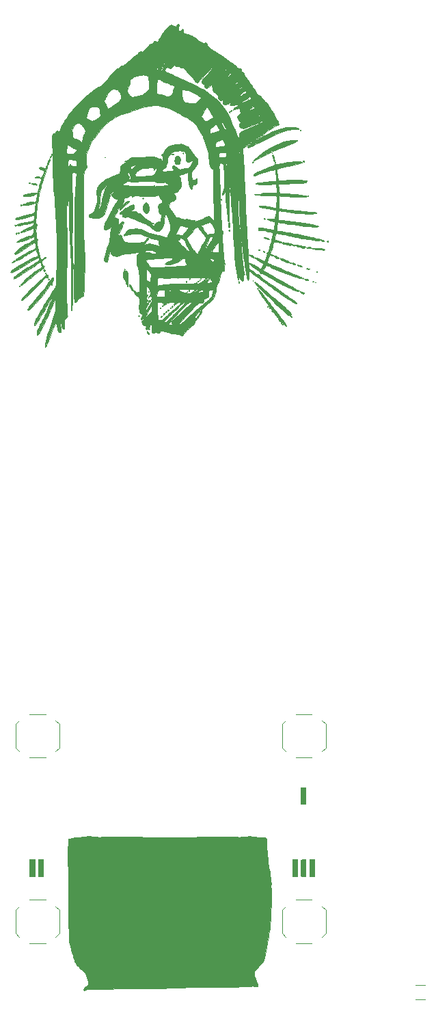
<source format=gbr>
G04 #@! TF.GenerationSoftware,KiCad,Pcbnew,5.1.5*
G04 #@! TF.CreationDate,2019-12-22T23:03:36+01:00*
G04 #@! TF.ProjectId,hh2020v1,68683230-3230-4763-912e-6b696361645f,rev?*
G04 #@! TF.SameCoordinates,Original*
G04 #@! TF.FileFunction,Legend,Top*
G04 #@! TF.FilePolarity,Positive*
%FSLAX46Y46*%
G04 Gerber Fmt 4.6, Leading zero omitted, Abs format (unit mm)*
G04 Created by KiCad (PCBNEW 5.1.5) date 2019-12-22 23:03:36*
%MOMM*%
%LPD*%
G04 APERTURE LIST*
%ADD10C,0.010000*%
%ADD11C,0.120000*%
G04 APERTURE END LIST*
D10*
G36*
X77155002Y-40703462D02*
G01*
X77186492Y-40753275D01*
X77147689Y-40791300D01*
X77042677Y-40828873D01*
X76962504Y-40849606D01*
X76961665Y-40825219D01*
X77015346Y-40759592D01*
X77103061Y-40691205D01*
X77155002Y-40703462D01*
G37*
X77155002Y-40703462D02*
X77186492Y-40753275D01*
X77147689Y-40791300D01*
X77042677Y-40828873D01*
X76962504Y-40849606D01*
X76961665Y-40825219D01*
X77015346Y-40759592D01*
X77103061Y-40691205D01*
X77155002Y-40703462D01*
G36*
X76880920Y-40881500D02*
G01*
X76929782Y-40946445D01*
X76931720Y-40960698D01*
X76892972Y-41007131D01*
X76880920Y-41008500D01*
X76836337Y-40967150D01*
X76830120Y-40929301D01*
X76854747Y-40876721D01*
X76880920Y-40881500D01*
G37*
X76880920Y-40881500D02*
X76929782Y-40946445D01*
X76931720Y-40960698D01*
X76892972Y-41007131D01*
X76880920Y-41008500D01*
X76836337Y-40967150D01*
X76830120Y-40929301D01*
X76854747Y-40876721D01*
X76880920Y-40881500D01*
G36*
X71182723Y-46014330D02*
G01*
X71191320Y-46037700D01*
X71150174Y-46082768D01*
X71115120Y-46088500D01*
X71047516Y-46061069D01*
X71038920Y-46037700D01*
X71080065Y-45992631D01*
X71115120Y-45986900D01*
X71182723Y-46014330D01*
G37*
X71182723Y-46014330D02*
X71191320Y-46037700D01*
X71150174Y-46082768D01*
X71115120Y-46088500D01*
X71047516Y-46061069D01*
X71038920Y-46037700D01*
X71080065Y-45992631D01*
X71115120Y-45986900D01*
X71182723Y-46014330D01*
G36*
X69926725Y-46103214D02*
G01*
X69972108Y-46138667D01*
X69972120Y-46139300D01*
X69927976Y-46174968D01*
X69821616Y-46190096D01*
X69819720Y-46190100D01*
X69712714Y-46175385D01*
X69667331Y-46139932D01*
X69667320Y-46139300D01*
X69711463Y-46103631D01*
X69817823Y-46088503D01*
X69819720Y-46088500D01*
X69926725Y-46103214D01*
G37*
X69926725Y-46103214D02*
X69972108Y-46138667D01*
X69972120Y-46139300D01*
X69927976Y-46174968D01*
X69821616Y-46190096D01*
X69819720Y-46190100D01*
X69712714Y-46175385D01*
X69667331Y-46139932D01*
X69667320Y-46139300D01*
X69711463Y-46103631D01*
X69817823Y-46088503D01*
X69819720Y-46088500D01*
X69926725Y-46103214D01*
G36*
X70529287Y-46372465D02*
G01*
X70647311Y-46444857D01*
X70651069Y-46447787D01*
X70730763Y-46525098D01*
X70770931Y-46618190D01*
X70784253Y-46763470D01*
X70784920Y-46832126D01*
X70760899Y-47097184D01*
X70690929Y-47286028D01*
X70612215Y-47370422D01*
X70474353Y-47409038D01*
X70313570Y-47382760D01*
X70177529Y-47299771D01*
X70172909Y-47295000D01*
X70096744Y-47155116D01*
X70073066Y-46974315D01*
X70094911Y-46778263D01*
X70155317Y-46592624D01*
X70247321Y-46443063D01*
X70363959Y-46355245D01*
X70431324Y-46342500D01*
X70529287Y-46372465D01*
G37*
X70529287Y-46372465D02*
X70647311Y-46444857D01*
X70651069Y-46447787D01*
X70730763Y-46525098D01*
X70770931Y-46618190D01*
X70784253Y-46763470D01*
X70784920Y-46832126D01*
X70760899Y-47097184D01*
X70690929Y-47286028D01*
X70612215Y-47370422D01*
X70474353Y-47409038D01*
X70313570Y-47382760D01*
X70177529Y-47299771D01*
X70172909Y-47295000D01*
X70096744Y-47155116D01*
X70073066Y-46974315D01*
X70094911Y-46778263D01*
X70155317Y-46592624D01*
X70247321Y-46443063D01*
X70363959Y-46355245D01*
X70431324Y-46342500D01*
X70529287Y-46372465D01*
G36*
X66211443Y-51613557D02*
G01*
X66212920Y-51625700D01*
X66174262Y-51675023D01*
X66162120Y-51676500D01*
X66112796Y-51637842D01*
X66111320Y-51625700D01*
X66149977Y-51576376D01*
X66162120Y-51574900D01*
X66211443Y-51613557D01*
G37*
X66211443Y-51613557D02*
X66212920Y-51625700D01*
X66174262Y-51675023D01*
X66162120Y-51676500D01*
X66112796Y-51637842D01*
X66111320Y-51625700D01*
X66149977Y-51576376D01*
X66162120Y-51574900D01*
X66211443Y-51613557D01*
G36*
X66636173Y-52171362D02*
G01*
X66776523Y-52288680D01*
X66871399Y-52482319D01*
X66914375Y-52734805D01*
X66911580Y-52920410D01*
X66888574Y-53107108D01*
X66855045Y-53266371D01*
X66827299Y-53343969D01*
X66729103Y-53432755D01*
X66586043Y-53451136D01*
X66426134Y-53399499D01*
X66336228Y-53337210D01*
X66224673Y-53179637D01*
X66169994Y-52968004D01*
X66170726Y-52731433D01*
X66225406Y-52499044D01*
X66332568Y-52299959D01*
X66391691Y-52234387D01*
X66493192Y-52157255D01*
X66580531Y-52150574D01*
X66636173Y-52171362D01*
G37*
X66636173Y-52171362D02*
X66776523Y-52288680D01*
X66871399Y-52482319D01*
X66914375Y-52734805D01*
X66911580Y-52920410D01*
X66888574Y-53107108D01*
X66855045Y-53266371D01*
X66827299Y-53343969D01*
X66729103Y-53432755D01*
X66586043Y-53451136D01*
X66426134Y-53399499D01*
X66336228Y-53337210D01*
X66224673Y-53179637D01*
X66169994Y-52968004D01*
X66170726Y-52731433D01*
X66225406Y-52499044D01*
X66332568Y-52299959D01*
X66391691Y-52234387D01*
X66493192Y-52157255D01*
X66580531Y-52150574D01*
X66636173Y-52171362D01*
G36*
X73374243Y-61519557D02*
G01*
X73375720Y-61531700D01*
X73337062Y-61581023D01*
X73324920Y-61582500D01*
X73275596Y-61543842D01*
X73274120Y-61531700D01*
X73312777Y-61482376D01*
X73324920Y-61480900D01*
X73374243Y-61519557D01*
G37*
X73374243Y-61519557D02*
X73375720Y-61531700D01*
X73337062Y-61581023D01*
X73324920Y-61582500D01*
X73275596Y-61543842D01*
X73274120Y-61531700D01*
X73312777Y-61482376D01*
X73324920Y-61480900D01*
X73374243Y-61519557D01*
G36*
X74011129Y-61543105D02*
G01*
X74019659Y-61603977D01*
X73964153Y-61633300D01*
X73894174Y-61592398D01*
X73883720Y-61552866D01*
X73913257Y-61493619D01*
X73944045Y-61492541D01*
X74011129Y-61543105D01*
G37*
X74011129Y-61543105D02*
X74019659Y-61603977D01*
X73964153Y-61633300D01*
X73894174Y-61592398D01*
X73883720Y-61552866D01*
X73913257Y-61493619D01*
X73944045Y-61492541D01*
X74011129Y-61543105D01*
G36*
X72002665Y-61568160D02*
G01*
X72004120Y-61579501D01*
X71967193Y-61648302D01*
X71953320Y-61658700D01*
X71909830Y-61647183D01*
X71902520Y-61610898D01*
X71929042Y-61541392D01*
X71953320Y-61531700D01*
X72002665Y-61568160D01*
G37*
X72002665Y-61568160D02*
X72004120Y-61579501D01*
X71967193Y-61648302D01*
X71953320Y-61658700D01*
X71909830Y-61647183D01*
X71902520Y-61610898D01*
X71929042Y-61541392D01*
X71953320Y-61531700D01*
X72002665Y-61568160D01*
G36*
X73252788Y-61707994D02*
G01*
X73248720Y-61734900D01*
X73205267Y-61783309D01*
X73197920Y-61785700D01*
X73157531Y-61750269D01*
X73147120Y-61734900D01*
X73159183Y-61691862D01*
X73197920Y-61684100D01*
X73252788Y-61707994D01*
G37*
X73252788Y-61707994D02*
X73248720Y-61734900D01*
X73205267Y-61783309D01*
X73197920Y-61785700D01*
X73157531Y-61750269D01*
X73147120Y-61734900D01*
X73159183Y-61691862D01*
X73197920Y-61684100D01*
X73252788Y-61707994D01*
G36*
X73064090Y-61893240D02*
G01*
X73047608Y-61934720D01*
X72973769Y-61986628D01*
X72898756Y-61946490D01*
X72892898Y-61937741D01*
X72904220Y-61879956D01*
X72942891Y-61855265D01*
X73034973Y-61845233D01*
X73064090Y-61893240D01*
G37*
X73064090Y-61893240D02*
X73047608Y-61934720D01*
X72973769Y-61986628D01*
X72898756Y-61946490D01*
X72892898Y-61937741D01*
X72904220Y-61879956D01*
X72942891Y-61855265D01*
X73034973Y-61845233D01*
X73064090Y-61893240D01*
G36*
X71591988Y-61928445D02*
G01*
X71597720Y-61963500D01*
X71570289Y-62031103D01*
X71546920Y-62039700D01*
X71501851Y-61998554D01*
X71496120Y-61963500D01*
X71523550Y-61895896D01*
X71546920Y-61887300D01*
X71591988Y-61928445D01*
G37*
X71591988Y-61928445D02*
X71597720Y-61963500D01*
X71570289Y-62031103D01*
X71546920Y-62039700D01*
X71501851Y-61998554D01*
X71496120Y-61963500D01*
X71523550Y-61895896D01*
X71546920Y-61887300D01*
X71591988Y-61928445D01*
G36*
X71896788Y-62995245D02*
G01*
X71902520Y-63030300D01*
X71875089Y-63097903D01*
X71851720Y-63106500D01*
X71806651Y-63065354D01*
X71800920Y-63030300D01*
X71828350Y-62962696D01*
X71851720Y-62954100D01*
X71896788Y-62995245D01*
G37*
X71896788Y-62995245D02*
X71902520Y-63030300D01*
X71875089Y-63097903D01*
X71851720Y-63106500D01*
X71806651Y-63065354D01*
X71800920Y-63030300D01*
X71828350Y-62962696D01*
X71851720Y-62954100D01*
X71896788Y-62995245D01*
G36*
X71693588Y-63147645D02*
G01*
X71699320Y-63182700D01*
X71671889Y-63250303D01*
X71648520Y-63258900D01*
X71603451Y-63217754D01*
X71597720Y-63182700D01*
X71625150Y-63115096D01*
X71648520Y-63106500D01*
X71693588Y-63147645D01*
G37*
X71693588Y-63147645D02*
X71699320Y-63182700D01*
X71671889Y-63250303D01*
X71648520Y-63258900D01*
X71603451Y-63217754D01*
X71597720Y-63182700D01*
X71625150Y-63115096D01*
X71648520Y-63106500D01*
X71693588Y-63147645D01*
G36*
X66922643Y-63195957D02*
G01*
X66924120Y-63208100D01*
X66885462Y-63257423D01*
X66873320Y-63258900D01*
X66823996Y-63220242D01*
X66822520Y-63208100D01*
X66861177Y-63158776D01*
X66873320Y-63157300D01*
X66922643Y-63195957D01*
G37*
X66922643Y-63195957D02*
X66924120Y-63208100D01*
X66885462Y-63257423D01*
X66873320Y-63258900D01*
X66823996Y-63220242D01*
X66822520Y-63208100D01*
X66861177Y-63158776D01*
X66873320Y-63157300D01*
X66922643Y-63195957D01*
G36*
X67162022Y-64062175D02*
G01*
X67168078Y-64141569D01*
X67158011Y-64159541D01*
X67134922Y-64144391D01*
X67131330Y-64092866D01*
X67143736Y-64038661D01*
X67162022Y-64062175D01*
G37*
X67162022Y-64062175D02*
X67168078Y-64141569D01*
X67158011Y-64159541D01*
X67134922Y-64144391D01*
X67131330Y-64092866D01*
X67143736Y-64038661D01*
X67162022Y-64062175D01*
G36*
X67122952Y-64257687D02*
G01*
X67112856Y-64337342D01*
X67048454Y-64431402D01*
X67034419Y-64444826D01*
X66921727Y-64518742D01*
X66847122Y-64509950D01*
X66822520Y-64429087D01*
X66866241Y-64328187D01*
X66970348Y-64249214D01*
X67073180Y-64224100D01*
X67122952Y-64257687D01*
G37*
X67122952Y-64257687D02*
X67112856Y-64337342D01*
X67048454Y-64431402D01*
X67034419Y-64444826D01*
X66921727Y-64518742D01*
X66847122Y-64509950D01*
X66822520Y-64429087D01*
X66866241Y-64328187D01*
X66970348Y-64249214D01*
X67073180Y-64224100D01*
X67122952Y-64257687D01*
G36*
X68583586Y-64952233D02*
G01*
X68576613Y-64982433D01*
X68549720Y-64986100D01*
X68507905Y-64967513D01*
X68515853Y-64952233D01*
X68576141Y-64946153D01*
X68583586Y-64952233D01*
G37*
X68583586Y-64952233D02*
X68576613Y-64982433D01*
X68549720Y-64986100D01*
X68507905Y-64967513D01*
X68515853Y-64952233D01*
X68576141Y-64946153D01*
X68583586Y-64952233D01*
G36*
X69840611Y-65010394D02*
G01*
X69845120Y-65036900D01*
X69805060Y-65113177D01*
X69781620Y-65125800D01*
X69730634Y-65102222D01*
X69718120Y-65036900D01*
X69741527Y-64956327D01*
X69781620Y-64948000D01*
X69840611Y-65010394D01*
G37*
X69840611Y-65010394D02*
X69845120Y-65036900D01*
X69805060Y-65113177D01*
X69781620Y-65125800D01*
X69730634Y-65102222D01*
X69718120Y-65036900D01*
X69741527Y-64956327D01*
X69781620Y-64948000D01*
X69840611Y-65010394D01*
G36*
X69654600Y-65168037D02*
G01*
X69655678Y-65198825D01*
X69605114Y-65265909D01*
X69544242Y-65274439D01*
X69514920Y-65218933D01*
X69555821Y-65148954D01*
X69595353Y-65138500D01*
X69654600Y-65168037D01*
G37*
X69654600Y-65168037D02*
X69655678Y-65198825D01*
X69605114Y-65265909D01*
X69544242Y-65274439D01*
X69514920Y-65218933D01*
X69555821Y-65148954D01*
X69595353Y-65138500D01*
X69654600Y-65168037D01*
G36*
X68330422Y-65179775D02*
G01*
X68336478Y-65259169D01*
X68326411Y-65277141D01*
X68303322Y-65261991D01*
X68299730Y-65210466D01*
X68312136Y-65156261D01*
X68330422Y-65179775D01*
G37*
X68330422Y-65179775D02*
X68336478Y-65259169D01*
X68326411Y-65277141D01*
X68303322Y-65261991D01*
X68299730Y-65210466D01*
X68312136Y-65156261D01*
X68330422Y-65179775D01*
G36*
X69350869Y-65430002D02*
G01*
X69358514Y-65507052D01*
X69317475Y-65566742D01*
X69251754Y-65557823D01*
X69216316Y-65526966D01*
X69187586Y-65444850D01*
X69247835Y-65397370D01*
X69294786Y-65392500D01*
X69350869Y-65430002D01*
G37*
X69350869Y-65430002D02*
X69358514Y-65507052D01*
X69317475Y-65566742D01*
X69251754Y-65557823D01*
X69216316Y-65526966D01*
X69187586Y-65444850D01*
X69247835Y-65397370D01*
X69294786Y-65392500D01*
X69350869Y-65430002D01*
G36*
X69098497Y-65619296D02*
G01*
X69104570Y-65677556D01*
X69067371Y-65742939D01*
X69028629Y-65767886D01*
X68967952Y-65766947D01*
X68965129Y-65714031D01*
X69012731Y-65628763D01*
X69045020Y-65608376D01*
X69098497Y-65619296D01*
G37*
X69098497Y-65619296D02*
X69104570Y-65677556D01*
X69067371Y-65742939D01*
X69028629Y-65767886D01*
X68967952Y-65766947D01*
X68965129Y-65714031D01*
X69012731Y-65628763D01*
X69045020Y-65608376D01*
X69098497Y-65619296D01*
G36*
X68885477Y-65866176D02*
G01*
X68894248Y-65921405D01*
X68816218Y-66016165D01*
X68812419Y-66019626D01*
X68711440Y-66093308D01*
X68662468Y-66081483D01*
X68660486Y-65989400D01*
X68718335Y-65886700D01*
X68791020Y-65858866D01*
X68885477Y-65866176D01*
G37*
X68885477Y-65866176D02*
X68894248Y-65921405D01*
X68816218Y-66016165D01*
X68812419Y-66019626D01*
X68711440Y-66093308D01*
X68662468Y-66081483D01*
X68660486Y-65989400D01*
X68718335Y-65886700D01*
X68791020Y-65858866D01*
X68885477Y-65866176D01*
G36*
X68536461Y-66174047D02*
G01*
X68541049Y-66238203D01*
X68481737Y-66325672D01*
X68430223Y-66349029D01*
X68359778Y-66338152D01*
X68355190Y-66273996D01*
X68414502Y-66186527D01*
X68466016Y-66163170D01*
X68536461Y-66174047D01*
G37*
X68536461Y-66174047D02*
X68541049Y-66238203D01*
X68481737Y-66325672D01*
X68430223Y-66349029D01*
X68359778Y-66338152D01*
X68355190Y-66273996D01*
X68414502Y-66186527D01*
X68466016Y-66163170D01*
X68536461Y-66174047D01*
G36*
X85718052Y-43178976D02*
G01*
X85720120Y-43192900D01*
X85702787Y-43242379D01*
X85697718Y-43243700D01*
X85654346Y-43208102D01*
X85643920Y-43192900D01*
X85647947Y-43146088D01*
X85666321Y-43142100D01*
X85718052Y-43178976D01*
G37*
X85718052Y-43178976D02*
X85720120Y-43192900D01*
X85702787Y-43242379D01*
X85697718Y-43243700D01*
X85654346Y-43208102D01*
X85643920Y-43192900D01*
X85647947Y-43146088D01*
X85666321Y-43142100D01*
X85718052Y-43178976D01*
G36*
X84645156Y-42812371D02*
G01*
X84687006Y-42814797D01*
X85012134Y-42841219D01*
X85246454Y-42877268D01*
X85400521Y-42925656D01*
X85484891Y-42989099D01*
X85503411Y-43024708D01*
X85485901Y-43053374D01*
X85400874Y-43066464D01*
X85235930Y-43064873D01*
X85071920Y-43055872D01*
X84860252Y-43045483D01*
X84689045Y-43048862D01*
X84524521Y-43070563D01*
X84332904Y-43115141D01*
X84080416Y-43187151D01*
X84065417Y-43191604D01*
X83304798Y-43442924D01*
X82508773Y-43756161D01*
X81667545Y-44135542D01*
X80771313Y-44585294D01*
X80500835Y-44728888D01*
X80229628Y-44872587D01*
X79981506Y-45000445D01*
X79773347Y-45104046D01*
X79622033Y-45174973D01*
X79547855Y-45204055D01*
X79440812Y-45244356D01*
X79392041Y-45281327D01*
X79318535Y-45321049D01*
X79214526Y-45318783D01*
X79142168Y-45276749D01*
X79132237Y-45200705D01*
X79192490Y-45106513D01*
X79329712Y-44987513D01*
X79550687Y-44837043D01*
X79657833Y-44770347D01*
X80403204Y-44324820D01*
X81078886Y-43942858D01*
X81691754Y-43621235D01*
X82248680Y-43356728D01*
X82756540Y-43146111D01*
X83222206Y-42986159D01*
X83652552Y-42873649D01*
X83738920Y-42855779D01*
X84006735Y-42816131D01*
X84296620Y-42802188D01*
X84645156Y-42812371D01*
G37*
X84645156Y-42812371D02*
X84687006Y-42814797D01*
X85012134Y-42841219D01*
X85246454Y-42877268D01*
X85400521Y-42925656D01*
X85484891Y-42989099D01*
X85503411Y-43024708D01*
X85485901Y-43053374D01*
X85400874Y-43066464D01*
X85235930Y-43064873D01*
X85071920Y-43055872D01*
X84860252Y-43045483D01*
X84689045Y-43048862D01*
X84524521Y-43070563D01*
X84332904Y-43115141D01*
X84080416Y-43187151D01*
X84065417Y-43191604D01*
X83304798Y-43442924D01*
X82508773Y-43756161D01*
X81667545Y-44135542D01*
X80771313Y-44585294D01*
X80500835Y-44728888D01*
X80229628Y-44872587D01*
X79981506Y-45000445D01*
X79773347Y-45104046D01*
X79622033Y-45174973D01*
X79547855Y-45204055D01*
X79440812Y-45244356D01*
X79392041Y-45281327D01*
X79318535Y-45321049D01*
X79214526Y-45318783D01*
X79142168Y-45276749D01*
X79132237Y-45200705D01*
X79192490Y-45106513D01*
X79329712Y-44987513D01*
X79550687Y-44837043D01*
X79657833Y-44770347D01*
X80403204Y-44324820D01*
X81078886Y-43942858D01*
X81691754Y-43621235D01*
X82248680Y-43356728D01*
X82756540Y-43146111D01*
X83222206Y-42986159D01*
X83652552Y-42873649D01*
X83738920Y-42855779D01*
X84006735Y-42816131D01*
X84296620Y-42802188D01*
X84645156Y-42812371D01*
G36*
X82148022Y-45977375D02*
G01*
X82154078Y-46056769D01*
X82144011Y-46074741D01*
X82120922Y-46059591D01*
X82117330Y-46008066D01*
X82129736Y-45953861D01*
X82148022Y-45977375D01*
G37*
X82148022Y-45977375D02*
X82154078Y-46056769D01*
X82144011Y-46074741D01*
X82120922Y-46059591D01*
X82117330Y-46008066D01*
X82129736Y-45953861D01*
X82148022Y-45977375D01*
G36*
X61522386Y-46511833D02*
G01*
X61515413Y-46542033D01*
X61488520Y-46545700D01*
X61446705Y-46527113D01*
X61454653Y-46511833D01*
X61514941Y-46505753D01*
X61522386Y-46511833D01*
G37*
X61522386Y-46511833D02*
X61515413Y-46542033D01*
X61488520Y-46545700D01*
X61446705Y-46527113D01*
X61454653Y-46511833D01*
X61514941Y-46505753D01*
X61522386Y-46511833D01*
G36*
X54932756Y-46128549D02*
G01*
X54918506Y-46238172D01*
X54854626Y-46401582D01*
X54832687Y-46446123D01*
X54753758Y-46574343D01*
X54684387Y-46642879D01*
X54639503Y-46640526D01*
X54630520Y-46597858D01*
X54652032Y-46517615D01*
X54705365Y-46394372D01*
X54773714Y-46260537D01*
X54840275Y-46148517D01*
X54888243Y-46090720D01*
X54894642Y-46088500D01*
X54932756Y-46128549D01*
G37*
X54932756Y-46128549D02*
X54918506Y-46238172D01*
X54854626Y-46401582D01*
X54832687Y-46446123D01*
X54753758Y-46574343D01*
X54684387Y-46642879D01*
X54639503Y-46640526D01*
X54630520Y-46597858D01*
X54652032Y-46517615D01*
X54705365Y-46394372D01*
X54773714Y-46260537D01*
X54840275Y-46148517D01*
X54888243Y-46090720D01*
X54894642Y-46088500D01*
X54932756Y-46128549D01*
G36*
X82291271Y-46285341D02*
G01*
X82359694Y-46391977D01*
X82407519Y-46524040D01*
X82418120Y-46606627D01*
X82392779Y-46685597D01*
X82336470Y-46691620D01*
X82278760Y-46633347D01*
X82253270Y-46558400D01*
X82221234Y-46419411D01*
X82191269Y-46329800D01*
X82183935Y-46255143D01*
X82222184Y-46241296D01*
X82291271Y-46285341D01*
G37*
X82291271Y-46285341D02*
X82359694Y-46391977D01*
X82407519Y-46524040D01*
X82418120Y-46606627D01*
X82392779Y-46685597D01*
X82336470Y-46691620D01*
X82278760Y-46633347D01*
X82253270Y-46558400D01*
X82221234Y-46419411D01*
X82191269Y-46329800D01*
X82183935Y-46255143D01*
X82222184Y-46241296D01*
X82291271Y-46285341D01*
G36*
X85008920Y-44420340D02*
G01*
X85166779Y-44434544D01*
X85262683Y-44456771D01*
X85291683Y-44490931D01*
X85248833Y-44540938D01*
X85129184Y-44610700D01*
X84927790Y-44704131D01*
X84639702Y-44825141D01*
X84348520Y-44942429D01*
X84177796Y-45011927D01*
X83964825Y-45100597D01*
X83789720Y-45174756D01*
X83557051Y-45268289D01*
X83292798Y-45365820D01*
X83103920Y-45429930D01*
X82852192Y-45521156D01*
X82534174Y-45652420D01*
X82171719Y-45813231D01*
X81786678Y-45993096D01*
X81400906Y-46181525D01*
X81036256Y-46368027D01*
X80714579Y-46542109D01*
X80457730Y-46693280D01*
X80413056Y-46721795D01*
X80233431Y-46827973D01*
X80069787Y-46906153D01*
X79939032Y-46950919D01*
X79858070Y-46956855D01*
X79843808Y-46918545D01*
X79852720Y-46901300D01*
X79912902Y-46852526D01*
X79925785Y-46850500D01*
X79978366Y-46817130D01*
X80083712Y-46727880D01*
X80223070Y-46599034D01*
X80291347Y-46533000D01*
X80687452Y-46188995D01*
X81184349Y-45834692D01*
X81781773Y-45470264D01*
X82479457Y-45095884D01*
X82585029Y-45042731D01*
X83093632Y-44815307D01*
X83610353Y-44633947D01*
X84114321Y-44504009D01*
X84584662Y-44430854D01*
X85000507Y-44419841D01*
X85008920Y-44420340D01*
G37*
X85008920Y-44420340D02*
X85166779Y-44434544D01*
X85262683Y-44456771D01*
X85291683Y-44490931D01*
X85248833Y-44540938D01*
X85129184Y-44610700D01*
X84927790Y-44704131D01*
X84639702Y-44825141D01*
X84348520Y-44942429D01*
X84177796Y-45011927D01*
X83964825Y-45100597D01*
X83789720Y-45174756D01*
X83557051Y-45268289D01*
X83292798Y-45365820D01*
X83103920Y-45429930D01*
X82852192Y-45521156D01*
X82534174Y-45652420D01*
X82171719Y-45813231D01*
X81786678Y-45993096D01*
X81400906Y-46181525D01*
X81036256Y-46368027D01*
X80714579Y-46542109D01*
X80457730Y-46693280D01*
X80413056Y-46721795D01*
X80233431Y-46827973D01*
X80069787Y-46906153D01*
X79939032Y-46950919D01*
X79858070Y-46956855D01*
X79843808Y-46918545D01*
X79852720Y-46901300D01*
X79912902Y-46852526D01*
X79925785Y-46850500D01*
X79978366Y-46817130D01*
X80083712Y-46727880D01*
X80223070Y-46599034D01*
X80291347Y-46533000D01*
X80687452Y-46188995D01*
X81184349Y-45834692D01*
X81781773Y-45470264D01*
X82479457Y-45095884D01*
X82585029Y-45042731D01*
X83093632Y-44815307D01*
X83610353Y-44633947D01*
X84114321Y-44504009D01*
X84584662Y-44430854D01*
X85000507Y-44419841D01*
X85008920Y-44420340D01*
G36*
X86118603Y-46994719D02*
G01*
X86126520Y-47053700D01*
X86101840Y-47140491D01*
X86048971Y-47144303D01*
X86008455Y-47084066D01*
X86008322Y-46990762D01*
X86082062Y-46952116D01*
X86084186Y-46952100D01*
X86118603Y-46994719D01*
G37*
X86118603Y-46994719D02*
X86126520Y-47053700D01*
X86101840Y-47140491D01*
X86048971Y-47144303D01*
X86008455Y-47084066D01*
X86008322Y-46990762D01*
X86082062Y-46952116D01*
X86084186Y-46952100D01*
X86118603Y-46994719D01*
G36*
X82412853Y-46793324D02*
G01*
X82477779Y-46907571D01*
X82536935Y-47063106D01*
X82545350Y-47091800D01*
X82562718Y-47186422D01*
X82533928Y-47193025D01*
X82458216Y-47117200D01*
X82397812Y-47020598D01*
X82353401Y-46904106D01*
X82334453Y-46802445D01*
X82350437Y-46750337D01*
X82357767Y-46748900D01*
X82412853Y-46793324D01*
G37*
X82412853Y-46793324D02*
X82477779Y-46907571D01*
X82536935Y-47063106D01*
X82545350Y-47091800D01*
X82562718Y-47186422D01*
X82533928Y-47193025D01*
X82458216Y-47117200D01*
X82397812Y-47020598D01*
X82353401Y-46904106D01*
X82334453Y-46802445D01*
X82350437Y-46750337D01*
X82357767Y-46748900D01*
X82412853Y-46793324D01*
G36*
X79866680Y-47091787D02*
G01*
X79869144Y-47138390D01*
X79826722Y-47223068D01*
X79768025Y-47241988D01*
X79728524Y-47189921D01*
X79725720Y-47159533D01*
X79757991Y-47072204D01*
X79805644Y-47053700D01*
X79866680Y-47091787D01*
G37*
X79866680Y-47091787D02*
X79869144Y-47138390D01*
X79826722Y-47223068D01*
X79768025Y-47241988D01*
X79728524Y-47189921D01*
X79725720Y-47159533D01*
X79757991Y-47072204D01*
X79805644Y-47053700D01*
X79866680Y-47091787D01*
G36*
X54618308Y-46790559D02*
G01*
X54629611Y-46883800D01*
X54615800Y-46981017D01*
X54592420Y-47023991D01*
X54554670Y-47094452D01*
X54510284Y-47219631D01*
X54502005Y-47247953D01*
X54449985Y-47361525D01*
X54380412Y-47438081D01*
X54315558Y-47463321D01*
X54277697Y-47422944D01*
X54274920Y-47393763D01*
X54295317Y-47303132D01*
X54347155Y-47166787D01*
X54416402Y-47014058D01*
X54489025Y-46874273D01*
X54550992Y-46776762D01*
X54583443Y-46748900D01*
X54618308Y-46790559D01*
G37*
X54618308Y-46790559D02*
X54629611Y-46883800D01*
X54615800Y-46981017D01*
X54592420Y-47023991D01*
X54554670Y-47094452D01*
X54510284Y-47219631D01*
X54502005Y-47247953D01*
X54449985Y-47361525D01*
X54380412Y-47438081D01*
X54315558Y-47463321D01*
X54277697Y-47422944D01*
X54274920Y-47393763D01*
X54295317Y-47303132D01*
X54347155Y-47166787D01*
X54416402Y-47014058D01*
X54489025Y-46874273D01*
X54550992Y-46776762D01*
X54583443Y-46748900D01*
X54618308Y-46790559D01*
G36*
X53307311Y-48939064D02*
G01*
X53359886Y-49004155D01*
X53360520Y-49013536D01*
X53333028Y-49056101D01*
X53239184Y-49078808D01*
X53061935Y-49085695D01*
X53055720Y-49085700D01*
X52894939Y-49082050D01*
X52784491Y-49072564D01*
X52750920Y-49061604D01*
X52791141Y-49024704D01*
X52889701Y-48965891D01*
X52907027Y-48956782D01*
X53048806Y-48911364D01*
X53192926Y-48906796D01*
X53307311Y-48939064D01*
G37*
X53307311Y-48939064D02*
X53359886Y-49004155D01*
X53360520Y-49013536D01*
X53333028Y-49056101D01*
X53239184Y-49078808D01*
X53061935Y-49085695D01*
X53055720Y-49085700D01*
X52894939Y-49082050D01*
X52784491Y-49072564D01*
X52750920Y-49061604D01*
X52791141Y-49024704D01*
X52889701Y-48965891D01*
X52907027Y-48956782D01*
X53048806Y-48911364D01*
X53192926Y-48906796D01*
X53307311Y-48939064D01*
G36*
X52173262Y-49676263D02*
G01*
X52192120Y-49720700D01*
X52154383Y-49784665D01*
X52074149Y-49793072D01*
X52022786Y-49763033D01*
X51990240Y-49690537D01*
X52047550Y-49648454D01*
X52090520Y-49644500D01*
X52173262Y-49676263D01*
G37*
X52173262Y-49676263D02*
X52192120Y-49720700D01*
X52154383Y-49784665D01*
X52074149Y-49793072D01*
X52022786Y-49763033D01*
X51990240Y-49690537D01*
X52047550Y-49648454D01*
X52090520Y-49644500D01*
X52173262Y-49676263D01*
G36*
X52655637Y-49742633D02*
G01*
X52805513Y-49784373D01*
X52939093Y-49835018D01*
X53025685Y-49884974D01*
X53041578Y-49915524D01*
X52979355Y-49981364D01*
X52891069Y-49964520D01*
X52871791Y-49948251D01*
X52792132Y-49915408D01*
X52652497Y-49894033D01*
X52581596Y-49890373D01*
X52429782Y-49871311D01*
X52348348Y-49829114D01*
X52347742Y-49775212D01*
X52429774Y-49724254D01*
X52520159Y-49719395D01*
X52655637Y-49742633D01*
G37*
X52655637Y-49742633D02*
X52805513Y-49784373D01*
X52939093Y-49835018D01*
X53025685Y-49884974D01*
X53041578Y-49915524D01*
X52979355Y-49981364D01*
X52891069Y-49964520D01*
X52871791Y-49948251D01*
X52792132Y-49915408D01*
X52652497Y-49894033D01*
X52581596Y-49890373D01*
X52429782Y-49871311D01*
X52348348Y-49829114D01*
X52347742Y-49775212D01*
X52429774Y-49724254D01*
X52520159Y-49719395D01*
X52655637Y-49742633D01*
G36*
X86683843Y-51308757D02*
G01*
X86685320Y-51320900D01*
X86646662Y-51370223D01*
X86634520Y-51371700D01*
X86585196Y-51333042D01*
X86583720Y-51320900D01*
X86622377Y-51271576D01*
X86634520Y-51270100D01*
X86683843Y-51308757D01*
G37*
X86683843Y-51308757D02*
X86685320Y-51320900D01*
X86646662Y-51370223D01*
X86634520Y-51371700D01*
X86585196Y-51333042D01*
X86583720Y-51320900D01*
X86622377Y-51271576D01*
X86634520Y-51270100D01*
X86683843Y-51308757D01*
G36*
X75915715Y-51765613D02*
G01*
X75915720Y-51767939D01*
X75903225Y-51865016D01*
X75865798Y-51863659D01*
X75836784Y-51824473D01*
X75836820Y-51745416D01*
X75859186Y-51712713D01*
X75902762Y-51693740D01*
X75915715Y-51765613D01*
G37*
X75915715Y-51765613D02*
X75915720Y-51767939D01*
X75903225Y-51865016D01*
X75865798Y-51863659D01*
X75836784Y-51824473D01*
X75836820Y-51745416D01*
X75859186Y-51712713D01*
X75902762Y-51693740D01*
X75915715Y-51765613D01*
G36*
X52555380Y-52053602D02*
G01*
X52655028Y-52090241D01*
X52698774Y-52145489D01*
X52672432Y-52209326D01*
X52561819Y-52271731D01*
X52535020Y-52281022D01*
X52219981Y-52369219D01*
X51904808Y-52432550D01*
X51615331Y-52467517D01*
X51377380Y-52470619D01*
X51261366Y-52453578D01*
X51197380Y-52430531D01*
X51215699Y-52395406D01*
X51261366Y-52359487D01*
X51378814Y-52308016D01*
X51513584Y-52287715D01*
X51641290Y-52263343D01*
X51702490Y-52209900D01*
X51773608Y-52152580D01*
X51892531Y-52133700D01*
X52053128Y-52118311D01*
X52229370Y-52080805D01*
X52245124Y-52076237D01*
X52414017Y-52045594D01*
X52555380Y-52053602D01*
G37*
X52555380Y-52053602D02*
X52655028Y-52090241D01*
X52698774Y-52145489D01*
X52672432Y-52209326D01*
X52561819Y-52271731D01*
X52535020Y-52281022D01*
X52219981Y-52369219D01*
X51904808Y-52432550D01*
X51615331Y-52467517D01*
X51377380Y-52470619D01*
X51261366Y-52453578D01*
X51197380Y-52430531D01*
X51215699Y-52395406D01*
X51261366Y-52359487D01*
X51378814Y-52308016D01*
X51513584Y-52287715D01*
X51641290Y-52263343D01*
X51702490Y-52209900D01*
X51773608Y-52152580D01*
X51892531Y-52133700D01*
X52053128Y-52118311D01*
X52229370Y-52080805D01*
X52245124Y-52076237D01*
X52414017Y-52045594D01*
X52555380Y-52053602D01*
G36*
X51073362Y-52404714D02*
G01*
X51073742Y-52425800D01*
X51061858Y-52524410D01*
X51026548Y-52528427D01*
X51004670Y-52499574D01*
X51006468Y-52427231D01*
X51026294Y-52385274D01*
X51061505Y-52349291D01*
X51073362Y-52404714D01*
G37*
X51073362Y-52404714D02*
X51073742Y-52425800D01*
X51061858Y-52524410D01*
X51026548Y-52528427D01*
X51004670Y-52499574D01*
X51006468Y-52427231D01*
X51026294Y-52385274D01*
X51061505Y-52349291D01*
X51073362Y-52404714D01*
G36*
X81264052Y-54107648D02*
G01*
X81300520Y-54164105D01*
X81263751Y-54209586D01*
X81187158Y-54209183D01*
X81121308Y-54163398D01*
X81120631Y-54162320D01*
X81107691Y-54093117D01*
X81115442Y-54079844D01*
X81183355Y-54069891D01*
X81264052Y-54107648D01*
G37*
X81264052Y-54107648D02*
X81300520Y-54164105D01*
X81263751Y-54209586D01*
X81187158Y-54209183D01*
X81121308Y-54163398D01*
X81120631Y-54162320D01*
X81107691Y-54093117D01*
X81115442Y-54079844D01*
X81183355Y-54069891D01*
X81264052Y-54107648D01*
G36*
X50422458Y-54937411D02*
G01*
X50541120Y-54955333D01*
X50429902Y-55017853D01*
X50328375Y-55052491D01*
X50285116Y-55026057D01*
X50273091Y-54955641D01*
X50349351Y-54931240D01*
X50422458Y-54937411D01*
G37*
X50422458Y-54937411D02*
X50541120Y-54955333D01*
X50429902Y-55017853D01*
X50328375Y-55052491D01*
X50285116Y-55026057D01*
X50273091Y-54955641D01*
X50349351Y-54931240D01*
X50422458Y-54937411D01*
G36*
X76854523Y-54606947D02*
G01*
X76874176Y-54710820D01*
X76880889Y-54905232D01*
X76880920Y-54923466D01*
X76872300Y-55129798D01*
X76848527Y-55247744D01*
X76812725Y-55273774D01*
X76768021Y-55204360D01*
X76731706Y-55091933D01*
X76707958Y-54919767D01*
X76721660Y-54755085D01*
X76767044Y-54631001D01*
X76820189Y-54583876D01*
X76854523Y-54606947D01*
G37*
X76854523Y-54606947D02*
X76874176Y-54710820D01*
X76880889Y-54905232D01*
X76880920Y-54923466D01*
X76872300Y-55129798D01*
X76848527Y-55247744D01*
X76812725Y-55273774D01*
X76768021Y-55204360D01*
X76731706Y-55091933D01*
X76707958Y-54919767D01*
X76721660Y-54755085D01*
X76767044Y-54631001D01*
X76820189Y-54583876D01*
X76854523Y-54606947D01*
G36*
X76880388Y-55527028D02*
G01*
X76908352Y-55607613D01*
X76894353Y-55659333D01*
X76824232Y-55688397D01*
X76783016Y-55629236D01*
X76779320Y-55588100D01*
X76798338Y-55505517D01*
X76824684Y-55486500D01*
X76880388Y-55527028D01*
G37*
X76880388Y-55527028D02*
X76908352Y-55607613D01*
X76894353Y-55659333D01*
X76824232Y-55688397D01*
X76783016Y-55629236D01*
X76779320Y-55588100D01*
X76798338Y-55505517D01*
X76824684Y-55486500D01*
X76880388Y-55527028D01*
G36*
X50801662Y-55873863D02*
G01*
X50820520Y-55918300D01*
X50778168Y-55980356D01*
X50718920Y-55994500D01*
X50636177Y-55962736D01*
X50617320Y-55918300D01*
X50659671Y-55856243D01*
X50718920Y-55842100D01*
X50801662Y-55873863D01*
G37*
X50801662Y-55873863D02*
X50820520Y-55918300D01*
X50778168Y-55980356D01*
X50718920Y-55994500D01*
X50636177Y-55962736D01*
X50617320Y-55918300D01*
X50659671Y-55856243D01*
X50718920Y-55842100D01*
X50801662Y-55873863D01*
G36*
X50509359Y-55930352D02*
G01*
X50509209Y-56006983D01*
X50468430Y-56068530D01*
X50403186Y-56062160D01*
X50389232Y-56046128D01*
X50382431Y-55961603D01*
X50437689Y-55899146D01*
X50467918Y-55892900D01*
X50509359Y-55930352D01*
G37*
X50509359Y-55930352D02*
X50509209Y-56006983D01*
X50468430Y-56068530D01*
X50403186Y-56062160D01*
X50389232Y-56046128D01*
X50382431Y-55961603D01*
X50437689Y-55899146D01*
X50467918Y-55892900D01*
X50509359Y-55930352D01*
G36*
X81303459Y-56426587D02*
G01*
X81484649Y-56489500D01*
X81602553Y-56543701D01*
X81733856Y-56623127D01*
X81800491Y-56692459D01*
X81798006Y-56736732D01*
X81721952Y-56740980D01*
X81656120Y-56723800D01*
X81408420Y-56638069D01*
X81248836Y-56568509D01*
X81166245Y-56509509D01*
X81148120Y-56467391D01*
X81188397Y-56418733D01*
X81303459Y-56426587D01*
G37*
X81303459Y-56426587D02*
X81484649Y-56489500D01*
X81602553Y-56543701D01*
X81733856Y-56623127D01*
X81800491Y-56692459D01*
X81798006Y-56736732D01*
X81721952Y-56740980D01*
X81656120Y-56723800D01*
X81408420Y-56638069D01*
X81248836Y-56568509D01*
X81166245Y-56509509D01*
X81148120Y-56467391D01*
X81188397Y-56418733D01*
X81303459Y-56426587D01*
G36*
X89112280Y-56896187D02*
G01*
X89114744Y-56942790D01*
X89072322Y-57027468D01*
X89013625Y-57046388D01*
X88974124Y-56994321D01*
X88971320Y-56963933D01*
X89003591Y-56876604D01*
X89051244Y-56858100D01*
X89112280Y-56896187D01*
G37*
X89112280Y-56896187D02*
X89114744Y-56942790D01*
X89072322Y-57027468D01*
X89013625Y-57046388D01*
X88974124Y-56994321D01*
X88971320Y-56963933D01*
X89003591Y-56876604D01*
X89051244Y-56858100D01*
X89112280Y-56896187D01*
G36*
X83226645Y-56985180D02*
G01*
X83330341Y-57030687D01*
X83382617Y-57084487D01*
X83383320Y-57090736D01*
X83342367Y-57143979D01*
X83247040Y-57163786D01*
X83138640Y-57150917D01*
X83058465Y-57106135D01*
X83045249Y-57084509D01*
X83033439Y-57001392D01*
X83043211Y-56978074D01*
X83116084Y-56962722D01*
X83226645Y-56985180D01*
G37*
X83226645Y-56985180D02*
X83330341Y-57030687D01*
X83382617Y-57084487D01*
X83383320Y-57090736D01*
X83342367Y-57143979D01*
X83247040Y-57163786D01*
X83138640Y-57150917D01*
X83058465Y-57106135D01*
X83045249Y-57084509D01*
X83033439Y-57001392D01*
X83043211Y-56978074D01*
X83116084Y-56962722D01*
X83226645Y-56985180D01*
G36*
X83694917Y-57095230D02*
G01*
X83881291Y-57124121D01*
X84091544Y-57162582D01*
X84302121Y-57205956D01*
X84489470Y-57249587D01*
X84630037Y-57288820D01*
X84700267Y-57318997D01*
X84704120Y-57325190D01*
X84749397Y-57350558D01*
X84863254Y-57365971D01*
X84920020Y-57367884D01*
X85088007Y-57380980D01*
X85301112Y-57413061D01*
X85466120Y-57446702D01*
X85684254Y-57493231D01*
X85904712Y-57533392D01*
X86037620Y-57552981D01*
X86191215Y-57584214D01*
X86271765Y-57628154D01*
X86278920Y-57646528D01*
X86234564Y-57717431D01*
X86122362Y-57759986D01*
X85973612Y-57768051D01*
X85821720Y-57736268D01*
X85712730Y-57678991D01*
X85676337Y-57653142D01*
X85579390Y-57618470D01*
X85443856Y-57612295D01*
X85298122Y-57598631D01*
X85217793Y-57550736D01*
X85124516Y-57499560D01*
X84972756Y-57504687D01*
X84829622Y-57511574D01*
X84743492Y-57467189D01*
X84726066Y-57446167D01*
X84655472Y-57387200D01*
X84563359Y-57410710D01*
X84557696Y-57413701D01*
X84468156Y-57438517D01*
X84330249Y-57434503D01*
X84122153Y-57400577D01*
X84066337Y-57389312D01*
X83768220Y-57321750D01*
X83565889Y-57260859D01*
X83453974Y-57203813D01*
X83427107Y-57147783D01*
X83479918Y-57089943D01*
X83488020Y-57084784D01*
X83555976Y-57080566D01*
X83694917Y-57095230D01*
G37*
X83694917Y-57095230D02*
X83881291Y-57124121D01*
X84091544Y-57162582D01*
X84302121Y-57205956D01*
X84489470Y-57249587D01*
X84630037Y-57288820D01*
X84700267Y-57318997D01*
X84704120Y-57325190D01*
X84749397Y-57350558D01*
X84863254Y-57365971D01*
X84920020Y-57367884D01*
X85088007Y-57380980D01*
X85301112Y-57413061D01*
X85466120Y-57446702D01*
X85684254Y-57493231D01*
X85904712Y-57533392D01*
X86037620Y-57552981D01*
X86191215Y-57584214D01*
X86271765Y-57628154D01*
X86278920Y-57646528D01*
X86234564Y-57717431D01*
X86122362Y-57759986D01*
X85973612Y-57768051D01*
X85821720Y-57736268D01*
X85712730Y-57678991D01*
X85676337Y-57653142D01*
X85579390Y-57618470D01*
X85443856Y-57612295D01*
X85298122Y-57598631D01*
X85217793Y-57550736D01*
X85124516Y-57499560D01*
X84972756Y-57504687D01*
X84829622Y-57511574D01*
X84743492Y-57467189D01*
X84726066Y-57446167D01*
X84655472Y-57387200D01*
X84563359Y-57410710D01*
X84557696Y-57413701D01*
X84468156Y-57438517D01*
X84330249Y-57434503D01*
X84122153Y-57400577D01*
X84066337Y-57389312D01*
X83768220Y-57321750D01*
X83565889Y-57260859D01*
X83453974Y-57203813D01*
X83427107Y-57147783D01*
X83479918Y-57089943D01*
X83488020Y-57084784D01*
X83555976Y-57080566D01*
X83694917Y-57095230D01*
G36*
X86958349Y-57693885D02*
G01*
X86990120Y-57747100D01*
X86962100Y-57795745D01*
X86865611Y-57819012D01*
X86744586Y-57823300D01*
X86594096Y-57816819D01*
X86489294Y-57800357D01*
X86465186Y-57789433D01*
X86433153Y-57717891D01*
X86491430Y-57679261D01*
X86520220Y-57677292D01*
X86644244Y-57670921D01*
X86685320Y-57666132D01*
X86849491Y-57660518D01*
X86958349Y-57693885D01*
G37*
X86958349Y-57693885D02*
X86990120Y-57747100D01*
X86962100Y-57795745D01*
X86865611Y-57819012D01*
X86744586Y-57823300D01*
X86594096Y-57816819D01*
X86489294Y-57800357D01*
X86465186Y-57789433D01*
X86433153Y-57717891D01*
X86491430Y-57679261D01*
X86520220Y-57677292D01*
X86644244Y-57670921D01*
X86685320Y-57666132D01*
X86849491Y-57660518D01*
X86958349Y-57693885D01*
G36*
X87535496Y-57784912D02*
G01*
X87637820Y-57790708D01*
X88002397Y-57815951D01*
X88275788Y-57841847D01*
X88468397Y-57870304D01*
X88590630Y-57903227D01*
X88652892Y-57942521D01*
X88666520Y-57979123D01*
X88650038Y-58002938D01*
X88591306Y-58014961D01*
X88476388Y-58015062D01*
X88291352Y-58003111D01*
X88022263Y-57978979D01*
X87955320Y-57972503D01*
X87605062Y-57934837D01*
X87350328Y-57899133D01*
X87185087Y-57864247D01*
X87103308Y-57829037D01*
X87091720Y-57808931D01*
X87141642Y-57785664D01*
X87290182Y-57777637D01*
X87535496Y-57784912D01*
G37*
X87535496Y-57784912D02*
X87637820Y-57790708D01*
X88002397Y-57815951D01*
X88275788Y-57841847D01*
X88468397Y-57870304D01*
X88590630Y-57903227D01*
X88652892Y-57942521D01*
X88666520Y-57979123D01*
X88650038Y-58002938D01*
X88591306Y-58014961D01*
X88476388Y-58015062D01*
X88291352Y-58003111D01*
X88022263Y-57978979D01*
X87955320Y-57972503D01*
X87605062Y-57934837D01*
X87350328Y-57899133D01*
X87185087Y-57864247D01*
X87103308Y-57829037D01*
X87091720Y-57808931D01*
X87141642Y-57785664D01*
X87290182Y-57777637D01*
X87535496Y-57784912D01*
G36*
X80564948Y-57943665D02*
G01*
X80619126Y-57993939D01*
X80614941Y-58026141D01*
X80541855Y-58075180D01*
X80466221Y-58032101D01*
X80460231Y-58023120D01*
X80448762Y-57951922D01*
X80511464Y-57930261D01*
X80564948Y-57943665D01*
G37*
X80564948Y-57943665D02*
X80619126Y-57993939D01*
X80614941Y-58026141D01*
X80541855Y-58075180D01*
X80466221Y-58032101D01*
X80460231Y-58023120D01*
X80448762Y-57951922D01*
X80511464Y-57930261D01*
X80564948Y-57943665D01*
G36*
X81191031Y-58185968D02*
G01*
X81247470Y-58246675D01*
X81249720Y-58261024D01*
X81214935Y-58321344D01*
X81136291Y-58321845D01*
X81053180Y-58263125D01*
X81018312Y-58191683D01*
X81024502Y-58167051D01*
X81098729Y-58151925D01*
X81191031Y-58185968D01*
G37*
X81191031Y-58185968D02*
X81247470Y-58246675D01*
X81249720Y-58261024D01*
X81214935Y-58321344D01*
X81136291Y-58321845D01*
X81053180Y-58263125D01*
X81018312Y-58191683D01*
X81024502Y-58167051D01*
X81098729Y-58151925D01*
X81191031Y-58185968D01*
G36*
X79486268Y-58609908D02*
G01*
X79618930Y-58671254D01*
X79753818Y-58750621D01*
X79859231Y-58829293D01*
X79903468Y-58888553D01*
X79903520Y-58889962D01*
X79871161Y-58964413D01*
X79784808Y-58964713D01*
X79670811Y-58898457D01*
X79541365Y-58815163D01*
X79433620Y-58766664D01*
X79350925Y-58713765D01*
X79319572Y-58644328D01*
X79348406Y-58593158D01*
X79387529Y-58585300D01*
X79486268Y-58609908D01*
G37*
X79486268Y-58609908D02*
X79618930Y-58671254D01*
X79753818Y-58750621D01*
X79859231Y-58829293D01*
X79903468Y-58888553D01*
X79903520Y-58889962D01*
X79871161Y-58964413D01*
X79784808Y-58964713D01*
X79670811Y-58898457D01*
X79541365Y-58815163D01*
X79433620Y-58766664D01*
X79350925Y-58713765D01*
X79319572Y-58644328D01*
X79348406Y-58593158D01*
X79387529Y-58585300D01*
X79486268Y-58609908D01*
G36*
X82582652Y-58759372D02*
G01*
X82729591Y-58813964D01*
X82873599Y-58885843D01*
X82983398Y-58959373D01*
X83027713Y-59018918D01*
X83027720Y-59019477D01*
X82987599Y-59078160D01*
X82880507Y-59085517D01*
X82726346Y-59042898D01*
X82614807Y-58991415D01*
X82481183Y-58904349D01*
X82405259Y-58822258D01*
X82396647Y-58761317D01*
X82464056Y-58737700D01*
X82582652Y-58759372D01*
G37*
X82582652Y-58759372D02*
X82729591Y-58813964D01*
X82873599Y-58885843D01*
X82983398Y-58959373D01*
X83027713Y-59018918D01*
X83027720Y-59019477D01*
X82987599Y-59078160D01*
X82880507Y-59085517D01*
X82726346Y-59042898D01*
X82614807Y-58991415D01*
X82481183Y-58904349D01*
X82405259Y-58822258D01*
X82396647Y-58761317D01*
X82464056Y-58737700D01*
X82582652Y-58759372D01*
G36*
X83279254Y-59032970D02*
G01*
X83418967Y-59076196D01*
X83568565Y-59139262D01*
X83751533Y-59220321D01*
X83921098Y-59286625D01*
X84018035Y-59317536D01*
X84200451Y-59388253D01*
X84289290Y-59484697D01*
X84297720Y-59531320D01*
X84257550Y-59587529D01*
X84149634Y-59592494D01*
X83992858Y-59548046D01*
X83865920Y-59489445D01*
X83689855Y-59405678D01*
X83485287Y-59320909D01*
X83408720Y-59292584D01*
X83243414Y-59217492D01*
X83150859Y-59139651D01*
X83139845Y-59070126D01*
X83197772Y-59027102D01*
X83279254Y-59032970D01*
G37*
X83279254Y-59032970D02*
X83418967Y-59076196D01*
X83568565Y-59139262D01*
X83751533Y-59220321D01*
X83921098Y-59286625D01*
X84018035Y-59317536D01*
X84200451Y-59388253D01*
X84289290Y-59484697D01*
X84297720Y-59531320D01*
X84257550Y-59587529D01*
X84149634Y-59592494D01*
X83992858Y-59548046D01*
X83865920Y-59489445D01*
X83689855Y-59405678D01*
X83485287Y-59320909D01*
X83408720Y-59292584D01*
X83243414Y-59217492D01*
X83150859Y-59139651D01*
X83139845Y-59070126D01*
X83197772Y-59027102D01*
X83279254Y-59032970D01*
G36*
X50307221Y-59324741D02*
G01*
X50302403Y-59392256D01*
X50237859Y-59473234D01*
X50162642Y-59523795D01*
X50004044Y-59590876D01*
X49920372Y-59589345D01*
X49906120Y-59554187D01*
X49945284Y-59488212D01*
X50038186Y-59404512D01*
X50147934Y-59331289D01*
X50237640Y-59296748D01*
X50243170Y-59296500D01*
X50307221Y-59324741D01*
G37*
X50307221Y-59324741D02*
X50302403Y-59392256D01*
X50237859Y-59473234D01*
X50162642Y-59523795D01*
X50004044Y-59590876D01*
X49920372Y-59589345D01*
X49906120Y-59554187D01*
X49945284Y-59488212D01*
X50038186Y-59404512D01*
X50147934Y-59331289D01*
X50237640Y-59296748D01*
X50243170Y-59296500D01*
X50307221Y-59324741D01*
G36*
X84448571Y-59558321D02*
G01*
X84550172Y-59595697D01*
X84590074Y-59639400D01*
X84578193Y-59692877D01*
X84513585Y-59697476D01*
X84430811Y-59656315D01*
X84395270Y-59621821D01*
X84358321Y-59563759D01*
X84400647Y-59552501D01*
X84448571Y-59558321D01*
G37*
X84448571Y-59558321D02*
X84550172Y-59595697D01*
X84590074Y-59639400D01*
X84578193Y-59692877D01*
X84513585Y-59697476D01*
X84430811Y-59656315D01*
X84395270Y-59621821D01*
X84358321Y-59563759D01*
X84400647Y-59552501D01*
X84448571Y-59558321D01*
G36*
X84792735Y-59625276D02*
G01*
X84948983Y-59685113D01*
X85043220Y-59763312D01*
X85059720Y-59810720D01*
X85017800Y-59846856D01*
X84911707Y-59844434D01*
X84770937Y-59804241D01*
X84767620Y-59802916D01*
X84679135Y-59736614D01*
X84653320Y-59673629D01*
X84674677Y-59617844D01*
X84755526Y-59616818D01*
X84792735Y-59625276D01*
G37*
X84792735Y-59625276D02*
X84948983Y-59685113D01*
X85043220Y-59763312D01*
X85059720Y-59810720D01*
X85017800Y-59846856D01*
X84911707Y-59844434D01*
X84770937Y-59804241D01*
X84767620Y-59802916D01*
X84679135Y-59736614D01*
X84653320Y-59673629D01*
X84674677Y-59617844D01*
X84755526Y-59616818D01*
X84792735Y-59625276D01*
G36*
X85336721Y-59823189D02*
G01*
X85411165Y-59874686D01*
X85461830Y-59942382D01*
X85466120Y-59963120D01*
X85431685Y-60005285D01*
X85358694Y-59998612D01*
X85292613Y-59951382D01*
X85280449Y-59929309D01*
X85269902Y-59844848D01*
X85280816Y-59820470D01*
X85336721Y-59823189D01*
G37*
X85336721Y-59823189D02*
X85411165Y-59874686D01*
X85461830Y-59942382D01*
X85466120Y-59963120D01*
X85431685Y-60005285D01*
X85358694Y-59998612D01*
X85292613Y-59951382D01*
X85280449Y-59929309D01*
X85269902Y-59844848D01*
X85280816Y-59820470D01*
X85336721Y-59823189D01*
G36*
X85715611Y-59940517D02*
G01*
X85815668Y-59994844D01*
X85859902Y-60045800D01*
X85840403Y-60094364D01*
X85762393Y-60108955D01*
X85662478Y-60091310D01*
X85577263Y-60043170D01*
X85566701Y-60031872D01*
X85528482Y-59954198D01*
X85536072Y-59920814D01*
X85607233Y-59909982D01*
X85715611Y-59940517D01*
G37*
X85715611Y-59940517D02*
X85815668Y-59994844D01*
X85859902Y-60045800D01*
X85840403Y-60094364D01*
X85762393Y-60108955D01*
X85662478Y-60091310D01*
X85577263Y-60043170D01*
X85566701Y-60031872D01*
X85528482Y-59954198D01*
X85536072Y-59920814D01*
X85607233Y-59909982D01*
X85715611Y-59940517D01*
G36*
X86511674Y-60281664D02*
G01*
X86625759Y-60306238D01*
X86717872Y-60312500D01*
X86801703Y-60329101D01*
X86812320Y-60363300D01*
X86727831Y-60405084D01*
X86565251Y-60389934D01*
X86520220Y-60379082D01*
X86444842Y-60334626D01*
X86431320Y-60303340D01*
X86468734Y-60273368D01*
X86511674Y-60281664D01*
G37*
X86511674Y-60281664D02*
X86625759Y-60306238D01*
X86717872Y-60312500D01*
X86801703Y-60329101D01*
X86812320Y-60363300D01*
X86727831Y-60405084D01*
X86565251Y-60389934D01*
X86520220Y-60379082D01*
X86444842Y-60334626D01*
X86431320Y-60303340D01*
X86468734Y-60273368D01*
X86511674Y-60281664D01*
G36*
X63909763Y-60350600D02*
G01*
X63916473Y-60454605D01*
X63909763Y-60477600D01*
X63891222Y-60483981D01*
X63884141Y-60414100D01*
X63892124Y-60341982D01*
X63909763Y-60350600D01*
G37*
X63909763Y-60350600D02*
X63916473Y-60454605D01*
X63909763Y-60477600D01*
X63891222Y-60483981D01*
X63884141Y-60414100D01*
X63892124Y-60341982D01*
X63909763Y-60350600D01*
G36*
X53971457Y-60465324D02*
G01*
X54015480Y-60580272D01*
X54007602Y-60676622D01*
X53951092Y-60718839D01*
X53948143Y-60718900D01*
X53876665Y-60676447D01*
X53841496Y-60612186D01*
X53835032Y-60508624D01*
X53872017Y-60438495D01*
X53930405Y-60426710D01*
X53971457Y-60465324D01*
G37*
X53971457Y-60465324D02*
X54015480Y-60580272D01*
X54007602Y-60676622D01*
X53951092Y-60718839D01*
X53948143Y-60718900D01*
X53876665Y-60676447D01*
X53841496Y-60612186D01*
X53835032Y-60508624D01*
X53872017Y-60438495D01*
X53930405Y-60426710D01*
X53971457Y-60465324D01*
G36*
X87735186Y-60685033D02*
G01*
X87741266Y-60745321D01*
X87735186Y-60752766D01*
X87704986Y-60745793D01*
X87701320Y-60718900D01*
X87719906Y-60677085D01*
X87735186Y-60685033D01*
G37*
X87735186Y-60685033D02*
X87741266Y-60745321D01*
X87735186Y-60752766D01*
X87704986Y-60745793D01*
X87701320Y-60718900D01*
X87719906Y-60677085D01*
X87735186Y-60685033D01*
G36*
X54105586Y-60888233D02*
G01*
X54111666Y-60948521D01*
X54105586Y-60955966D01*
X54075386Y-60948993D01*
X54071720Y-60922100D01*
X54090306Y-60880285D01*
X54105586Y-60888233D01*
G37*
X54105586Y-60888233D02*
X54111666Y-60948521D01*
X54105586Y-60955966D01*
X54075386Y-60948993D01*
X54071720Y-60922100D01*
X54090306Y-60880285D01*
X54105586Y-60888233D01*
G36*
X86023443Y-61519557D02*
G01*
X86024920Y-61531700D01*
X85986262Y-61581023D01*
X85974120Y-61582500D01*
X85924796Y-61543842D01*
X85923320Y-61531700D01*
X85961977Y-61482376D01*
X85974120Y-61480900D01*
X86023443Y-61519557D01*
G37*
X86023443Y-61519557D02*
X86024920Y-61531700D01*
X85986262Y-61581023D01*
X85974120Y-61582500D01*
X85924796Y-61543842D01*
X85923320Y-61531700D01*
X85961977Y-61482376D01*
X85974120Y-61480900D01*
X86023443Y-61519557D01*
G36*
X54523188Y-61623645D02*
G01*
X54528920Y-61658700D01*
X54501489Y-61726303D01*
X54478120Y-61734900D01*
X54433051Y-61693754D01*
X54427320Y-61658700D01*
X54454750Y-61591096D01*
X54478120Y-61582500D01*
X54523188Y-61623645D01*
G37*
X54523188Y-61623645D02*
X54528920Y-61658700D01*
X54501489Y-61726303D01*
X54478120Y-61734900D01*
X54433051Y-61693754D01*
X54427320Y-61658700D01*
X54454750Y-61591096D01*
X54478120Y-61582500D01*
X54523188Y-61623645D01*
G36*
X86273121Y-61589845D02*
G01*
X86405912Y-61612267D01*
X86533510Y-61651271D01*
X86622273Y-61701037D01*
X86625785Y-61704393D01*
X86680410Y-61772456D01*
X86657953Y-61802225D01*
X86548425Y-61801584D01*
X86507520Y-61797724D01*
X86348985Y-61764828D01*
X86214475Y-61708837D01*
X86135529Y-61644625D01*
X86126520Y-61618027D01*
X86168777Y-61589826D01*
X86273121Y-61589845D01*
G37*
X86273121Y-61589845D02*
X86405912Y-61612267D01*
X86533510Y-61651271D01*
X86622273Y-61701037D01*
X86625785Y-61704393D01*
X86680410Y-61772456D01*
X86657953Y-61802225D01*
X86548425Y-61801584D01*
X86507520Y-61797724D01*
X86348985Y-61764828D01*
X86214475Y-61708837D01*
X86135529Y-61644625D01*
X86126520Y-61618027D01*
X86168777Y-61589826D01*
X86273121Y-61589845D01*
G36*
X79810386Y-61802633D02*
G01*
X79816466Y-61862921D01*
X79810386Y-61870366D01*
X79780186Y-61863393D01*
X79776520Y-61836500D01*
X79795106Y-61794685D01*
X79810386Y-61802633D01*
G37*
X79810386Y-61802633D02*
X79816466Y-61862921D01*
X79810386Y-61870366D01*
X79780186Y-61863393D01*
X79776520Y-61836500D01*
X79795106Y-61794685D01*
X79810386Y-61802633D01*
G36*
X87293443Y-61925957D02*
G01*
X87294920Y-61938100D01*
X87256262Y-61987423D01*
X87244120Y-61988900D01*
X87194796Y-61950242D01*
X87193320Y-61938100D01*
X87231977Y-61888776D01*
X87244120Y-61887300D01*
X87293443Y-61925957D01*
G37*
X87293443Y-61925957D02*
X87294920Y-61938100D01*
X87256262Y-61987423D01*
X87244120Y-61988900D01*
X87194796Y-61950242D01*
X87193320Y-61938100D01*
X87231977Y-61888776D01*
X87244120Y-61887300D01*
X87293443Y-61925957D01*
G36*
X87585961Y-62009008D02*
G01*
X87570811Y-62032097D01*
X87519286Y-62035689D01*
X87465081Y-62023283D01*
X87488595Y-62004997D01*
X87567989Y-61998941D01*
X87585961Y-62009008D01*
G37*
X87585961Y-62009008D02*
X87570811Y-62032097D01*
X87519286Y-62035689D01*
X87465081Y-62023283D01*
X87488595Y-62004997D01*
X87567989Y-61998941D01*
X87585961Y-62009008D01*
G36*
X78087507Y-61930773D02*
G01*
X78100120Y-62014300D01*
X78082730Y-62109768D01*
X78049320Y-62141300D01*
X78011132Y-62097826D01*
X77998520Y-62014300D01*
X78015909Y-61918831D01*
X78049320Y-61887300D01*
X78087507Y-61930773D01*
G37*
X78087507Y-61930773D02*
X78100120Y-62014300D01*
X78082730Y-62109768D01*
X78049320Y-62141300D01*
X78011132Y-62097826D01*
X77998520Y-62014300D01*
X78015909Y-61918831D01*
X78049320Y-61887300D01*
X78087507Y-61930773D01*
G36*
X54308253Y-47572768D02*
G01*
X54325720Y-47587268D01*
X54310573Y-47642178D01*
X54268998Y-47775298D01*
X54206792Y-47968487D01*
X54129749Y-48203600D01*
X54102564Y-48285768D01*
X53932445Y-48802146D01*
X53791649Y-49238268D01*
X53675716Y-49609698D01*
X53580185Y-49931999D01*
X53500596Y-50220735D01*
X53432490Y-50491469D01*
X53371405Y-50759765D01*
X53312882Y-51041185D01*
X53312819Y-51041500D01*
X53270109Y-51244995D01*
X53225899Y-51440737D01*
X53201831Y-51539043D01*
X53176664Y-51690043D01*
X53178988Y-51813704D01*
X53182822Y-51829224D01*
X53184214Y-51949242D01*
X53154467Y-52037429D01*
X53110903Y-52163953D01*
X53067990Y-52367861D01*
X53029316Y-52624981D01*
X52998469Y-52911141D01*
X52979039Y-53202166D01*
X52978046Y-53225900D01*
X52962834Y-53470747D01*
X52937504Y-53749153D01*
X52912434Y-53962500D01*
X52889943Y-54200023D01*
X52881855Y-54445569D01*
X52888927Y-54631397D01*
X52909759Y-54794967D01*
X52936658Y-54876055D01*
X52977809Y-54893759D01*
X52998879Y-54887841D01*
X53048197Y-54876519D01*
X53040157Y-54914412D01*
X52992082Y-54991857D01*
X52950056Y-55077875D01*
X52923220Y-55196060D01*
X52908781Y-55368066D01*
X52903941Y-55615549D01*
X52903879Y-55675212D01*
X52908523Y-56024915D01*
X52922875Y-56284500D01*
X52948778Y-56465148D01*
X52988076Y-56578036D01*
X53042616Y-56634344D01*
X53063467Y-56642206D01*
X53146206Y-56694045D01*
X53135361Y-56782910D01*
X53073192Y-56866859D01*
X53033397Y-56920059D01*
X53015506Y-56983816D01*
X53019451Y-57082669D01*
X53045162Y-57241157D01*
X53071754Y-57378859D01*
X53115610Y-57608757D01*
X53155714Y-57832195D01*
X53184372Y-58006092D01*
X53187390Y-58026500D01*
X53221265Y-58206486D01*
X53272975Y-58423857D01*
X53310490Y-58559900D01*
X53364608Y-58748164D01*
X53410780Y-58917941D01*
X53432894Y-59006575D01*
X53481781Y-59128071D01*
X53562097Y-59169266D01*
X53684633Y-59130460D01*
X53852016Y-59018211D01*
X53982842Y-58928757D01*
X54077812Y-58883514D01*
X54113528Y-58888524D01*
X54092692Y-58983583D01*
X53979360Y-59104090D01*
X53805765Y-59227846D01*
X53680211Y-59321967D01*
X53624858Y-59415521D01*
X53614709Y-59513037D01*
X53637664Y-59649863D01*
X53694979Y-59798406D01*
X53769749Y-59926077D01*
X53845070Y-60000285D01*
X53871306Y-60007700D01*
X53924571Y-60038061D01*
X53913284Y-60115392D01*
X53848742Y-60219065D01*
X53742242Y-60328450D01*
X53662932Y-60388221D01*
X53531676Y-60481156D01*
X53347086Y-60619820D01*
X53134097Y-60785160D01*
X52926332Y-60951070D01*
X52688380Y-61141517D01*
X52403050Y-61366062D01*
X52104422Y-61598079D01*
X51826574Y-61810943D01*
X51798340Y-61832350D01*
X51580979Y-61998467D01*
X51392915Y-62145064D01*
X51248923Y-62260398D01*
X51163779Y-62332725D01*
X51147642Y-62349479D01*
X51089318Y-62386394D01*
X51012768Y-62393863D01*
X50972971Y-62366894D01*
X50972920Y-62365341D01*
X51008339Y-62303474D01*
X51105623Y-62187309D01*
X51251313Y-62030727D01*
X51431949Y-61847610D01*
X51634072Y-61651842D01*
X51844221Y-61457304D01*
X51912720Y-61396024D01*
X52298683Y-61064997D01*
X52636592Y-60800119D01*
X52942967Y-60589094D01*
X53200077Y-60437923D01*
X53365621Y-60336599D01*
X53506014Y-60230156D01*
X53569155Y-60167051D01*
X53632419Y-60074394D01*
X53630920Y-60011730D01*
X53583536Y-59950730D01*
X53527989Y-59839348D01*
X53526593Y-59757697D01*
X53515131Y-59668978D01*
X53455235Y-59588146D01*
X53375614Y-59537084D01*
X53304979Y-59537674D01*
X53279729Y-59569544D01*
X53212630Y-59637657D01*
X53128244Y-59673883D01*
X53034838Y-59714869D01*
X53004920Y-59755122D01*
X52965806Y-59808302D01*
X52864563Y-59894107D01*
X52758147Y-59970054D01*
X52171333Y-60359837D01*
X51664753Y-60692534D01*
X51235741Y-60969796D01*
X50881633Y-61193278D01*
X50599764Y-61364632D01*
X50387469Y-61485512D01*
X50242082Y-61557571D01*
X50160941Y-61582462D01*
X50158953Y-61582500D01*
X50121075Y-61540458D01*
X50118486Y-61468200D01*
X50168140Y-61389204D01*
X50293215Y-61268152D01*
X50481303Y-61114055D01*
X50719995Y-60935928D01*
X50996882Y-60742784D01*
X51299555Y-60543636D01*
X51615604Y-60347499D01*
X51852795Y-60208455D01*
X52099992Y-60065841D01*
X52344845Y-59921757D01*
X52557830Y-59793737D01*
X52700364Y-59705143D01*
X52874091Y-59596484D01*
X53037247Y-59498986D01*
X53132715Y-59445524D01*
X53240280Y-59368698D01*
X53276194Y-59266850D01*
X53276225Y-59198670D01*
X53271087Y-59108737D01*
X53259658Y-59040554D01*
X53233437Y-58997355D01*
X53183923Y-58982375D01*
X53102615Y-58998850D01*
X52981012Y-59050013D01*
X52810614Y-59139100D01*
X52582920Y-59269346D01*
X52289429Y-59443987D01*
X51921639Y-59666256D01*
X51709520Y-59794871D01*
X51254441Y-60069781D01*
X50878091Y-60294661D01*
X50573189Y-60473566D01*
X50332458Y-60610554D01*
X50148617Y-60709679D01*
X50014388Y-60774997D01*
X49922492Y-60810565D01*
X49868833Y-60820500D01*
X49779782Y-60796839D01*
X49754849Y-60757000D01*
X49787049Y-60662598D01*
X49885765Y-60547624D01*
X50058786Y-60404971D01*
X50313901Y-60227533D01*
X50388720Y-60178653D01*
X50559539Y-60072681D01*
X50782126Y-59941325D01*
X51041655Y-59792647D01*
X51323300Y-59634711D01*
X51612234Y-59475580D01*
X51893633Y-59323319D01*
X52152671Y-59185990D01*
X52374522Y-59071657D01*
X52544359Y-58988384D01*
X52647359Y-58944234D01*
X52667455Y-58939284D01*
X52750565Y-58909591D01*
X52824129Y-58863084D01*
X52936705Y-58803784D01*
X53009194Y-58788500D01*
X53101022Y-58750348D01*
X53126500Y-58638705D01*
X53084730Y-58457787D01*
X53081517Y-58448809D01*
X53027208Y-58284005D01*
X52985701Y-58132998D01*
X52981775Y-58115400D01*
X52940403Y-58010281D01*
X52867099Y-57983249D01*
X52746054Y-58032316D01*
X52674720Y-58076757D01*
X52539883Y-58165121D01*
X52424342Y-58239733D01*
X52421303Y-58241667D01*
X52301952Y-58321587D01*
X52198552Y-58394800D01*
X52085781Y-58459750D01*
X52002102Y-58483700D01*
X51916820Y-58514517D01*
X51801230Y-58590641D01*
X51776455Y-58610700D01*
X51654843Y-58693918D01*
X51548451Y-58736322D01*
X51533257Y-58737700D01*
X51441033Y-58772667D01*
X51413121Y-58810323D01*
X51355735Y-58869588D01*
X51233634Y-58952299D01*
X51090186Y-59031669D01*
X50903527Y-59126381D01*
X50726320Y-59217328D01*
X50625723Y-59269710D01*
X50499554Y-59323726D01*
X50422937Y-59318519D01*
X50397123Y-59298409D01*
X50379993Y-59245142D01*
X50428797Y-59169672D01*
X50540651Y-59066383D01*
X50683367Y-58960070D01*
X50817737Y-58882946D01*
X50870343Y-58863109D01*
X50976063Y-58825120D01*
X51023211Y-58792266D01*
X51079635Y-58749874D01*
X51209513Y-58670986D01*
X51395654Y-58564996D01*
X51620868Y-58441300D01*
X51867963Y-58309292D01*
X52119749Y-58178369D01*
X52359035Y-58057926D01*
X52433420Y-58021550D01*
X52852520Y-57818412D01*
X52851826Y-57579556D01*
X52837869Y-57329288D01*
X52797247Y-57174750D01*
X52729223Y-57113433D01*
X52714731Y-57112100D01*
X52651425Y-57139664D01*
X52518627Y-57216552D01*
X52330242Y-57334051D01*
X52100173Y-57483452D01*
X51842324Y-57656042D01*
X51793556Y-57689225D01*
X51362372Y-57978517D01*
X51007754Y-58205721D01*
X50727057Y-58372375D01*
X50517635Y-58480015D01*
X50376843Y-58530181D01*
X50339608Y-58534500D01*
X50268804Y-58505702D01*
X50278755Y-58422032D01*
X50367473Y-58287574D01*
X50532969Y-58106410D01*
X50562168Y-58077537D01*
X50745481Y-57915302D01*
X50977630Y-57741829D01*
X51268831Y-57550538D01*
X51629298Y-57334848D01*
X52069246Y-57088176D01*
X52250993Y-56989475D01*
X52441425Y-56881841D01*
X52595792Y-56785293D01*
X52693210Y-56713393D01*
X52715661Y-56687672D01*
X52725275Y-56591943D01*
X52714087Y-56485124D01*
X52691984Y-56411370D01*
X52650027Y-56376833D01*
X52571623Y-56383695D01*
X52440174Y-56434137D01*
X52239087Y-56530340D01*
X52192120Y-56553731D01*
X51961490Y-56659059D01*
X51705879Y-56759536D01*
X51441092Y-56850934D01*
X51182935Y-56929028D01*
X50947214Y-56989589D01*
X50749734Y-57028392D01*
X50606302Y-57041210D01*
X50532724Y-57023815D01*
X50528113Y-56998719D01*
X50592424Y-56927556D01*
X50735534Y-56833200D01*
X50939578Y-56723740D01*
X51186690Y-56607265D01*
X51459005Y-56491866D01*
X51738658Y-56385631D01*
X52007785Y-56296650D01*
X52188188Y-56247027D01*
X52409613Y-56168913D01*
X52547853Y-56052958D01*
X52619707Y-55879377D01*
X52639364Y-55715615D01*
X52646734Y-55501417D01*
X52632135Y-55376091D01*
X52581917Y-55327252D01*
X52482432Y-55342511D01*
X52320034Y-55409485D01*
X52307993Y-55414877D01*
X52065001Y-55516880D01*
X51779607Y-55626209D01*
X51490588Y-55728819D01*
X51236720Y-55810666D01*
X51138020Y-55838642D01*
X51024579Y-55860191D01*
X50978927Y-55838005D01*
X50972920Y-55798093D01*
X51018902Y-55741736D01*
X51149549Y-55656615D01*
X51353908Y-55548319D01*
X51621026Y-55422436D01*
X51939953Y-55284556D01*
X52129917Y-55207100D01*
X52547720Y-55207100D01*
X52573120Y-55232500D01*
X52598520Y-55207100D01*
X52573120Y-55181700D01*
X52547720Y-55207100D01*
X52129917Y-55207100D01*
X52135492Y-55204827D01*
X52392221Y-55080990D01*
X52564205Y-54950547D01*
X52644278Y-54819440D01*
X52649320Y-54778748D01*
X52641150Y-54665454D01*
X52601862Y-54613338D01*
X52509285Y-54612710D01*
X52354974Y-54650105D01*
X52046916Y-54731419D01*
X51732178Y-54808931D01*
X51427737Y-54879046D01*
X51150571Y-54938171D01*
X50917658Y-54982713D01*
X50745975Y-55009080D01*
X50652500Y-55013677D01*
X50645337Y-55011933D01*
X50581256Y-54948515D01*
X50586932Y-54865839D01*
X50652284Y-54807480D01*
X50694215Y-54800700D01*
X50807541Y-54774893D01*
X50853048Y-54746399D01*
X50929053Y-54711910D01*
X51075597Y-54671450D01*
X51262608Y-54633170D01*
X51284848Y-54629360D01*
X51514187Y-54590278D01*
X51792753Y-54541947D01*
X52069796Y-54493190D01*
X52141320Y-54480460D01*
X52623920Y-54394300D01*
X52667520Y-54152973D01*
X52687385Y-53979973D01*
X52686176Y-53827898D01*
X52679136Y-53784212D01*
X52647950Y-53696854D01*
X52597052Y-53693325D01*
X52533898Y-53730984D01*
X52431747Y-53777135D01*
X52251449Y-53838547D01*
X52014309Y-53909695D01*
X51741633Y-53985053D01*
X51454724Y-54059096D01*
X51174887Y-54126298D01*
X50923427Y-54181133D01*
X50721649Y-54218076D01*
X50604967Y-54231287D01*
X50424088Y-54227348D01*
X50332568Y-54199797D01*
X50322210Y-54153412D01*
X50384819Y-54092966D01*
X50512199Y-54023235D01*
X50696153Y-53948994D01*
X50928486Y-53875020D01*
X51201002Y-53806086D01*
X51406530Y-53764261D01*
X51822918Y-53683556D01*
X52148136Y-53609831D01*
X52392010Y-53539002D01*
X52564365Y-53466982D01*
X52675026Y-53389686D01*
X52733819Y-53303026D01*
X52750584Y-53205326D01*
X52757979Y-53092498D01*
X52777840Y-52914591D01*
X52806154Y-52706783D01*
X52811596Y-52670504D01*
X52840133Y-52458987D01*
X52847132Y-52329205D01*
X52832605Y-52263606D01*
X52811932Y-52247170D01*
X52757091Y-52185708D01*
X52764878Y-52083534D01*
X52830998Y-51976383D01*
X52846269Y-51961556D01*
X52913853Y-51854672D01*
X52963947Y-51691872D01*
X52973271Y-51636183D01*
X53000191Y-51442741D01*
X53028381Y-51254481D01*
X53035481Y-51210006D01*
X53050411Y-51089117D01*
X53031551Y-51043539D01*
X52965088Y-51048963D01*
X52946580Y-51053589D01*
X52815865Y-51107035D01*
X52700120Y-51176875D01*
X52569613Y-51241523D01*
X52384298Y-51294450D01*
X52165340Y-51334244D01*
X51933909Y-51359493D01*
X51711172Y-51368783D01*
X51518296Y-51360703D01*
X51376450Y-51333840D01*
X51306802Y-51286781D01*
X51303120Y-51270100D01*
X51347446Y-51206148D01*
X51430120Y-51179086D01*
X51574219Y-51148985D01*
X51658720Y-51120028D01*
X51764353Y-51087723D01*
X51941280Y-51046904D01*
X52160166Y-51003053D01*
X52391673Y-50961653D01*
X52606464Y-50928187D01*
X52775204Y-50908138D01*
X52803645Y-50906047D01*
X52939880Y-50907814D01*
X53033384Y-50926577D01*
X53039049Y-50929597D01*
X53096774Y-50914578D01*
X53155321Y-50801941D01*
X53213171Y-50595644D01*
X53259638Y-50355700D01*
X53306157Y-50136283D01*
X53374841Y-49878032D01*
X53450850Y-49636733D01*
X53451105Y-49636003D01*
X53517141Y-49441923D01*
X53550814Y-49318772D01*
X53554437Y-49241980D01*
X53530325Y-49186978D01*
X53497166Y-49147159D01*
X53437807Y-49073060D01*
X53452641Y-49038986D01*
X53511608Y-49020523D01*
X53590017Y-48958887D01*
X53681000Y-48828524D01*
X53769744Y-48658546D01*
X53841435Y-48478066D01*
X53881258Y-48316197D01*
X53884105Y-48288484D01*
X53880493Y-48202645D01*
X53838273Y-48149609D01*
X53733230Y-48108857D01*
X53644375Y-48085367D01*
X53450399Y-48026564D01*
X53345035Y-47965472D01*
X53315564Y-47892445D01*
X53326780Y-47844514D01*
X53398420Y-47783094D01*
X53524344Y-47767732D01*
X53668276Y-47798426D01*
X53756401Y-47844530D01*
X53907076Y-47911885D01*
X54027085Y-47892530D01*
X54100221Y-47791816D01*
X54113038Y-47726800D01*
X54141631Y-47606352D01*
X54205660Y-47563092D01*
X54227338Y-47561700D01*
X54308253Y-47572768D01*
G37*
X54308253Y-47572768D02*
X54325720Y-47587268D01*
X54310573Y-47642178D01*
X54268998Y-47775298D01*
X54206792Y-47968487D01*
X54129749Y-48203600D01*
X54102564Y-48285768D01*
X53932445Y-48802146D01*
X53791649Y-49238268D01*
X53675716Y-49609698D01*
X53580185Y-49931999D01*
X53500596Y-50220735D01*
X53432490Y-50491469D01*
X53371405Y-50759765D01*
X53312882Y-51041185D01*
X53312819Y-51041500D01*
X53270109Y-51244995D01*
X53225899Y-51440737D01*
X53201831Y-51539043D01*
X53176664Y-51690043D01*
X53178988Y-51813704D01*
X53182822Y-51829224D01*
X53184214Y-51949242D01*
X53154467Y-52037429D01*
X53110903Y-52163953D01*
X53067990Y-52367861D01*
X53029316Y-52624981D01*
X52998469Y-52911141D01*
X52979039Y-53202166D01*
X52978046Y-53225900D01*
X52962834Y-53470747D01*
X52937504Y-53749153D01*
X52912434Y-53962500D01*
X52889943Y-54200023D01*
X52881855Y-54445569D01*
X52888927Y-54631397D01*
X52909759Y-54794967D01*
X52936658Y-54876055D01*
X52977809Y-54893759D01*
X52998879Y-54887841D01*
X53048197Y-54876519D01*
X53040157Y-54914412D01*
X52992082Y-54991857D01*
X52950056Y-55077875D01*
X52923220Y-55196060D01*
X52908781Y-55368066D01*
X52903941Y-55615549D01*
X52903879Y-55675212D01*
X52908523Y-56024915D01*
X52922875Y-56284500D01*
X52948778Y-56465148D01*
X52988076Y-56578036D01*
X53042616Y-56634344D01*
X53063467Y-56642206D01*
X53146206Y-56694045D01*
X53135361Y-56782910D01*
X53073192Y-56866859D01*
X53033397Y-56920059D01*
X53015506Y-56983816D01*
X53019451Y-57082669D01*
X53045162Y-57241157D01*
X53071754Y-57378859D01*
X53115610Y-57608757D01*
X53155714Y-57832195D01*
X53184372Y-58006092D01*
X53187390Y-58026500D01*
X53221265Y-58206486D01*
X53272975Y-58423857D01*
X53310490Y-58559900D01*
X53364608Y-58748164D01*
X53410780Y-58917941D01*
X53432894Y-59006575D01*
X53481781Y-59128071D01*
X53562097Y-59169266D01*
X53684633Y-59130460D01*
X53852016Y-59018211D01*
X53982842Y-58928757D01*
X54077812Y-58883514D01*
X54113528Y-58888524D01*
X54092692Y-58983583D01*
X53979360Y-59104090D01*
X53805765Y-59227846D01*
X53680211Y-59321967D01*
X53624858Y-59415521D01*
X53614709Y-59513037D01*
X53637664Y-59649863D01*
X53694979Y-59798406D01*
X53769749Y-59926077D01*
X53845070Y-60000285D01*
X53871306Y-60007700D01*
X53924571Y-60038061D01*
X53913284Y-60115392D01*
X53848742Y-60219065D01*
X53742242Y-60328450D01*
X53662932Y-60388221D01*
X53531676Y-60481156D01*
X53347086Y-60619820D01*
X53134097Y-60785160D01*
X52926332Y-60951070D01*
X52688380Y-61141517D01*
X52403050Y-61366062D01*
X52104422Y-61598079D01*
X51826574Y-61810943D01*
X51798340Y-61832350D01*
X51580979Y-61998467D01*
X51392915Y-62145064D01*
X51248923Y-62260398D01*
X51163779Y-62332725D01*
X51147642Y-62349479D01*
X51089318Y-62386394D01*
X51012768Y-62393863D01*
X50972971Y-62366894D01*
X50972920Y-62365341D01*
X51008339Y-62303474D01*
X51105623Y-62187309D01*
X51251313Y-62030727D01*
X51431949Y-61847610D01*
X51634072Y-61651842D01*
X51844221Y-61457304D01*
X51912720Y-61396024D01*
X52298683Y-61064997D01*
X52636592Y-60800119D01*
X52942967Y-60589094D01*
X53200077Y-60437923D01*
X53365621Y-60336599D01*
X53506014Y-60230156D01*
X53569155Y-60167051D01*
X53632419Y-60074394D01*
X53630920Y-60011730D01*
X53583536Y-59950730D01*
X53527989Y-59839348D01*
X53526593Y-59757697D01*
X53515131Y-59668978D01*
X53455235Y-59588146D01*
X53375614Y-59537084D01*
X53304979Y-59537674D01*
X53279729Y-59569544D01*
X53212630Y-59637657D01*
X53128244Y-59673883D01*
X53034838Y-59714869D01*
X53004920Y-59755122D01*
X52965806Y-59808302D01*
X52864563Y-59894107D01*
X52758147Y-59970054D01*
X52171333Y-60359837D01*
X51664753Y-60692534D01*
X51235741Y-60969796D01*
X50881633Y-61193278D01*
X50599764Y-61364632D01*
X50387469Y-61485512D01*
X50242082Y-61557571D01*
X50160941Y-61582462D01*
X50158953Y-61582500D01*
X50121075Y-61540458D01*
X50118486Y-61468200D01*
X50168140Y-61389204D01*
X50293215Y-61268152D01*
X50481303Y-61114055D01*
X50719995Y-60935928D01*
X50996882Y-60742784D01*
X51299555Y-60543636D01*
X51615604Y-60347499D01*
X51852795Y-60208455D01*
X52099992Y-60065841D01*
X52344845Y-59921757D01*
X52557830Y-59793737D01*
X52700364Y-59705143D01*
X52874091Y-59596484D01*
X53037247Y-59498986D01*
X53132715Y-59445524D01*
X53240280Y-59368698D01*
X53276194Y-59266850D01*
X53276225Y-59198670D01*
X53271087Y-59108737D01*
X53259658Y-59040554D01*
X53233437Y-58997355D01*
X53183923Y-58982375D01*
X53102615Y-58998850D01*
X52981012Y-59050013D01*
X52810614Y-59139100D01*
X52582920Y-59269346D01*
X52289429Y-59443987D01*
X51921639Y-59666256D01*
X51709520Y-59794871D01*
X51254441Y-60069781D01*
X50878091Y-60294661D01*
X50573189Y-60473566D01*
X50332458Y-60610554D01*
X50148617Y-60709679D01*
X50014388Y-60774997D01*
X49922492Y-60810565D01*
X49868833Y-60820500D01*
X49779782Y-60796839D01*
X49754849Y-60757000D01*
X49787049Y-60662598D01*
X49885765Y-60547624D01*
X50058786Y-60404971D01*
X50313901Y-60227533D01*
X50388720Y-60178653D01*
X50559539Y-60072681D01*
X50782126Y-59941325D01*
X51041655Y-59792647D01*
X51323300Y-59634711D01*
X51612234Y-59475580D01*
X51893633Y-59323319D01*
X52152671Y-59185990D01*
X52374522Y-59071657D01*
X52544359Y-58988384D01*
X52647359Y-58944234D01*
X52667455Y-58939284D01*
X52750565Y-58909591D01*
X52824129Y-58863084D01*
X52936705Y-58803784D01*
X53009194Y-58788500D01*
X53101022Y-58750348D01*
X53126500Y-58638705D01*
X53084730Y-58457787D01*
X53081517Y-58448809D01*
X53027208Y-58284005D01*
X52985701Y-58132998D01*
X52981775Y-58115400D01*
X52940403Y-58010281D01*
X52867099Y-57983249D01*
X52746054Y-58032316D01*
X52674720Y-58076757D01*
X52539883Y-58165121D01*
X52424342Y-58239733D01*
X52421303Y-58241667D01*
X52301952Y-58321587D01*
X52198552Y-58394800D01*
X52085781Y-58459750D01*
X52002102Y-58483700D01*
X51916820Y-58514517D01*
X51801230Y-58590641D01*
X51776455Y-58610700D01*
X51654843Y-58693918D01*
X51548451Y-58736322D01*
X51533257Y-58737700D01*
X51441033Y-58772667D01*
X51413121Y-58810323D01*
X51355735Y-58869588D01*
X51233634Y-58952299D01*
X51090186Y-59031669D01*
X50903527Y-59126381D01*
X50726320Y-59217328D01*
X50625723Y-59269710D01*
X50499554Y-59323726D01*
X50422937Y-59318519D01*
X50397123Y-59298409D01*
X50379993Y-59245142D01*
X50428797Y-59169672D01*
X50540651Y-59066383D01*
X50683367Y-58960070D01*
X50817737Y-58882946D01*
X50870343Y-58863109D01*
X50976063Y-58825120D01*
X51023211Y-58792266D01*
X51079635Y-58749874D01*
X51209513Y-58670986D01*
X51395654Y-58564996D01*
X51620868Y-58441300D01*
X51867963Y-58309292D01*
X52119749Y-58178369D01*
X52359035Y-58057926D01*
X52433420Y-58021550D01*
X52852520Y-57818412D01*
X52851826Y-57579556D01*
X52837869Y-57329288D01*
X52797247Y-57174750D01*
X52729223Y-57113433D01*
X52714731Y-57112100D01*
X52651425Y-57139664D01*
X52518627Y-57216552D01*
X52330242Y-57334051D01*
X52100173Y-57483452D01*
X51842324Y-57656042D01*
X51793556Y-57689225D01*
X51362372Y-57978517D01*
X51007754Y-58205721D01*
X50727057Y-58372375D01*
X50517635Y-58480015D01*
X50376843Y-58530181D01*
X50339608Y-58534500D01*
X50268804Y-58505702D01*
X50278755Y-58422032D01*
X50367473Y-58287574D01*
X50532969Y-58106410D01*
X50562168Y-58077537D01*
X50745481Y-57915302D01*
X50977630Y-57741829D01*
X51268831Y-57550538D01*
X51629298Y-57334848D01*
X52069246Y-57088176D01*
X52250993Y-56989475D01*
X52441425Y-56881841D01*
X52595792Y-56785293D01*
X52693210Y-56713393D01*
X52715661Y-56687672D01*
X52725275Y-56591943D01*
X52714087Y-56485124D01*
X52691984Y-56411370D01*
X52650027Y-56376833D01*
X52571623Y-56383695D01*
X52440174Y-56434137D01*
X52239087Y-56530340D01*
X52192120Y-56553731D01*
X51961490Y-56659059D01*
X51705879Y-56759536D01*
X51441092Y-56850934D01*
X51182935Y-56929028D01*
X50947214Y-56989589D01*
X50749734Y-57028392D01*
X50606302Y-57041210D01*
X50532724Y-57023815D01*
X50528113Y-56998719D01*
X50592424Y-56927556D01*
X50735534Y-56833200D01*
X50939578Y-56723740D01*
X51186690Y-56607265D01*
X51459005Y-56491866D01*
X51738658Y-56385631D01*
X52007785Y-56296650D01*
X52188188Y-56247027D01*
X52409613Y-56168913D01*
X52547853Y-56052958D01*
X52619707Y-55879377D01*
X52639364Y-55715615D01*
X52646734Y-55501417D01*
X52632135Y-55376091D01*
X52581917Y-55327252D01*
X52482432Y-55342511D01*
X52320034Y-55409485D01*
X52307993Y-55414877D01*
X52065001Y-55516880D01*
X51779607Y-55626209D01*
X51490588Y-55728819D01*
X51236720Y-55810666D01*
X51138020Y-55838642D01*
X51024579Y-55860191D01*
X50978927Y-55838005D01*
X50972920Y-55798093D01*
X51018902Y-55741736D01*
X51149549Y-55656615D01*
X51353908Y-55548319D01*
X51621026Y-55422436D01*
X51939953Y-55284556D01*
X52129917Y-55207100D01*
X52547720Y-55207100D01*
X52573120Y-55232500D01*
X52598520Y-55207100D01*
X52573120Y-55181700D01*
X52547720Y-55207100D01*
X52129917Y-55207100D01*
X52135492Y-55204827D01*
X52392221Y-55080990D01*
X52564205Y-54950547D01*
X52644278Y-54819440D01*
X52649320Y-54778748D01*
X52641150Y-54665454D01*
X52601862Y-54613338D01*
X52509285Y-54612710D01*
X52354974Y-54650105D01*
X52046916Y-54731419D01*
X51732178Y-54808931D01*
X51427737Y-54879046D01*
X51150571Y-54938171D01*
X50917658Y-54982713D01*
X50745975Y-55009080D01*
X50652500Y-55013677D01*
X50645337Y-55011933D01*
X50581256Y-54948515D01*
X50586932Y-54865839D01*
X50652284Y-54807480D01*
X50694215Y-54800700D01*
X50807541Y-54774893D01*
X50853048Y-54746399D01*
X50929053Y-54711910D01*
X51075597Y-54671450D01*
X51262608Y-54633170D01*
X51284848Y-54629360D01*
X51514187Y-54590278D01*
X51792753Y-54541947D01*
X52069796Y-54493190D01*
X52141320Y-54480460D01*
X52623920Y-54394300D01*
X52667520Y-54152973D01*
X52687385Y-53979973D01*
X52686176Y-53827898D01*
X52679136Y-53784212D01*
X52647950Y-53696854D01*
X52597052Y-53693325D01*
X52533898Y-53730984D01*
X52431747Y-53777135D01*
X52251449Y-53838547D01*
X52014309Y-53909695D01*
X51741633Y-53985053D01*
X51454724Y-54059096D01*
X51174887Y-54126298D01*
X50923427Y-54181133D01*
X50721649Y-54218076D01*
X50604967Y-54231287D01*
X50424088Y-54227348D01*
X50332568Y-54199797D01*
X50322210Y-54153412D01*
X50384819Y-54092966D01*
X50512199Y-54023235D01*
X50696153Y-53948994D01*
X50928486Y-53875020D01*
X51201002Y-53806086D01*
X51406530Y-53764261D01*
X51822918Y-53683556D01*
X52148136Y-53609831D01*
X52392010Y-53539002D01*
X52564365Y-53466982D01*
X52675026Y-53389686D01*
X52733819Y-53303026D01*
X52750584Y-53205326D01*
X52757979Y-53092498D01*
X52777840Y-52914591D01*
X52806154Y-52706783D01*
X52811596Y-52670504D01*
X52840133Y-52458987D01*
X52847132Y-52329205D01*
X52832605Y-52263606D01*
X52811932Y-52247170D01*
X52757091Y-52185708D01*
X52764878Y-52083534D01*
X52830998Y-51976383D01*
X52846269Y-51961556D01*
X52913853Y-51854672D01*
X52963947Y-51691872D01*
X52973271Y-51636183D01*
X53000191Y-51442741D01*
X53028381Y-51254481D01*
X53035481Y-51210006D01*
X53050411Y-51089117D01*
X53031551Y-51043539D01*
X52965088Y-51048963D01*
X52946580Y-51053589D01*
X52815865Y-51107035D01*
X52700120Y-51176875D01*
X52569613Y-51241523D01*
X52384298Y-51294450D01*
X52165340Y-51334244D01*
X51933909Y-51359493D01*
X51711172Y-51368783D01*
X51518296Y-51360703D01*
X51376450Y-51333840D01*
X51306802Y-51286781D01*
X51303120Y-51270100D01*
X51347446Y-51206148D01*
X51430120Y-51179086D01*
X51574219Y-51148985D01*
X51658720Y-51120028D01*
X51764353Y-51087723D01*
X51941280Y-51046904D01*
X52160166Y-51003053D01*
X52391673Y-50961653D01*
X52606464Y-50928187D01*
X52775204Y-50908138D01*
X52803645Y-50906047D01*
X52939880Y-50907814D01*
X53033384Y-50926577D01*
X53039049Y-50929597D01*
X53096774Y-50914578D01*
X53155321Y-50801941D01*
X53213171Y-50595644D01*
X53259638Y-50355700D01*
X53306157Y-50136283D01*
X53374841Y-49878032D01*
X53450850Y-49636733D01*
X53451105Y-49636003D01*
X53517141Y-49441923D01*
X53550814Y-49318772D01*
X53554437Y-49241980D01*
X53530325Y-49186978D01*
X53497166Y-49147159D01*
X53437807Y-49073060D01*
X53452641Y-49038986D01*
X53511608Y-49020523D01*
X53590017Y-48958887D01*
X53681000Y-48828524D01*
X53769744Y-48658546D01*
X53841435Y-48478066D01*
X53881258Y-48316197D01*
X53884105Y-48288484D01*
X53880493Y-48202645D01*
X53838273Y-48149609D01*
X53733230Y-48108857D01*
X53644375Y-48085367D01*
X53450399Y-48026564D01*
X53345035Y-47965472D01*
X53315564Y-47892445D01*
X53326780Y-47844514D01*
X53398420Y-47783094D01*
X53524344Y-47767732D01*
X53668276Y-47798426D01*
X53756401Y-47844530D01*
X53907076Y-47911885D01*
X54027085Y-47892530D01*
X54100221Y-47791816D01*
X54113038Y-47726800D01*
X54141631Y-47606352D01*
X54205660Y-47563092D01*
X54227338Y-47561700D01*
X54308253Y-47572768D01*
G36*
X64158411Y-60599554D02*
G01*
X64224344Y-60655400D01*
X64239701Y-60729480D01*
X64254324Y-60880133D01*
X64267679Y-61088203D01*
X64279235Y-61334537D01*
X64288460Y-61599980D01*
X64294821Y-61865376D01*
X64297787Y-62111572D01*
X64296825Y-62319413D01*
X64291403Y-62469744D01*
X64280990Y-62543410D01*
X64276908Y-62547700D01*
X64236986Y-62505948D01*
X64188684Y-62408000D01*
X64140217Y-62281947D01*
X64074594Y-62106712D01*
X64029057Y-61983109D01*
X63955099Y-61811304D01*
X63874294Y-61668863D01*
X63824255Y-61606936D01*
X63772661Y-61544296D01*
X63742043Y-61455015D01*
X63727398Y-61313972D01*
X63723720Y-61102186D01*
X63731503Y-60870511D01*
X63753339Y-60705683D01*
X63784680Y-60627460D01*
X63890376Y-60576323D01*
X64030124Y-60567985D01*
X64158411Y-60599554D01*
G37*
X64158411Y-60599554D02*
X64224344Y-60655400D01*
X64239701Y-60729480D01*
X64254324Y-60880133D01*
X64267679Y-61088203D01*
X64279235Y-61334537D01*
X64288460Y-61599980D01*
X64294821Y-61865376D01*
X64297787Y-62111572D01*
X64296825Y-62319413D01*
X64291403Y-62469744D01*
X64280990Y-62543410D01*
X64276908Y-62547700D01*
X64236986Y-62505948D01*
X64188684Y-62408000D01*
X64140217Y-62281947D01*
X64074594Y-62106712D01*
X64029057Y-61983109D01*
X63955099Y-61811304D01*
X63874294Y-61668863D01*
X63824255Y-61606936D01*
X63772661Y-61544296D01*
X63742043Y-61455015D01*
X63727398Y-61313972D01*
X63723720Y-61102186D01*
X63731503Y-60870511D01*
X63753339Y-60705683D01*
X63784680Y-60627460D01*
X63890376Y-60576323D01*
X64030124Y-60567985D01*
X64158411Y-60599554D01*
G36*
X50920643Y-62484757D02*
G01*
X50922120Y-62496900D01*
X50883462Y-62546223D01*
X50871320Y-62547700D01*
X50821996Y-62509042D01*
X50820520Y-62496900D01*
X50859177Y-62447576D01*
X50871320Y-62446100D01*
X50920643Y-62484757D01*
G37*
X50920643Y-62484757D02*
X50922120Y-62496900D01*
X50883462Y-62546223D01*
X50871320Y-62547700D01*
X50821996Y-62509042D01*
X50820520Y-62496900D01*
X50859177Y-62447576D01*
X50871320Y-62446100D01*
X50920643Y-62484757D01*
G36*
X80435443Y-62789557D02*
G01*
X80436920Y-62801700D01*
X80398262Y-62851023D01*
X80386120Y-62852500D01*
X80336796Y-62813842D01*
X80335320Y-62801700D01*
X80373977Y-62752376D01*
X80386120Y-62750900D01*
X80435443Y-62789557D01*
G37*
X80435443Y-62789557D02*
X80436920Y-62801700D01*
X80398262Y-62851023D01*
X80386120Y-62852500D01*
X80336796Y-62813842D01*
X80335320Y-62801700D01*
X80373977Y-62752376D01*
X80386120Y-62750900D01*
X80435443Y-62789557D01*
G36*
X85663855Y-47045032D02*
G01*
X85669013Y-47046080D01*
X85796353Y-47094129D01*
X85863175Y-47159238D01*
X85861644Y-47219928D01*
X85783927Y-47254720D01*
X85745905Y-47256900D01*
X85596343Y-47280247D01*
X85500880Y-47316594D01*
X85372531Y-47368779D01*
X85216339Y-47412095D01*
X85212120Y-47412976D01*
X84623369Y-47536446D01*
X84106719Y-47648896D01*
X83666764Y-47749210D01*
X83308102Y-47836267D01*
X83035327Y-47908948D01*
X82853036Y-47966136D01*
X82765826Y-48006711D01*
X82763213Y-48009086D01*
X82746943Y-48085140D01*
X82754105Y-48251088D01*
X82784175Y-48498087D01*
X82797226Y-48584382D01*
X82834747Y-48823894D01*
X82869032Y-49043164D01*
X82895321Y-49211716D01*
X82905623Y-49278077D01*
X82931428Y-49445055D01*
X83322474Y-49405508D01*
X83499212Y-49392992D01*
X83745978Y-49382983D01*
X84046186Y-49375466D01*
X84383251Y-49370429D01*
X84740586Y-49367856D01*
X85101605Y-49367735D01*
X85449723Y-49370050D01*
X85768353Y-49374789D01*
X86040910Y-49381938D01*
X86250808Y-49391482D01*
X86381461Y-49403407D01*
X86405201Y-49408088D01*
X86502114Y-49440621D01*
X86510514Y-49470296D01*
X86468701Y-49498599D01*
X86395149Y-49571521D01*
X86380520Y-49618511D01*
X86372618Y-49646768D01*
X86342661Y-49670595D01*
X86281268Y-49690868D01*
X86179059Y-49708465D01*
X86026654Y-49724264D01*
X85814672Y-49739141D01*
X85533734Y-49753974D01*
X85174459Y-49769641D01*
X84727467Y-49787019D01*
X84481541Y-49796132D01*
X84104567Y-49810849D01*
X83760307Y-49825985D01*
X83461938Y-49840826D01*
X83222634Y-49854657D01*
X83055571Y-49866763D01*
X82973925Y-49876431D01*
X82968682Y-49878191D01*
X82946217Y-49942105D01*
X82952127Y-50060593D01*
X82954782Y-50075826D01*
X82975437Y-50212888D01*
X82998898Y-50408593D01*
X83019841Y-50617964D01*
X83053120Y-50990700D01*
X83873652Y-51026455D01*
X84211934Y-51045240D01*
X84570878Y-51071974D01*
X84913337Y-51103477D01*
X85202160Y-51136570D01*
X85270652Y-51146020D01*
X85538646Y-51183984D01*
X85804339Y-51219915D01*
X86031379Y-51248982D01*
X86147930Y-51262665D01*
X86329248Y-51294657D01*
X86440537Y-51338917D01*
X86472865Y-51387739D01*
X86417300Y-51433415D01*
X86364984Y-51449963D01*
X86285983Y-51455232D01*
X86121388Y-51455906D01*
X85887072Y-51452559D01*
X85598909Y-51445767D01*
X85272774Y-51436105D01*
X84924540Y-51424146D01*
X84570082Y-51410467D01*
X84225272Y-51395643D01*
X83905985Y-51380247D01*
X83628096Y-51364856D01*
X83407477Y-51350043D01*
X83273883Y-51338008D01*
X83037447Y-51311443D01*
X83017504Y-52065471D01*
X83013011Y-52333834D01*
X83014023Y-52566612D01*
X83020080Y-52744677D01*
X83030718Y-52848896D01*
X83036833Y-52866552D01*
X83105429Y-52893789D01*
X83264189Y-52927197D01*
X83501953Y-52965466D01*
X83807560Y-53007288D01*
X84169851Y-53051353D01*
X84577666Y-53096353D01*
X85019843Y-53140979D01*
X85485224Y-53183920D01*
X85962647Y-53223870D01*
X86304320Y-53249809D01*
X86728267Y-53281161D01*
X87060772Y-53307375D01*
X87311801Y-53329553D01*
X87491318Y-53348796D01*
X87609289Y-53366204D01*
X87675681Y-53382880D01*
X87700458Y-53399925D01*
X87701320Y-53404183D01*
X87674464Y-53449130D01*
X87586821Y-53483907D01*
X87427777Y-53510391D01*
X87186718Y-53530462D01*
X86912647Y-53543755D01*
X86597213Y-53548710D01*
X86292810Y-53540393D01*
X86036303Y-53520176D01*
X85947447Y-53507754D01*
X85712665Y-53476698D01*
X85466299Y-53457383D01*
X85301477Y-53453849D01*
X85072120Y-53447361D01*
X84823013Y-53424134D01*
X84717277Y-53408427D01*
X84521052Y-53376429D01*
X84273411Y-53339427D01*
X84023784Y-53304771D01*
X83992920Y-53300712D01*
X83756650Y-53266742D01*
X83525327Y-53228260D01*
X83342987Y-53192681D01*
X83318799Y-53187166D01*
X83167795Y-53159612D01*
X83062368Y-53169456D01*
X82993181Y-53230183D01*
X82950900Y-53355282D01*
X82926188Y-53558239D01*
X82913415Y-53772798D01*
X82903625Y-54000726D01*
X82903018Y-54146828D01*
X82914732Y-54230698D01*
X82941910Y-54271932D01*
X82987692Y-54290123D01*
X82996657Y-54292141D01*
X83094729Y-54308858D01*
X83276873Y-54335640D01*
X83526311Y-54370226D01*
X83826265Y-54410355D01*
X84159956Y-54453768D01*
X84510608Y-54498202D01*
X84704120Y-54522197D01*
X85439206Y-54614904D01*
X86080744Y-54700717D01*
X86627641Y-54779452D01*
X87078804Y-54850924D01*
X87433143Y-54914948D01*
X87689564Y-54971341D01*
X87846975Y-55019916D01*
X87904285Y-55060491D01*
X87904520Y-55062959D01*
X87893604Y-55102747D01*
X87854516Y-55131934D01*
X87777744Y-55150454D01*
X87653776Y-55158244D01*
X87473101Y-55155240D01*
X87226206Y-55141379D01*
X86903582Y-55116597D01*
X86495714Y-55080829D01*
X86177320Y-55051372D01*
X85752230Y-55006914D01*
X85262146Y-54948004D01*
X84741879Y-54879197D01*
X84226240Y-54805050D01*
X83859000Y-54747952D01*
X83582522Y-54703651D01*
X83334192Y-54664526D01*
X83134776Y-54633799D01*
X83005040Y-54614691D01*
X82973906Y-54610625D01*
X82909586Y-54613212D01*
X82866085Y-54652856D01*
X82831375Y-54750692D01*
X82793459Y-54927700D01*
X82744181Y-55220234D01*
X82731285Y-55429198D01*
X82759424Y-55567544D01*
X82833252Y-55648219D01*
X82957424Y-55684175D01*
X83067319Y-55689700D01*
X83164355Y-55697180D01*
X83333672Y-55720174D01*
X83580138Y-55759509D01*
X83908620Y-55816013D01*
X84323986Y-55890515D01*
X84831103Y-55983841D01*
X85186720Y-56050207D01*
X85524802Y-56115549D01*
X85893626Y-56190193D01*
X86271565Y-56269450D01*
X86636988Y-56348631D01*
X86968270Y-56423047D01*
X87243781Y-56488007D01*
X87441893Y-56538824D01*
X87447320Y-56540333D01*
X87654102Y-56590354D01*
X87865136Y-56629656D01*
X87955320Y-56641551D01*
X88104407Y-56665191D01*
X88210692Y-56697403D01*
X88232179Y-56710625D01*
X88317748Y-56747185D01*
X88398874Y-56756500D01*
X88496103Y-56787171D01*
X88558176Y-56856516D01*
X88557815Y-56930530D01*
X88548161Y-56942591D01*
X88473553Y-56958292D01*
X88369228Y-56930265D01*
X88283398Y-56876854D01*
X88260120Y-56832989D01*
X88241072Y-56786418D01*
X88167196Y-56795383D01*
X88124934Y-56810411D01*
X87959231Y-56851707D01*
X87755083Y-56858104D01*
X87488386Y-56829608D01*
X87371120Y-56810584D01*
X87185150Y-56780055D01*
X86938402Y-56741753D01*
X86670739Y-56701799D01*
X86532920Y-56681887D01*
X86250792Y-56638029D01*
X85918591Y-56580830D01*
X85585427Y-56518965D01*
X85389920Y-56480009D01*
X85102823Y-56421098D01*
X84757256Y-56350760D01*
X84394402Y-56277349D01*
X84055448Y-56209219D01*
X84018320Y-56201792D01*
X83733112Y-56144145D01*
X83465472Y-56088911D01*
X83239572Y-56041157D01*
X83079585Y-56005954D01*
X83039690Y-55996578D01*
X82840019Y-55953210D01*
X82713260Y-55949321D01*
X82634967Y-55995350D01*
X82580690Y-56101736D01*
X82547088Y-56206920D01*
X82484805Y-56444306D01*
X82467000Y-56606463D01*
X82496991Y-56711050D01*
X82578098Y-56775728D01*
X82659420Y-56804628D01*
X82800330Y-56839265D01*
X82904710Y-56857158D01*
X82917144Y-56857816D01*
X82965247Y-56897976D01*
X82966722Y-56947000D01*
X82937736Y-56998557D01*
X82861349Y-57025837D01*
X82714168Y-57035464D01*
X82652787Y-57035900D01*
X82356499Y-57035900D01*
X82266612Y-57366100D01*
X82204142Y-57585253D01*
X82125986Y-57845246D01*
X82048827Y-58090608D01*
X82047217Y-58095577D01*
X81917709Y-58494854D01*
X82117114Y-58573183D01*
X82240153Y-58630756D01*
X82310293Y-58681489D01*
X82316520Y-58694605D01*
X82274627Y-58728639D01*
X82176571Y-58736568D01*
X82063781Y-58720535D01*
X81977687Y-58682684D01*
X81971079Y-58676739D01*
X81893451Y-58645465D01*
X81860439Y-58665460D01*
X81816600Y-58740800D01*
X81755659Y-58883388D01*
X81688697Y-59062858D01*
X81626796Y-59248842D01*
X81581036Y-59410977D01*
X81569833Y-59461830D01*
X81562886Y-59512319D01*
X81570557Y-59556440D01*
X81603499Y-59600175D01*
X81672362Y-59649504D01*
X81787800Y-59710408D01*
X81960464Y-59788868D01*
X82201006Y-59890864D01*
X82520077Y-60022376D01*
X82697520Y-60094989D01*
X82940290Y-60194971D01*
X83169237Y-60290503D01*
X83356053Y-60369704D01*
X83459520Y-60414834D01*
X83598471Y-60475333D01*
X83797446Y-60559540D01*
X84022283Y-60653056D01*
X84119920Y-60693163D01*
X84368138Y-60796857D01*
X84627120Y-60908559D01*
X84851404Y-61008569D01*
X84907320Y-61034370D01*
X85113635Y-61125241D01*
X85321341Y-61207967D01*
X85466120Y-61258347D01*
X85664432Y-61326538D01*
X85776156Y-61387188D01*
X85814869Y-61449770D01*
X85807194Y-61496281D01*
X85773516Y-61519675D01*
X85694110Y-61519993D01*
X85561996Y-61495172D01*
X85370193Y-61443147D01*
X85111721Y-61361855D01*
X84779599Y-61249232D01*
X84366846Y-61103216D01*
X83878620Y-60926181D01*
X83547684Y-60800210D01*
X83160643Y-60645000D01*
X82752961Y-60475332D01*
X82360100Y-60305987D01*
X82017524Y-60151743D01*
X81992672Y-60140180D01*
X81781775Y-60044599D01*
X81600919Y-59967860D01*
X81472172Y-59919015D01*
X81421903Y-59906100D01*
X81366115Y-59948372D01*
X81285302Y-60059403D01*
X81196603Y-60215514D01*
X81193456Y-60221723D01*
X81034130Y-60537346D01*
X81149904Y-60615423D01*
X81193681Y-60643287D01*
X81266566Y-60686992D01*
X81375179Y-60750294D01*
X81526142Y-60836948D01*
X81726077Y-60950713D01*
X81981605Y-61095344D01*
X82299347Y-61274599D01*
X82685926Y-61492233D01*
X83147963Y-61752005D01*
X83688120Y-62055445D01*
X84071294Y-62270463D01*
X84375322Y-62440572D01*
X84609518Y-62570833D01*
X84783196Y-62666309D01*
X84905671Y-62732061D01*
X84986258Y-62773152D01*
X85034271Y-62794644D01*
X85059024Y-62801597D01*
X85061320Y-62801700D01*
X85111525Y-62843269D01*
X85141778Y-62931059D01*
X85133086Y-63009484D01*
X85100671Y-63044238D01*
X85045966Y-63047188D01*
X84940398Y-63015844D01*
X84856520Y-62985390D01*
X84711674Y-62926417D01*
X84504365Y-62835196D01*
X84257298Y-62722448D01*
X83993176Y-62598894D01*
X83734703Y-62475254D01*
X83504583Y-62362248D01*
X83325520Y-62270597D01*
X83230920Y-62217800D01*
X83098709Y-62140748D01*
X82993635Y-62086655D01*
X82976920Y-62079635D01*
X82912712Y-62046158D01*
X82774883Y-61968284D01*
X82576953Y-61853859D01*
X82332442Y-61710727D01*
X82054870Y-61546731D01*
X81910120Y-61460676D01*
X81577683Y-61264239D01*
X81319966Y-61116267D01*
X81125667Y-61011157D01*
X80983485Y-60943309D01*
X80882120Y-60907119D01*
X80810270Y-60896987D01*
X80779820Y-60900366D01*
X80679583Y-60910283D01*
X80643768Y-60864029D01*
X80640120Y-60800307D01*
X80591784Y-60662272D01*
X80500420Y-60583404D01*
X80222803Y-60407832D01*
X79961857Y-60237997D01*
X79733576Y-60084713D01*
X79553954Y-59958790D01*
X79438985Y-59871041D01*
X79415780Y-59850160D01*
X79333318Y-59742429D01*
X79333830Y-59673271D01*
X79403886Y-59652100D01*
X79489477Y-59677027D01*
X79639450Y-59744072D01*
X79831954Y-59841625D01*
X80045139Y-59958079D01*
X80257152Y-60081824D01*
X80446143Y-60201254D01*
X80477814Y-60222614D01*
X80615263Y-60302703D01*
X80727596Y-60344107D01*
X80768822Y-60344275D01*
X80838357Y-60279872D01*
X80917274Y-60154592D01*
X80990568Y-60001437D01*
X81043235Y-59853409D01*
X81060271Y-59743510D01*
X81053737Y-59717600D01*
X80994294Y-59665091D01*
X80864591Y-59578913D01*
X80684774Y-59471760D01*
X80508931Y-59374392D01*
X80259549Y-59231669D01*
X80086293Y-59112819D01*
X79993326Y-59021992D01*
X79984813Y-58963334D01*
X80064917Y-58940996D01*
X80073800Y-58940900D01*
X80160692Y-58962769D01*
X80313007Y-59021675D01*
X80506137Y-59107566D01*
X80640520Y-59172416D01*
X80843455Y-59268341D01*
X81018116Y-59341594D01*
X81141363Y-59382976D01*
X81183524Y-59388316D01*
X81238217Y-59336123D01*
X81312868Y-59211174D01*
X81394081Y-59036683D01*
X81412324Y-58991871D01*
X81487619Y-58791340D01*
X81524075Y-58659288D01*
X81526090Y-58572251D01*
X81502083Y-58513001D01*
X81469239Y-58425299D01*
X81519571Y-58357694D01*
X81532796Y-58347729D01*
X81617870Y-58294218D01*
X81654738Y-58280500D01*
X81685420Y-58236523D01*
X81727861Y-58125569D01*
X81746538Y-58064600D01*
X81789433Y-57914600D01*
X81849301Y-57705065D01*
X81915239Y-57474160D01*
X81935429Y-57403432D01*
X81992509Y-57190751D01*
X82036310Y-57003378D01*
X82060107Y-56871143D01*
X82062520Y-56839737D01*
X82085272Y-56710812D01*
X82140054Y-56565893D01*
X82140700Y-56564593D01*
X82194521Y-56416671D01*
X82237876Y-56229001D01*
X82248755Y-56155630D01*
X82257907Y-55997247D01*
X82228023Y-55894974D01*
X82141420Y-55831222D01*
X81980415Y-55788402D01*
X81859320Y-55768248D01*
X81670999Y-55732967D01*
X81490499Y-55689156D01*
X81454996Y-55678703D01*
X81325297Y-55641716D01*
X81204379Y-55618357D01*
X81059836Y-55604736D01*
X80859257Y-55596961D01*
X80754420Y-55594583D01*
X80581352Y-55589170D01*
X80486407Y-55574089D01*
X80446129Y-55537602D01*
X80437061Y-55467970D01*
X80436920Y-55435700D01*
X80436920Y-55283300D01*
X80754420Y-55284050D01*
X80993431Y-55297830D01*
X81252725Y-55332177D01*
X81381646Y-55357847D01*
X81648994Y-55419000D01*
X81875772Y-55465504D01*
X82119543Y-55509012D01*
X82171600Y-55517747D01*
X82300336Y-55529205D01*
X82364248Y-55500042D01*
X82386369Y-55454058D01*
X82416356Y-55325987D01*
X82446005Y-55148016D01*
X82471716Y-54950941D01*
X82489891Y-54765558D01*
X82496929Y-54622663D01*
X82491220Y-54556940D01*
X82430169Y-54512114D01*
X82289579Y-54457760D01*
X82090066Y-54401418D01*
X82021884Y-54385274D01*
X81778989Y-54322786D01*
X81633171Y-54267194D01*
X81580266Y-54216872D01*
X81579920Y-54212618D01*
X81608195Y-54171999D01*
X81699963Y-54149579D01*
X81865639Y-54144731D01*
X82115637Y-54156833D01*
X82288474Y-54170120D01*
X82539828Y-54191100D01*
X82604870Y-53733900D01*
X82639578Y-53449504D01*
X82648262Y-53251252D01*
X82629295Y-53126657D01*
X82581051Y-53063236D01*
X82515523Y-53048100D01*
X82421622Y-53038239D01*
X82249840Y-53011411D01*
X82021643Y-52971746D01*
X81758498Y-52923376D01*
X81481872Y-52870432D01*
X81213232Y-52817045D01*
X80974045Y-52767345D01*
X80785779Y-52725464D01*
X80669899Y-52695534D01*
X80652820Y-52689647D01*
X80552124Y-52633660D01*
X80548191Y-52588268D01*
X80636472Y-52556418D01*
X80812419Y-52541054D01*
X80883718Y-52540100D01*
X81067419Y-52549890D01*
X81302381Y-52576226D01*
X81562443Y-52614553D01*
X81821447Y-52660315D01*
X82053230Y-52708959D01*
X82231635Y-52755930D01*
X82320055Y-52790174D01*
X82428557Y-52814561D01*
X82535955Y-52808285D01*
X82628361Y-52775814D01*
X82666083Y-52704006D01*
X82672120Y-52600314D01*
X82679504Y-52461565D01*
X82699011Y-52262131D01*
X82726672Y-52041643D01*
X82731389Y-52008441D01*
X82755448Y-51797090D01*
X82765447Y-51608912D01*
X82759773Y-51478838D01*
X82756596Y-51462788D01*
X82738237Y-51409895D01*
X82705318Y-51367843D01*
X82646788Y-51335147D01*
X82551598Y-51310318D01*
X82408701Y-51291870D01*
X82207046Y-51278315D01*
X81935585Y-51268166D01*
X81583269Y-51259936D01*
X81198920Y-51253122D01*
X80871381Y-51246031D01*
X80574736Y-51236446D01*
X80325280Y-51225149D01*
X80139308Y-51212921D01*
X80033115Y-51200544D01*
X80018111Y-51196456D01*
X79946652Y-51148676D01*
X79969125Y-51112110D01*
X80078263Y-51088971D01*
X80266798Y-51081473D01*
X80386592Y-51084204D01*
X80606323Y-51087597D01*
X80740791Y-51075739D01*
X80805448Y-51046764D01*
X80814320Y-51032562D01*
X80845874Y-51007741D01*
X80926470Y-50989452D01*
X81067645Y-50976894D01*
X81280940Y-50969264D01*
X81577894Y-50965759D01*
X81781525Y-50965300D01*
X82722920Y-50965300D01*
X82722360Y-50597000D01*
X82717808Y-50383013D01*
X82706451Y-50182826D01*
X82691619Y-50046243D01*
X82661436Y-49863786D01*
X81529166Y-49888002D01*
X81107952Y-49895593D01*
X80777924Y-49897705D01*
X80528776Y-49893516D01*
X80350200Y-49882208D01*
X80231891Y-49862959D01*
X80163541Y-49834950D01*
X80134843Y-49797360D01*
X80132120Y-49776822D01*
X80135556Y-49752962D01*
X80153957Y-49733320D01*
X80199464Y-49715990D01*
X80284216Y-49699065D01*
X80420353Y-49680639D01*
X80620016Y-49658806D01*
X80895344Y-49631659D01*
X81258477Y-49597293D01*
X81300520Y-49593345D01*
X81582996Y-49566814D01*
X81874704Y-49539396D01*
X82134011Y-49515004D01*
X82265720Y-49502601D01*
X82646720Y-49466700D01*
X82644642Y-49111100D01*
X82636914Y-48859920D01*
X82619161Y-48585281D01*
X82602498Y-48412600D01*
X82576190Y-48226328D01*
X82546544Y-48121025D01*
X82505597Y-48076167D01*
X82469467Y-48069700D01*
X82391310Y-48084421D01*
X82234287Y-48124992D01*
X82016210Y-48186022D01*
X81754892Y-48262121D01*
X81468145Y-48347898D01*
X81173782Y-48437964D01*
X80889614Y-48526927D01*
X80633454Y-48609397D01*
X80423114Y-48679984D01*
X80276406Y-48733298D01*
X80275652Y-48733595D01*
X80081034Y-48803700D01*
X79960713Y-48826315D01*
X79898575Y-48800305D01*
X79878507Y-48724533D01*
X79878120Y-48705555D01*
X79899305Y-48616751D01*
X79976828Y-48539235D01*
X80119420Y-48457613D01*
X80374120Y-48336788D01*
X80698404Y-48194691D01*
X81065541Y-48042382D01*
X81448795Y-47890923D01*
X81821435Y-47751376D01*
X81859320Y-47737699D01*
X82125810Y-47640087D01*
X82309250Y-47566887D01*
X82423006Y-47510472D01*
X82480442Y-47463214D01*
X82494926Y-47417486D01*
X82485865Y-47380185D01*
X82481303Y-47316391D01*
X82526221Y-47320595D01*
X82590319Y-47384479D01*
X82622430Y-47411716D01*
X82678338Y-47423234D01*
X82773370Y-47417149D01*
X82922853Y-47391577D01*
X83142115Y-47344635D01*
X83402926Y-47284628D01*
X83760508Y-47209563D01*
X84139920Y-47144598D01*
X84521146Y-47091841D01*
X84884170Y-47053398D01*
X85208973Y-47031378D01*
X85475541Y-47027887D01*
X85663855Y-47045032D01*
G37*
X85663855Y-47045032D02*
X85669013Y-47046080D01*
X85796353Y-47094129D01*
X85863175Y-47159238D01*
X85861644Y-47219928D01*
X85783927Y-47254720D01*
X85745905Y-47256900D01*
X85596343Y-47280247D01*
X85500880Y-47316594D01*
X85372531Y-47368779D01*
X85216339Y-47412095D01*
X85212120Y-47412976D01*
X84623369Y-47536446D01*
X84106719Y-47648896D01*
X83666764Y-47749210D01*
X83308102Y-47836267D01*
X83035327Y-47908948D01*
X82853036Y-47966136D01*
X82765826Y-48006711D01*
X82763213Y-48009086D01*
X82746943Y-48085140D01*
X82754105Y-48251088D01*
X82784175Y-48498087D01*
X82797226Y-48584382D01*
X82834747Y-48823894D01*
X82869032Y-49043164D01*
X82895321Y-49211716D01*
X82905623Y-49278077D01*
X82931428Y-49445055D01*
X83322474Y-49405508D01*
X83499212Y-49392992D01*
X83745978Y-49382983D01*
X84046186Y-49375466D01*
X84383251Y-49370429D01*
X84740586Y-49367856D01*
X85101605Y-49367735D01*
X85449723Y-49370050D01*
X85768353Y-49374789D01*
X86040910Y-49381938D01*
X86250808Y-49391482D01*
X86381461Y-49403407D01*
X86405201Y-49408088D01*
X86502114Y-49440621D01*
X86510514Y-49470296D01*
X86468701Y-49498599D01*
X86395149Y-49571521D01*
X86380520Y-49618511D01*
X86372618Y-49646768D01*
X86342661Y-49670595D01*
X86281268Y-49690868D01*
X86179059Y-49708465D01*
X86026654Y-49724264D01*
X85814672Y-49739141D01*
X85533734Y-49753974D01*
X85174459Y-49769641D01*
X84727467Y-49787019D01*
X84481541Y-49796132D01*
X84104567Y-49810849D01*
X83760307Y-49825985D01*
X83461938Y-49840826D01*
X83222634Y-49854657D01*
X83055571Y-49866763D01*
X82973925Y-49876431D01*
X82968682Y-49878191D01*
X82946217Y-49942105D01*
X82952127Y-50060593D01*
X82954782Y-50075826D01*
X82975437Y-50212888D01*
X82998898Y-50408593D01*
X83019841Y-50617964D01*
X83053120Y-50990700D01*
X83873652Y-51026455D01*
X84211934Y-51045240D01*
X84570878Y-51071974D01*
X84913337Y-51103477D01*
X85202160Y-51136570D01*
X85270652Y-51146020D01*
X85538646Y-51183984D01*
X85804339Y-51219915D01*
X86031379Y-51248982D01*
X86147930Y-51262665D01*
X86329248Y-51294657D01*
X86440537Y-51338917D01*
X86472865Y-51387739D01*
X86417300Y-51433415D01*
X86364984Y-51449963D01*
X86285983Y-51455232D01*
X86121388Y-51455906D01*
X85887072Y-51452559D01*
X85598909Y-51445767D01*
X85272774Y-51436105D01*
X84924540Y-51424146D01*
X84570082Y-51410467D01*
X84225272Y-51395643D01*
X83905985Y-51380247D01*
X83628096Y-51364856D01*
X83407477Y-51350043D01*
X83273883Y-51338008D01*
X83037447Y-51311443D01*
X83017504Y-52065471D01*
X83013011Y-52333834D01*
X83014023Y-52566612D01*
X83020080Y-52744677D01*
X83030718Y-52848896D01*
X83036833Y-52866552D01*
X83105429Y-52893789D01*
X83264189Y-52927197D01*
X83501953Y-52965466D01*
X83807560Y-53007288D01*
X84169851Y-53051353D01*
X84577666Y-53096353D01*
X85019843Y-53140979D01*
X85485224Y-53183920D01*
X85962647Y-53223870D01*
X86304320Y-53249809D01*
X86728267Y-53281161D01*
X87060772Y-53307375D01*
X87311801Y-53329553D01*
X87491318Y-53348796D01*
X87609289Y-53366204D01*
X87675681Y-53382880D01*
X87700458Y-53399925D01*
X87701320Y-53404183D01*
X87674464Y-53449130D01*
X87586821Y-53483907D01*
X87427777Y-53510391D01*
X87186718Y-53530462D01*
X86912647Y-53543755D01*
X86597213Y-53548710D01*
X86292810Y-53540393D01*
X86036303Y-53520176D01*
X85947447Y-53507754D01*
X85712665Y-53476698D01*
X85466299Y-53457383D01*
X85301477Y-53453849D01*
X85072120Y-53447361D01*
X84823013Y-53424134D01*
X84717277Y-53408427D01*
X84521052Y-53376429D01*
X84273411Y-53339427D01*
X84023784Y-53304771D01*
X83992920Y-53300712D01*
X83756650Y-53266742D01*
X83525327Y-53228260D01*
X83342987Y-53192681D01*
X83318799Y-53187166D01*
X83167795Y-53159612D01*
X83062368Y-53169456D01*
X82993181Y-53230183D01*
X82950900Y-53355282D01*
X82926188Y-53558239D01*
X82913415Y-53772798D01*
X82903625Y-54000726D01*
X82903018Y-54146828D01*
X82914732Y-54230698D01*
X82941910Y-54271932D01*
X82987692Y-54290123D01*
X82996657Y-54292141D01*
X83094729Y-54308858D01*
X83276873Y-54335640D01*
X83526311Y-54370226D01*
X83826265Y-54410355D01*
X84159956Y-54453768D01*
X84510608Y-54498202D01*
X84704120Y-54522197D01*
X85439206Y-54614904D01*
X86080744Y-54700717D01*
X86627641Y-54779452D01*
X87078804Y-54850924D01*
X87433143Y-54914948D01*
X87689564Y-54971341D01*
X87846975Y-55019916D01*
X87904285Y-55060491D01*
X87904520Y-55062959D01*
X87893604Y-55102747D01*
X87854516Y-55131934D01*
X87777744Y-55150454D01*
X87653776Y-55158244D01*
X87473101Y-55155240D01*
X87226206Y-55141379D01*
X86903582Y-55116597D01*
X86495714Y-55080829D01*
X86177320Y-55051372D01*
X85752230Y-55006914D01*
X85262146Y-54948004D01*
X84741879Y-54879197D01*
X84226240Y-54805050D01*
X83859000Y-54747952D01*
X83582522Y-54703651D01*
X83334192Y-54664526D01*
X83134776Y-54633799D01*
X83005040Y-54614691D01*
X82973906Y-54610625D01*
X82909586Y-54613212D01*
X82866085Y-54652856D01*
X82831375Y-54750692D01*
X82793459Y-54927700D01*
X82744181Y-55220234D01*
X82731285Y-55429198D01*
X82759424Y-55567544D01*
X82833252Y-55648219D01*
X82957424Y-55684175D01*
X83067319Y-55689700D01*
X83164355Y-55697180D01*
X83333672Y-55720174D01*
X83580138Y-55759509D01*
X83908620Y-55816013D01*
X84323986Y-55890515D01*
X84831103Y-55983841D01*
X85186720Y-56050207D01*
X85524802Y-56115549D01*
X85893626Y-56190193D01*
X86271565Y-56269450D01*
X86636988Y-56348631D01*
X86968270Y-56423047D01*
X87243781Y-56488007D01*
X87441893Y-56538824D01*
X87447320Y-56540333D01*
X87654102Y-56590354D01*
X87865136Y-56629656D01*
X87955320Y-56641551D01*
X88104407Y-56665191D01*
X88210692Y-56697403D01*
X88232179Y-56710625D01*
X88317748Y-56747185D01*
X88398874Y-56756500D01*
X88496103Y-56787171D01*
X88558176Y-56856516D01*
X88557815Y-56930530D01*
X88548161Y-56942591D01*
X88473553Y-56958292D01*
X88369228Y-56930265D01*
X88283398Y-56876854D01*
X88260120Y-56832989D01*
X88241072Y-56786418D01*
X88167196Y-56795383D01*
X88124934Y-56810411D01*
X87959231Y-56851707D01*
X87755083Y-56858104D01*
X87488386Y-56829608D01*
X87371120Y-56810584D01*
X87185150Y-56780055D01*
X86938402Y-56741753D01*
X86670739Y-56701799D01*
X86532920Y-56681887D01*
X86250792Y-56638029D01*
X85918591Y-56580830D01*
X85585427Y-56518965D01*
X85389920Y-56480009D01*
X85102823Y-56421098D01*
X84757256Y-56350760D01*
X84394402Y-56277349D01*
X84055448Y-56209219D01*
X84018320Y-56201792D01*
X83733112Y-56144145D01*
X83465472Y-56088911D01*
X83239572Y-56041157D01*
X83079585Y-56005954D01*
X83039690Y-55996578D01*
X82840019Y-55953210D01*
X82713260Y-55949321D01*
X82634967Y-55995350D01*
X82580690Y-56101736D01*
X82547088Y-56206920D01*
X82484805Y-56444306D01*
X82467000Y-56606463D01*
X82496991Y-56711050D01*
X82578098Y-56775728D01*
X82659420Y-56804628D01*
X82800330Y-56839265D01*
X82904710Y-56857158D01*
X82917144Y-56857816D01*
X82965247Y-56897976D01*
X82966722Y-56947000D01*
X82937736Y-56998557D01*
X82861349Y-57025837D01*
X82714168Y-57035464D01*
X82652787Y-57035900D01*
X82356499Y-57035900D01*
X82266612Y-57366100D01*
X82204142Y-57585253D01*
X82125986Y-57845246D01*
X82048827Y-58090608D01*
X82047217Y-58095577D01*
X81917709Y-58494854D01*
X82117114Y-58573183D01*
X82240153Y-58630756D01*
X82310293Y-58681489D01*
X82316520Y-58694605D01*
X82274627Y-58728639D01*
X82176571Y-58736568D01*
X82063781Y-58720535D01*
X81977687Y-58682684D01*
X81971079Y-58676739D01*
X81893451Y-58645465D01*
X81860439Y-58665460D01*
X81816600Y-58740800D01*
X81755659Y-58883388D01*
X81688697Y-59062858D01*
X81626796Y-59248842D01*
X81581036Y-59410977D01*
X81569833Y-59461830D01*
X81562886Y-59512319D01*
X81570557Y-59556440D01*
X81603499Y-59600175D01*
X81672362Y-59649504D01*
X81787800Y-59710408D01*
X81960464Y-59788868D01*
X82201006Y-59890864D01*
X82520077Y-60022376D01*
X82697520Y-60094989D01*
X82940290Y-60194971D01*
X83169237Y-60290503D01*
X83356053Y-60369704D01*
X83459520Y-60414834D01*
X83598471Y-60475333D01*
X83797446Y-60559540D01*
X84022283Y-60653056D01*
X84119920Y-60693163D01*
X84368138Y-60796857D01*
X84627120Y-60908559D01*
X84851404Y-61008569D01*
X84907320Y-61034370D01*
X85113635Y-61125241D01*
X85321341Y-61207967D01*
X85466120Y-61258347D01*
X85664432Y-61326538D01*
X85776156Y-61387188D01*
X85814869Y-61449770D01*
X85807194Y-61496281D01*
X85773516Y-61519675D01*
X85694110Y-61519993D01*
X85561996Y-61495172D01*
X85370193Y-61443147D01*
X85111721Y-61361855D01*
X84779599Y-61249232D01*
X84366846Y-61103216D01*
X83878620Y-60926181D01*
X83547684Y-60800210D01*
X83160643Y-60645000D01*
X82752961Y-60475332D01*
X82360100Y-60305987D01*
X82017524Y-60151743D01*
X81992672Y-60140180D01*
X81781775Y-60044599D01*
X81600919Y-59967860D01*
X81472172Y-59919015D01*
X81421903Y-59906100D01*
X81366115Y-59948372D01*
X81285302Y-60059403D01*
X81196603Y-60215514D01*
X81193456Y-60221723D01*
X81034130Y-60537346D01*
X81149904Y-60615423D01*
X81193681Y-60643287D01*
X81266566Y-60686992D01*
X81375179Y-60750294D01*
X81526142Y-60836948D01*
X81726077Y-60950713D01*
X81981605Y-61095344D01*
X82299347Y-61274599D01*
X82685926Y-61492233D01*
X83147963Y-61752005D01*
X83688120Y-62055445D01*
X84071294Y-62270463D01*
X84375322Y-62440572D01*
X84609518Y-62570833D01*
X84783196Y-62666309D01*
X84905671Y-62732061D01*
X84986258Y-62773152D01*
X85034271Y-62794644D01*
X85059024Y-62801597D01*
X85061320Y-62801700D01*
X85111525Y-62843269D01*
X85141778Y-62931059D01*
X85133086Y-63009484D01*
X85100671Y-63044238D01*
X85045966Y-63047188D01*
X84940398Y-63015844D01*
X84856520Y-62985390D01*
X84711674Y-62926417D01*
X84504365Y-62835196D01*
X84257298Y-62722448D01*
X83993176Y-62598894D01*
X83734703Y-62475254D01*
X83504583Y-62362248D01*
X83325520Y-62270597D01*
X83230920Y-62217800D01*
X83098709Y-62140748D01*
X82993635Y-62086655D01*
X82976920Y-62079635D01*
X82912712Y-62046158D01*
X82774883Y-61968284D01*
X82576953Y-61853859D01*
X82332442Y-61710727D01*
X82054870Y-61546731D01*
X81910120Y-61460676D01*
X81577683Y-61264239D01*
X81319966Y-61116267D01*
X81125667Y-61011157D01*
X80983485Y-60943309D01*
X80882120Y-60907119D01*
X80810270Y-60896987D01*
X80779820Y-60900366D01*
X80679583Y-60910283D01*
X80643768Y-60864029D01*
X80640120Y-60800307D01*
X80591784Y-60662272D01*
X80500420Y-60583404D01*
X80222803Y-60407832D01*
X79961857Y-60237997D01*
X79733576Y-60084713D01*
X79553954Y-59958790D01*
X79438985Y-59871041D01*
X79415780Y-59850160D01*
X79333318Y-59742429D01*
X79333830Y-59673271D01*
X79403886Y-59652100D01*
X79489477Y-59677027D01*
X79639450Y-59744072D01*
X79831954Y-59841625D01*
X80045139Y-59958079D01*
X80257152Y-60081824D01*
X80446143Y-60201254D01*
X80477814Y-60222614D01*
X80615263Y-60302703D01*
X80727596Y-60344107D01*
X80768822Y-60344275D01*
X80838357Y-60279872D01*
X80917274Y-60154592D01*
X80990568Y-60001437D01*
X81043235Y-59853409D01*
X81060271Y-59743510D01*
X81053737Y-59717600D01*
X80994294Y-59665091D01*
X80864591Y-59578913D01*
X80684774Y-59471760D01*
X80508931Y-59374392D01*
X80259549Y-59231669D01*
X80086293Y-59112819D01*
X79993326Y-59021992D01*
X79984813Y-58963334D01*
X80064917Y-58940996D01*
X80073800Y-58940900D01*
X80160692Y-58962769D01*
X80313007Y-59021675D01*
X80506137Y-59107566D01*
X80640520Y-59172416D01*
X80843455Y-59268341D01*
X81018116Y-59341594D01*
X81141363Y-59382976D01*
X81183524Y-59388316D01*
X81238217Y-59336123D01*
X81312868Y-59211174D01*
X81394081Y-59036683D01*
X81412324Y-58991871D01*
X81487619Y-58791340D01*
X81524075Y-58659288D01*
X81526090Y-58572251D01*
X81502083Y-58513001D01*
X81469239Y-58425299D01*
X81519571Y-58357694D01*
X81532796Y-58347729D01*
X81617870Y-58294218D01*
X81654738Y-58280500D01*
X81685420Y-58236523D01*
X81727861Y-58125569D01*
X81746538Y-58064600D01*
X81789433Y-57914600D01*
X81849301Y-57705065D01*
X81915239Y-57474160D01*
X81935429Y-57403432D01*
X81992509Y-57190751D01*
X82036310Y-57003378D01*
X82060107Y-56871143D01*
X82062520Y-56839737D01*
X82085272Y-56710812D01*
X82140054Y-56565893D01*
X82140700Y-56564593D01*
X82194521Y-56416671D01*
X82237876Y-56229001D01*
X82248755Y-56155630D01*
X82257907Y-55997247D01*
X82228023Y-55894974D01*
X82141420Y-55831222D01*
X81980415Y-55788402D01*
X81859320Y-55768248D01*
X81670999Y-55732967D01*
X81490499Y-55689156D01*
X81454996Y-55678703D01*
X81325297Y-55641716D01*
X81204379Y-55618357D01*
X81059836Y-55604736D01*
X80859257Y-55596961D01*
X80754420Y-55594583D01*
X80581352Y-55589170D01*
X80486407Y-55574089D01*
X80446129Y-55537602D01*
X80437061Y-55467970D01*
X80436920Y-55435700D01*
X80436920Y-55283300D01*
X80754420Y-55284050D01*
X80993431Y-55297830D01*
X81252725Y-55332177D01*
X81381646Y-55357847D01*
X81648994Y-55419000D01*
X81875772Y-55465504D01*
X82119543Y-55509012D01*
X82171600Y-55517747D01*
X82300336Y-55529205D01*
X82364248Y-55500042D01*
X82386369Y-55454058D01*
X82416356Y-55325987D01*
X82446005Y-55148016D01*
X82471716Y-54950941D01*
X82489891Y-54765558D01*
X82496929Y-54622663D01*
X82491220Y-54556940D01*
X82430169Y-54512114D01*
X82289579Y-54457760D01*
X82090066Y-54401418D01*
X82021884Y-54385274D01*
X81778989Y-54322786D01*
X81633171Y-54267194D01*
X81580266Y-54216872D01*
X81579920Y-54212618D01*
X81608195Y-54171999D01*
X81699963Y-54149579D01*
X81865639Y-54144731D01*
X82115637Y-54156833D01*
X82288474Y-54170120D01*
X82539828Y-54191100D01*
X82604870Y-53733900D01*
X82639578Y-53449504D01*
X82648262Y-53251252D01*
X82629295Y-53126657D01*
X82581051Y-53063236D01*
X82515523Y-53048100D01*
X82421622Y-53038239D01*
X82249840Y-53011411D01*
X82021643Y-52971746D01*
X81758498Y-52923376D01*
X81481872Y-52870432D01*
X81213232Y-52817045D01*
X80974045Y-52767345D01*
X80785779Y-52725464D01*
X80669899Y-52695534D01*
X80652820Y-52689647D01*
X80552124Y-52633660D01*
X80548191Y-52588268D01*
X80636472Y-52556418D01*
X80812419Y-52541054D01*
X80883718Y-52540100D01*
X81067419Y-52549890D01*
X81302381Y-52576226D01*
X81562443Y-52614553D01*
X81821447Y-52660315D01*
X82053230Y-52708959D01*
X82231635Y-52755930D01*
X82320055Y-52790174D01*
X82428557Y-52814561D01*
X82535955Y-52808285D01*
X82628361Y-52775814D01*
X82666083Y-52704006D01*
X82672120Y-52600314D01*
X82679504Y-52461565D01*
X82699011Y-52262131D01*
X82726672Y-52041643D01*
X82731389Y-52008441D01*
X82755448Y-51797090D01*
X82765447Y-51608912D01*
X82759773Y-51478838D01*
X82756596Y-51462788D01*
X82738237Y-51409895D01*
X82705318Y-51367843D01*
X82646788Y-51335147D01*
X82551598Y-51310318D01*
X82408701Y-51291870D01*
X82207046Y-51278315D01*
X81935585Y-51268166D01*
X81583269Y-51259936D01*
X81198920Y-51253122D01*
X80871381Y-51246031D01*
X80574736Y-51236446D01*
X80325280Y-51225149D01*
X80139308Y-51212921D01*
X80033115Y-51200544D01*
X80018111Y-51196456D01*
X79946652Y-51148676D01*
X79969125Y-51112110D01*
X80078263Y-51088971D01*
X80266798Y-51081473D01*
X80386592Y-51084204D01*
X80606323Y-51087597D01*
X80740791Y-51075739D01*
X80805448Y-51046764D01*
X80814320Y-51032562D01*
X80845874Y-51007741D01*
X80926470Y-50989452D01*
X81067645Y-50976894D01*
X81280940Y-50969264D01*
X81577894Y-50965759D01*
X81781525Y-50965300D01*
X82722920Y-50965300D01*
X82722360Y-50597000D01*
X82717808Y-50383013D01*
X82706451Y-50182826D01*
X82691619Y-50046243D01*
X82661436Y-49863786D01*
X81529166Y-49888002D01*
X81107952Y-49895593D01*
X80777924Y-49897705D01*
X80528776Y-49893516D01*
X80350200Y-49882208D01*
X80231891Y-49862959D01*
X80163541Y-49834950D01*
X80134843Y-49797360D01*
X80132120Y-49776822D01*
X80135556Y-49752962D01*
X80153957Y-49733320D01*
X80199464Y-49715990D01*
X80284216Y-49699065D01*
X80420353Y-49680639D01*
X80620016Y-49658806D01*
X80895344Y-49631659D01*
X81258477Y-49597293D01*
X81300520Y-49593345D01*
X81582996Y-49566814D01*
X81874704Y-49539396D01*
X82134011Y-49515004D01*
X82265720Y-49502601D01*
X82646720Y-49466700D01*
X82644642Y-49111100D01*
X82636914Y-48859920D01*
X82619161Y-48585281D01*
X82602498Y-48412600D01*
X82576190Y-48226328D01*
X82546544Y-48121025D01*
X82505597Y-48076167D01*
X82469467Y-48069700D01*
X82391310Y-48084421D01*
X82234287Y-48124992D01*
X82016210Y-48186022D01*
X81754892Y-48262121D01*
X81468145Y-48347898D01*
X81173782Y-48437964D01*
X80889614Y-48526927D01*
X80633454Y-48609397D01*
X80423114Y-48679984D01*
X80276406Y-48733298D01*
X80275652Y-48733595D01*
X80081034Y-48803700D01*
X79960713Y-48826315D01*
X79898575Y-48800305D01*
X79878507Y-48724533D01*
X79878120Y-48705555D01*
X79899305Y-48616751D01*
X79976828Y-48539235D01*
X80119420Y-48457613D01*
X80374120Y-48336788D01*
X80698404Y-48194691D01*
X81065541Y-48042382D01*
X81448795Y-47890923D01*
X81821435Y-47751376D01*
X81859320Y-47737699D01*
X82125810Y-47640087D01*
X82309250Y-47566887D01*
X82423006Y-47510472D01*
X82480442Y-47463214D01*
X82494926Y-47417486D01*
X82485865Y-47380185D01*
X82481303Y-47316391D01*
X82526221Y-47320595D01*
X82590319Y-47384479D01*
X82622430Y-47411716D01*
X82678338Y-47423234D01*
X82773370Y-47417149D01*
X82922853Y-47391577D01*
X83142115Y-47344635D01*
X83402926Y-47284628D01*
X83760508Y-47209563D01*
X84139920Y-47144598D01*
X84521146Y-47091841D01*
X84884170Y-47053398D01*
X85208973Y-47031378D01*
X85475541Y-47027887D01*
X85663855Y-47045032D01*
G36*
X85385474Y-62986485D02*
G01*
X85487038Y-63035707D01*
X85529620Y-63081100D01*
X85498212Y-63121371D01*
X85407059Y-63143902D01*
X85296915Y-63145868D01*
X85208534Y-63124445D01*
X85185753Y-63104936D01*
X85175840Y-63025534D01*
X85240229Y-62977912D01*
X85352950Y-62977472D01*
X85385474Y-62986485D01*
G37*
X85385474Y-62986485D02*
X85487038Y-63035707D01*
X85529620Y-63081100D01*
X85498212Y-63121371D01*
X85407059Y-63143902D01*
X85296915Y-63145868D01*
X85208534Y-63124445D01*
X85185753Y-63104936D01*
X85175840Y-63025534D01*
X85240229Y-62977912D01*
X85352950Y-62977472D01*
X85385474Y-62986485D01*
G36*
X85779072Y-63185143D02*
G01*
X85957789Y-63256874D01*
X85972312Y-63263822D01*
X86101511Y-63334523D01*
X86144356Y-63383655D01*
X86121553Y-63415444D01*
X85992248Y-63456900D01*
X85849386Y-63414331D01*
X85758220Y-63354653D01*
X85641902Y-63251204D01*
X85612414Y-63186005D01*
X85661042Y-63162752D01*
X85779072Y-63185143D01*
G37*
X85779072Y-63185143D02*
X85957789Y-63256874D01*
X85972312Y-63263822D01*
X86101511Y-63334523D01*
X86144356Y-63383655D01*
X86121553Y-63415444D01*
X85992248Y-63456900D01*
X85849386Y-63414331D01*
X85758220Y-63354653D01*
X85641902Y-63251204D01*
X85612414Y-63186005D01*
X85661042Y-63162752D01*
X85779072Y-63185143D01*
G36*
X54329584Y-61090515D02*
G01*
X54346964Y-61138000D01*
X54375902Y-61278451D01*
X54399700Y-61392000D01*
X54403714Y-61502275D01*
X54359613Y-61527211D01*
X54279317Y-61460798D01*
X54190400Y-61423768D01*
X54065398Y-61461052D01*
X53922754Y-61561234D01*
X53780906Y-61712900D01*
X53710772Y-61812756D01*
X53617585Y-61937513D01*
X53467890Y-62110321D01*
X53272321Y-62321011D01*
X53041513Y-62559418D01*
X52786099Y-62815374D01*
X52516713Y-63078712D01*
X52243989Y-63339265D01*
X51978560Y-63586865D01*
X51731061Y-63811346D01*
X51512126Y-64002541D01*
X51332387Y-64150282D01*
X51202481Y-64244401D01*
X51135598Y-64274900D01*
X51109853Y-64232355D01*
X51114947Y-64137118D01*
X51161944Y-64048533D01*
X51275358Y-63901394D01*
X51446049Y-63705068D01*
X51664876Y-63468923D01*
X51922697Y-63202327D01*
X52210372Y-62914648D01*
X52518760Y-62615254D01*
X52838720Y-62313512D01*
X53161110Y-62018791D01*
X53320422Y-61876935D01*
X53553317Y-61668103D01*
X53759798Y-61476403D01*
X53927512Y-61313836D01*
X54044111Y-61192406D01*
X54097242Y-61124114D01*
X54098545Y-61120809D01*
X54163366Y-61038678D01*
X54254226Y-61029538D01*
X54329584Y-61090515D01*
G37*
X54329584Y-61090515D02*
X54346964Y-61138000D01*
X54375902Y-61278451D01*
X54399700Y-61392000D01*
X54403714Y-61502275D01*
X54359613Y-61527211D01*
X54279317Y-61460798D01*
X54190400Y-61423768D01*
X54065398Y-61461052D01*
X53922754Y-61561234D01*
X53780906Y-61712900D01*
X53710772Y-61812756D01*
X53617585Y-61937513D01*
X53467890Y-62110321D01*
X53272321Y-62321011D01*
X53041513Y-62559418D01*
X52786099Y-62815374D01*
X52516713Y-63078712D01*
X52243989Y-63339265D01*
X51978560Y-63586865D01*
X51731061Y-63811346D01*
X51512126Y-64002541D01*
X51332387Y-64150282D01*
X51202481Y-64244401D01*
X51135598Y-64274900D01*
X51109853Y-64232355D01*
X51114947Y-64137118D01*
X51161944Y-64048533D01*
X51275358Y-63901394D01*
X51446049Y-63705068D01*
X51664876Y-63468923D01*
X51922697Y-63202327D01*
X52210372Y-62914648D01*
X52518760Y-62615254D01*
X52838720Y-62313512D01*
X53161110Y-62018791D01*
X53320422Y-61876935D01*
X53553317Y-61668103D01*
X53759798Y-61476403D01*
X53927512Y-61313836D01*
X54044111Y-61192406D01*
X54097242Y-61124114D01*
X54098545Y-61120809D01*
X54163366Y-61038678D01*
X54254226Y-61029538D01*
X54329584Y-61090515D01*
G36*
X81705443Y-65024757D02*
G01*
X81706920Y-65036900D01*
X81668262Y-65086223D01*
X81656120Y-65087700D01*
X81606796Y-65049042D01*
X81605320Y-65036900D01*
X81643977Y-64987576D01*
X81656120Y-64986100D01*
X81705443Y-65024757D01*
G37*
X81705443Y-65024757D02*
X81706920Y-65036900D01*
X81668262Y-65086223D01*
X81656120Y-65087700D01*
X81606796Y-65049042D01*
X81605320Y-65036900D01*
X81643977Y-64987576D01*
X81656120Y-64986100D01*
X81705443Y-65024757D01*
G36*
X81908643Y-65227957D02*
G01*
X81910120Y-65240100D01*
X81871462Y-65289423D01*
X81859320Y-65290900D01*
X81809996Y-65252242D01*
X81808520Y-65240100D01*
X81847177Y-65190776D01*
X81859320Y-65189300D01*
X81908643Y-65227957D01*
G37*
X81908643Y-65227957D02*
X81910120Y-65240100D01*
X81871462Y-65289423D01*
X81859320Y-65290900D01*
X81809996Y-65252242D01*
X81808520Y-65240100D01*
X81847177Y-65190776D01*
X81859320Y-65189300D01*
X81908643Y-65227957D01*
G36*
X55057690Y-61444582D02*
G01*
X55072633Y-61554749D01*
X55032783Y-61720979D01*
X54959718Y-61889277D01*
X54882636Y-62061852D01*
X54862768Y-62167323D01*
X54880535Y-62208435D01*
X54927879Y-62290888D01*
X54927592Y-62367620D01*
X54888053Y-62395300D01*
X54844640Y-62352123D01*
X54823633Y-62281000D01*
X54807820Y-62223162D01*
X54776021Y-62226991D01*
X54713149Y-62301620D01*
X54655000Y-62383087D01*
X54472022Y-62638385D01*
X54254466Y-62932495D01*
X54023096Y-63238128D01*
X53798677Y-63527994D01*
X53601974Y-63774802D01*
X53524726Y-63868500D01*
X53378239Y-64038647D01*
X53197718Y-64241049D01*
X52994860Y-64463380D01*
X52781363Y-64693310D01*
X52568924Y-64918513D01*
X52369241Y-65126661D01*
X52194011Y-65305427D01*
X52054932Y-65442483D01*
X51963701Y-65525501D01*
X51934002Y-65544900D01*
X51900747Y-65500869D01*
X51887320Y-65398088D01*
X51912506Y-65285857D01*
X51990778Y-65132155D01*
X52126208Y-64931460D01*
X52322866Y-64678252D01*
X52584823Y-64367009D01*
X52916151Y-63992210D01*
X52958961Y-63944700D01*
X53367867Y-63483922D01*
X53718262Y-63070664D01*
X54026657Y-62683926D01*
X54309561Y-62302711D01*
X54583485Y-61906021D01*
X54696463Y-61734900D01*
X54808065Y-61577860D01*
X54908235Y-61461316D01*
X54978353Y-61406419D01*
X54987149Y-61404700D01*
X55057690Y-61444582D01*
G37*
X55057690Y-61444582D02*
X55072633Y-61554749D01*
X55032783Y-61720979D01*
X54959718Y-61889277D01*
X54882636Y-62061852D01*
X54862768Y-62167323D01*
X54880535Y-62208435D01*
X54927879Y-62290888D01*
X54927592Y-62367620D01*
X54888053Y-62395300D01*
X54844640Y-62352123D01*
X54823633Y-62281000D01*
X54807820Y-62223162D01*
X54776021Y-62226991D01*
X54713149Y-62301620D01*
X54655000Y-62383087D01*
X54472022Y-62638385D01*
X54254466Y-62932495D01*
X54023096Y-63238128D01*
X53798677Y-63527994D01*
X53601974Y-63774802D01*
X53524726Y-63868500D01*
X53378239Y-64038647D01*
X53197718Y-64241049D01*
X52994860Y-64463380D01*
X52781363Y-64693310D01*
X52568924Y-64918513D01*
X52369241Y-65126661D01*
X52194011Y-65305427D01*
X52054932Y-65442483D01*
X51963701Y-65525501D01*
X51934002Y-65544900D01*
X51900747Y-65500869D01*
X51887320Y-65398088D01*
X51912506Y-65285857D01*
X51990778Y-65132155D01*
X52126208Y-64931460D01*
X52322866Y-64678252D01*
X52584823Y-64367009D01*
X52916151Y-63992210D01*
X52958961Y-63944700D01*
X53367867Y-63483922D01*
X53718262Y-63070664D01*
X54026657Y-62683926D01*
X54309561Y-62302711D01*
X54583485Y-61906021D01*
X54696463Y-61734900D01*
X54808065Y-61577860D01*
X54908235Y-61461316D01*
X54978353Y-61406419D01*
X54987149Y-61404700D01*
X55057690Y-61444582D01*
G36*
X73460924Y-65576543D02*
G01*
X73453588Y-65698912D01*
X73381206Y-65860707D01*
X73354006Y-65904041D01*
X73247254Y-66045817D01*
X73168849Y-66099395D01*
X73108682Y-66070619D01*
X73096355Y-66052957D01*
X73101194Y-65984348D01*
X73147279Y-65867619D01*
X73217820Y-65732626D01*
X73296024Y-65609225D01*
X73365101Y-65527272D01*
X73401120Y-65511065D01*
X73460924Y-65576543D01*
G37*
X73460924Y-65576543D02*
X73453588Y-65698912D01*
X73381206Y-65860707D01*
X73354006Y-65904041D01*
X73247254Y-66045817D01*
X73168849Y-66099395D01*
X73108682Y-66070619D01*
X73096355Y-66052957D01*
X73101194Y-65984348D01*
X73147279Y-65867619D01*
X73217820Y-65732626D01*
X73296024Y-65609225D01*
X73365101Y-65527272D01*
X73401120Y-65511065D01*
X73460924Y-65576543D01*
G36*
X65691789Y-66096285D02*
G01*
X65704920Y-66176901D01*
X65687896Y-66273795D01*
X65654120Y-66306900D01*
X65612436Y-66264486D01*
X65603320Y-66208298D01*
X65626646Y-66111049D01*
X65654120Y-66078300D01*
X65691789Y-66096285D01*
G37*
X65691789Y-66096285D02*
X65704920Y-66176901D01*
X65687896Y-66273795D01*
X65654120Y-66306900D01*
X65612436Y-66264486D01*
X65603320Y-66208298D01*
X65626646Y-66111049D01*
X65654120Y-66078300D01*
X65691789Y-66096285D01*
G36*
X80100933Y-62014346D02*
G01*
X80238097Y-62108509D01*
X80363492Y-62217500D01*
X80498902Y-62334785D01*
X80612186Y-62417249D01*
X80675345Y-62446100D01*
X80736420Y-62474397D01*
X80741720Y-62492525D01*
X80779032Y-62543088D01*
X80878577Y-62637976D01*
X81021764Y-62759947D01*
X81084024Y-62810025D01*
X81239057Y-62936467D01*
X81448656Y-63112596D01*
X81691659Y-63320365D01*
X81946907Y-63541726D01*
X82116552Y-63690700D01*
X82349430Y-63895910D01*
X82566125Y-64086003D01*
X82751009Y-64247336D01*
X82888456Y-64366264D01*
X82955348Y-64423023D01*
X83219567Y-64645801D01*
X83484284Y-64877122D01*
X83738192Y-65106258D01*
X83969982Y-65322480D01*
X84168345Y-65515063D01*
X84321972Y-65673277D01*
X84419556Y-65786395D01*
X84450120Y-65841024D01*
X84490225Y-65902749D01*
X84513620Y-65914711D01*
X84546505Y-65959204D01*
X84532065Y-65982445D01*
X84479465Y-65988890D01*
X84464331Y-65964000D01*
X84410014Y-65901760D01*
X84350630Y-65913526D01*
X84330575Y-65986339D01*
X84333800Y-66002100D01*
X84391333Y-66084741D01*
X84445884Y-66103700D01*
X84562956Y-66143345D01*
X84641584Y-66236840D01*
X84653320Y-66291660D01*
X84623436Y-66351973D01*
X84551764Y-66344825D01*
X84465266Y-66277556D01*
X84429391Y-66230700D01*
X84338621Y-66138764D01*
X84248273Y-66103700D01*
X84146271Y-66073863D01*
X84109744Y-66040200D01*
X84056035Y-65984976D01*
X83939757Y-65881459D01*
X83777994Y-65744425D01*
X83587830Y-65588654D01*
X83586520Y-65587598D01*
X83407025Y-65436063D01*
X83173911Y-65229036D01*
X82905183Y-64983082D01*
X82618844Y-64714769D01*
X82332899Y-64440664D01*
X82214920Y-64325508D01*
X81954514Y-64071167D01*
X81705400Y-63830396D01*
X81480795Y-63615774D01*
X81293916Y-63439880D01*
X81157979Y-63315294D01*
X81105962Y-63270066D01*
X80945064Y-63117966D01*
X80790759Y-62942810D01*
X80735267Y-62868521D01*
X80616633Y-62723675D01*
X80487872Y-62606450D01*
X80433523Y-62571343D01*
X80330973Y-62495416D01*
X80210590Y-62375093D01*
X80096108Y-62238579D01*
X80011261Y-62114077D01*
X79979720Y-62032078D01*
X80011618Y-61987328D01*
X80100933Y-62014346D01*
G37*
X80100933Y-62014346D02*
X80238097Y-62108509D01*
X80363492Y-62217500D01*
X80498902Y-62334785D01*
X80612186Y-62417249D01*
X80675345Y-62446100D01*
X80736420Y-62474397D01*
X80741720Y-62492525D01*
X80779032Y-62543088D01*
X80878577Y-62637976D01*
X81021764Y-62759947D01*
X81084024Y-62810025D01*
X81239057Y-62936467D01*
X81448656Y-63112596D01*
X81691659Y-63320365D01*
X81946907Y-63541726D01*
X82116552Y-63690700D01*
X82349430Y-63895910D01*
X82566125Y-64086003D01*
X82751009Y-64247336D01*
X82888456Y-64366264D01*
X82955348Y-64423023D01*
X83219567Y-64645801D01*
X83484284Y-64877122D01*
X83738192Y-65106258D01*
X83969982Y-65322480D01*
X84168345Y-65515063D01*
X84321972Y-65673277D01*
X84419556Y-65786395D01*
X84450120Y-65841024D01*
X84490225Y-65902749D01*
X84513620Y-65914711D01*
X84546505Y-65959204D01*
X84532065Y-65982445D01*
X84479465Y-65988890D01*
X84464331Y-65964000D01*
X84410014Y-65901760D01*
X84350630Y-65913526D01*
X84330575Y-65986339D01*
X84333800Y-66002100D01*
X84391333Y-66084741D01*
X84445884Y-66103700D01*
X84562956Y-66143345D01*
X84641584Y-66236840D01*
X84653320Y-66291660D01*
X84623436Y-66351973D01*
X84551764Y-66344825D01*
X84465266Y-66277556D01*
X84429391Y-66230700D01*
X84338621Y-66138764D01*
X84248273Y-66103700D01*
X84146271Y-66073863D01*
X84109744Y-66040200D01*
X84056035Y-65984976D01*
X83939757Y-65881459D01*
X83777994Y-65744425D01*
X83587830Y-65588654D01*
X83586520Y-65587598D01*
X83407025Y-65436063D01*
X83173911Y-65229036D01*
X82905183Y-64983082D01*
X82618844Y-64714769D01*
X82332899Y-64440664D01*
X82214920Y-64325508D01*
X81954514Y-64071167D01*
X81705400Y-63830396D01*
X81480795Y-63615774D01*
X81293916Y-63439880D01*
X81157979Y-63315294D01*
X81105962Y-63270066D01*
X80945064Y-63117966D01*
X80790759Y-62942810D01*
X80735267Y-62868521D01*
X80616633Y-62723675D01*
X80487872Y-62606450D01*
X80433523Y-62571343D01*
X80330973Y-62495416D01*
X80210590Y-62375093D01*
X80096108Y-62238579D01*
X80011261Y-62114077D01*
X79979720Y-62032078D01*
X80011618Y-61987328D01*
X80100933Y-62014346D01*
G36*
X83526869Y-67211163D02*
G01*
X83535720Y-67246700D01*
X83504775Y-67316665D01*
X83434519Y-67304053D01*
X83417186Y-67289033D01*
X83384827Y-67214679D01*
X83437701Y-67172203D01*
X83459520Y-67170500D01*
X83526869Y-67211163D01*
G37*
X83526869Y-67211163D02*
X83535720Y-67246700D01*
X83504775Y-67316665D01*
X83434519Y-67304053D01*
X83417186Y-67289033D01*
X83384827Y-67214679D01*
X83437701Y-67172203D01*
X83459520Y-67170500D01*
X83526869Y-67211163D01*
G36*
X80511506Y-62980852D02*
G01*
X80619022Y-63061041D01*
X80763286Y-63209997D01*
X80935214Y-63419364D01*
X80948535Y-63436700D01*
X81040188Y-63555061D01*
X81181822Y-63736206D01*
X81360245Y-63963347D01*
X81562267Y-64219695D01*
X81774696Y-64488461D01*
X81806715Y-64528900D01*
X82028410Y-64809358D01*
X82249962Y-65090580D01*
X82455830Y-65352769D01*
X82630472Y-65576128D01*
X82758346Y-65740863D01*
X82763921Y-65748100D01*
X82911171Y-65939142D01*
X83097109Y-66180111D01*
X83298245Y-66440579D01*
X83491092Y-66690118D01*
X83496761Y-66697450D01*
X83656825Y-66908991D01*
X83793121Y-67097700D01*
X83893766Y-67246467D01*
X83946875Y-67338188D01*
X83951869Y-67352579D01*
X83943807Y-67434070D01*
X83880360Y-67436637D01*
X83768328Y-67361703D01*
X83700820Y-67300111D01*
X83600935Y-67190475D01*
X83542238Y-67101981D01*
X83535720Y-67078784D01*
X83503890Y-67023375D01*
X83439454Y-67035250D01*
X83408720Y-67068900D01*
X83343966Y-67117796D01*
X83290583Y-67088493D01*
X83281720Y-67046380D01*
X83243602Y-66963339D01*
X83176389Y-66899284D01*
X83168601Y-66891100D01*
X83281720Y-66891100D01*
X83307120Y-66916500D01*
X83332520Y-66891100D01*
X83307120Y-66865700D01*
X83281720Y-66891100D01*
X83168601Y-66891100D01*
X83112860Y-66832531D01*
X83123370Y-66793177D01*
X83152611Y-66725539D01*
X83143618Y-66677287D01*
X83114341Y-66624765D01*
X83086208Y-66664255D01*
X83075827Y-66691614D01*
X83046380Y-66752841D01*
X83017605Y-66730292D01*
X82987243Y-66662500D01*
X82934883Y-66528395D01*
X82904424Y-66441329D01*
X82847701Y-66373875D01*
X82798691Y-66376234D01*
X82735708Y-66367293D01*
X82722920Y-66309460D01*
X82695175Y-66146247D01*
X82615283Y-66062521D01*
X82562086Y-66052900D01*
X82494768Y-66033221D01*
X82493042Y-66004166D01*
X82493223Y-65922019D01*
X82436999Y-65826490D01*
X82353697Y-65758720D01*
X82310520Y-65748100D01*
X82212600Y-65711436D01*
X82157640Y-65662388D01*
X82115239Y-65601343D01*
X82148190Y-65599910D01*
X82179458Y-65611006D01*
X82242941Y-65620999D01*
X82235381Y-65582418D01*
X82176203Y-65491165D01*
X82073433Y-65344794D01*
X81945432Y-65168707D01*
X81810562Y-64988309D01*
X81732320Y-64886432D01*
X81612031Y-64726811D01*
X81475946Y-64539091D01*
X81409528Y-64444643D01*
X81310204Y-64301314D01*
X81172643Y-64102857D01*
X81016505Y-63877632D01*
X80888828Y-63693483D01*
X80752959Y-63492647D01*
X80641649Y-63318813D01*
X80566351Y-63190527D01*
X80538520Y-63126339D01*
X80538520Y-63126216D01*
X80498202Y-63054073D01*
X80475020Y-63041488D01*
X80439517Y-62997932D01*
X80449820Y-62977787D01*
X80511506Y-62980852D01*
G37*
X80511506Y-62980852D02*
X80619022Y-63061041D01*
X80763286Y-63209997D01*
X80935214Y-63419364D01*
X80948535Y-63436700D01*
X81040188Y-63555061D01*
X81181822Y-63736206D01*
X81360245Y-63963347D01*
X81562267Y-64219695D01*
X81774696Y-64488461D01*
X81806715Y-64528900D01*
X82028410Y-64809358D01*
X82249962Y-65090580D01*
X82455830Y-65352769D01*
X82630472Y-65576128D01*
X82758346Y-65740863D01*
X82763921Y-65748100D01*
X82911171Y-65939142D01*
X83097109Y-66180111D01*
X83298245Y-66440579D01*
X83491092Y-66690118D01*
X83496761Y-66697450D01*
X83656825Y-66908991D01*
X83793121Y-67097700D01*
X83893766Y-67246467D01*
X83946875Y-67338188D01*
X83951869Y-67352579D01*
X83943807Y-67434070D01*
X83880360Y-67436637D01*
X83768328Y-67361703D01*
X83700820Y-67300111D01*
X83600935Y-67190475D01*
X83542238Y-67101981D01*
X83535720Y-67078784D01*
X83503890Y-67023375D01*
X83439454Y-67035250D01*
X83408720Y-67068900D01*
X83343966Y-67117796D01*
X83290583Y-67088493D01*
X83281720Y-67046380D01*
X83243602Y-66963339D01*
X83176389Y-66899284D01*
X83168601Y-66891100D01*
X83281720Y-66891100D01*
X83307120Y-66916500D01*
X83332520Y-66891100D01*
X83307120Y-66865700D01*
X83281720Y-66891100D01*
X83168601Y-66891100D01*
X83112860Y-66832531D01*
X83123370Y-66793177D01*
X83152611Y-66725539D01*
X83143618Y-66677287D01*
X83114341Y-66624765D01*
X83086208Y-66664255D01*
X83075827Y-66691614D01*
X83046380Y-66752841D01*
X83017605Y-66730292D01*
X82987243Y-66662500D01*
X82934883Y-66528395D01*
X82904424Y-66441329D01*
X82847701Y-66373875D01*
X82798691Y-66376234D01*
X82735708Y-66367293D01*
X82722920Y-66309460D01*
X82695175Y-66146247D01*
X82615283Y-66062521D01*
X82562086Y-66052900D01*
X82494768Y-66033221D01*
X82493042Y-66004166D01*
X82493223Y-65922019D01*
X82436999Y-65826490D01*
X82353697Y-65758720D01*
X82310520Y-65748100D01*
X82212600Y-65711436D01*
X82157640Y-65662388D01*
X82115239Y-65601343D01*
X82148190Y-65599910D01*
X82179458Y-65611006D01*
X82242941Y-65620999D01*
X82235381Y-65582418D01*
X82176203Y-65491165D01*
X82073433Y-65344794D01*
X81945432Y-65168707D01*
X81810562Y-64988309D01*
X81732320Y-64886432D01*
X81612031Y-64726811D01*
X81475946Y-64539091D01*
X81409528Y-64444643D01*
X81310204Y-64301314D01*
X81172643Y-64102857D01*
X81016505Y-63877632D01*
X80888828Y-63693483D01*
X80752959Y-63492647D01*
X80641649Y-63318813D01*
X80566351Y-63190527D01*
X80538520Y-63126339D01*
X80538520Y-63126216D01*
X80498202Y-63054073D01*
X80475020Y-63041488D01*
X80439517Y-62997932D01*
X80449820Y-62977787D01*
X80511506Y-62980852D01*
G36*
X66967413Y-67790416D02*
G01*
X66939167Y-67836172D01*
X66875508Y-67861179D01*
X66852825Y-67838836D01*
X66857316Y-67770026D01*
X66875871Y-67753123D01*
X66947989Y-67741275D01*
X66967413Y-67790416D01*
G37*
X66967413Y-67790416D02*
X66939167Y-67836172D01*
X66875508Y-67861179D01*
X66852825Y-67838836D01*
X66857316Y-67770026D01*
X66875871Y-67753123D01*
X66947989Y-67741275D01*
X66967413Y-67790416D01*
G36*
X66746594Y-68119987D02*
G01*
X66839192Y-68202482D01*
X66913720Y-68298233D01*
X66938606Y-68373088D01*
X66937559Y-68377000D01*
X66878868Y-68436048D01*
X66789464Y-68416452D01*
X66698400Y-68327596D01*
X66633849Y-68205675D01*
X66624325Y-68116482D01*
X66667502Y-68084900D01*
X66746594Y-68119987D01*
G37*
X66746594Y-68119987D02*
X66839192Y-68202482D01*
X66913720Y-68298233D01*
X66938606Y-68373088D01*
X66937559Y-68377000D01*
X66878868Y-68436048D01*
X66789464Y-68416452D01*
X66698400Y-68327596D01*
X66633849Y-68205675D01*
X66624325Y-68116482D01*
X66667502Y-68084900D01*
X66746594Y-68119987D01*
G36*
X70596806Y-30049717D02*
G01*
X70625284Y-30102998D01*
X70621875Y-30212388D01*
X70587567Y-30394731D01*
X70562854Y-30502767D01*
X70527274Y-30701481D01*
X70538928Y-30823155D01*
X70604147Y-30883756D01*
X70720137Y-30899300D01*
X70835083Y-30855483D01*
X70886520Y-30772299D01*
X70966433Y-30667193D01*
X71043430Y-30645300D01*
X71109447Y-30654893D01*
X71134124Y-30701616D01*
X71126666Y-30812383D01*
X71118949Y-30866070D01*
X71116328Y-31055077D01*
X71176372Y-31165083D01*
X71298287Y-31195082D01*
X71368460Y-31183404D01*
X71463285Y-31173865D01*
X71496929Y-31226503D01*
X71500130Y-31266632D01*
X71511782Y-31331369D01*
X71529763Y-31318400D01*
X71602086Y-31260024D01*
X71740559Y-31277663D01*
X71944221Y-31371050D01*
X72128334Y-31483499D01*
X72305896Y-31591039D01*
X72464916Y-31671392D01*
X72576680Y-31710442D01*
X72593266Y-31712099D01*
X72714203Y-31757832D01*
X72840122Y-31882502D01*
X72952207Y-31997017D01*
X73117173Y-32128592D01*
X73285104Y-32239876D01*
X73456406Y-32337021D01*
X73570771Y-32385691D01*
X73655761Y-32393820D01*
X73737307Y-32370019D01*
X73892514Y-32343987D01*
X74016100Y-32391696D01*
X74082159Y-32500071D01*
X74086920Y-32546459D01*
X74120126Y-32677204D01*
X74175820Y-32766995D01*
X74242653Y-32823812D01*
X74380800Y-32927238D01*
X74576883Y-33067756D01*
X74817526Y-33235849D01*
X75089352Y-33422000D01*
X75229920Y-33516950D01*
X75548579Y-33732766D01*
X75876699Y-33957714D01*
X76191855Y-34176229D01*
X76471624Y-34372745D01*
X76693583Y-34531697D01*
X76728520Y-34557210D01*
X76944245Y-34714196D01*
X77144058Y-34857349D01*
X77306511Y-34971449D01*
X77410156Y-35041273D01*
X77414320Y-35043900D01*
X77539475Y-35136208D01*
X77632086Y-35227891D01*
X77634329Y-35230872D01*
X77827039Y-35440697D01*
X78024043Y-35551968D01*
X78160102Y-35572900D01*
X78316273Y-35592517D01*
X78388459Y-35647227D01*
X78369587Y-35730813D01*
X78357616Y-35746486D01*
X78322520Y-35848876D01*
X78372254Y-35938488D01*
X78491073Y-35988143D01*
X78498119Y-35989040D01*
X78601935Y-36024291D01*
X78645583Y-36118495D01*
X78650279Y-36151503D01*
X78692331Y-36267139D01*
X78787780Y-36426779D01*
X78918208Y-36600117D01*
X79062468Y-36785766D01*
X79197618Y-36980389D01*
X79292859Y-37139114D01*
X79380158Y-37283853D01*
X79511570Y-37474743D01*
X79665207Y-37680695D01*
X79746026Y-37782700D01*
X79942182Y-38042458D01*
X80062578Y-38245857D01*
X80108611Y-38380961D01*
X80177593Y-38573216D01*
X80301670Y-38744941D01*
X80456362Y-38870724D01*
X80617189Y-38925157D01*
X80633418Y-38925700D01*
X80747036Y-38939504D01*
X80789307Y-38993562D01*
X80792520Y-39033484D01*
X80832661Y-39124494D01*
X80950381Y-39271184D01*
X81141624Y-39468747D01*
X81237020Y-39560205D01*
X81464580Y-39784001D01*
X81634908Y-39977710D01*
X81772221Y-40171973D01*
X81900738Y-40397432D01*
X81904670Y-40404921D01*
X82016058Y-40608316D01*
X82124344Y-40790501D01*
X82212185Y-40922861D01*
X82239676Y-40957700D01*
X82314456Y-41068365D01*
X82404745Y-41238560D01*
X82491505Y-41432267D01*
X82494756Y-41440300D01*
X82584878Y-41634752D01*
X82685234Y-41806957D01*
X82774570Y-41920583D01*
X82777068Y-41922900D01*
X82890878Y-42075560D01*
X82949174Y-42287816D01*
X82949605Y-42290891D01*
X82965604Y-42438000D01*
X82952311Y-42518055D01*
X82897598Y-42564144D01*
X82840286Y-42589079D01*
X82443052Y-42764920D01*
X82060983Y-42964934D01*
X81724456Y-43172230D01*
X81517298Y-43324701D01*
X81127357Y-43639541D01*
X80800020Y-43896880D01*
X80521918Y-44106673D01*
X80279680Y-44278875D01*
X80059936Y-44423441D01*
X79954320Y-44488474D01*
X79595211Y-44708245D01*
X79272723Y-44912577D01*
X78996684Y-45094773D01*
X78776919Y-45248136D01*
X78623256Y-45365971D01*
X78545522Y-45441581D01*
X78539221Y-45452791D01*
X78529976Y-45538709D01*
X78532503Y-45697581D01*
X78545970Y-45901545D01*
X78555655Y-46003270D01*
X78579924Y-46276604D01*
X78606138Y-46650974D01*
X78634270Y-47125834D01*
X78664291Y-47700637D01*
X78696172Y-48374839D01*
X78729883Y-49147894D01*
X78759589Y-49873100D01*
X78777806Y-50329240D01*
X78798344Y-50843353D01*
X78819707Y-51377960D01*
X78840397Y-51895586D01*
X78858915Y-52358751D01*
X78863120Y-52463900D01*
X78893949Y-53208530D01*
X78926292Y-53934871D01*
X78961247Y-54664744D01*
X78999913Y-55419973D01*
X79043390Y-56222381D01*
X79092776Y-57093790D01*
X79118956Y-57543900D01*
X79154107Y-58146508D01*
X79183723Y-58655735D01*
X79208638Y-59079598D01*
X79229685Y-59426116D01*
X79247697Y-59703308D01*
X79263507Y-59919191D01*
X79277948Y-60081783D01*
X79291853Y-60199105D01*
X79306055Y-60279173D01*
X79321388Y-60330006D01*
X79338685Y-60359623D01*
X79358778Y-60376041D01*
X79382500Y-60387280D01*
X79410685Y-60401357D01*
X79416187Y-60404741D01*
X79517519Y-60474382D01*
X79670953Y-60585459D01*
X79848145Y-60717354D01*
X79902003Y-60758131D01*
X80078679Y-60884650D01*
X80240131Y-60986576D01*
X80359036Y-61047094D01*
X80384603Y-61055181D01*
X80540186Y-61092806D01*
X80614049Y-61123989D01*
X80624892Y-61157740D01*
X80619505Y-61168356D01*
X80614100Y-61194228D01*
X80631446Y-61230147D01*
X80679414Y-61282285D01*
X80765875Y-61356814D01*
X80898701Y-61459904D01*
X81085763Y-61597729D01*
X81334931Y-61776458D01*
X81654078Y-62002265D01*
X81935520Y-62200203D01*
X82347583Y-62490044D01*
X82706114Y-62743456D01*
X83034809Y-62977427D01*
X83357365Y-63208943D01*
X83697478Y-63454994D01*
X84078847Y-63732565D01*
X84385042Y-63956179D01*
X84584761Y-64099564D01*
X84800150Y-64250256D01*
X84945420Y-64349248D01*
X85084171Y-64449615D01*
X85180622Y-64533827D01*
X85212120Y-64579069D01*
X85173533Y-64624535D01*
X85077990Y-64621556D01*
X84955815Y-64573690D01*
X84906947Y-64543241D01*
X84779020Y-64461181D01*
X84621981Y-64369813D01*
X84590746Y-64352741D01*
X84418663Y-64254314D01*
X84188542Y-64114872D01*
X83926164Y-63950817D01*
X83657308Y-63778555D01*
X83407756Y-63614489D01*
X83203286Y-63475024D01*
X83137123Y-63427780D01*
X82974932Y-63310537D01*
X82764476Y-63159801D01*
X82540612Y-63000499D01*
X82439183Y-62928700D01*
X82219641Y-62772173D01*
X81954404Y-62580901D01*
X81679278Y-62380802D01*
X81463613Y-62222562D01*
X81215828Y-62040800D01*
X80954623Y-61850869D01*
X80712733Y-61676487D01*
X80538520Y-61552378D01*
X80318822Y-61392267D01*
X80065989Y-61200315D01*
X79824375Y-61010390D01*
X79753108Y-60952660D01*
X79583355Y-60817520D01*
X79444039Y-60713651D01*
X79352530Y-60653583D01*
X79325956Y-60644530D01*
X79314853Y-60701754D01*
X79303099Y-60837854D01*
X79292366Y-61030132D01*
X79286568Y-61179403D01*
X79275202Y-61446684D01*
X79259770Y-61625211D01*
X79237462Y-61727818D01*
X79205466Y-61767343D01*
X79160972Y-61756621D01*
X79160276Y-61756193D01*
X79117657Y-61713745D01*
X79079456Y-61634338D01*
X79042499Y-61504803D01*
X79003613Y-61311970D01*
X78959627Y-61042670D01*
X78915133Y-60738697D01*
X78863360Y-60384351D01*
X78802144Y-59981714D01*
X78739204Y-59580772D01*
X78683264Y-59237501D01*
X78642176Y-58973837D01*
X78593718Y-58633573D01*
X78541112Y-58241159D01*
X78487579Y-57821042D01*
X78436342Y-57397670D01*
X78405457Y-57129301D01*
X78366014Y-56770317D01*
X78330999Y-56431359D01*
X78299548Y-56099877D01*
X78270800Y-55763319D01*
X78243890Y-55409132D01*
X78217958Y-55024765D01*
X78192139Y-54597666D01*
X78165572Y-54115282D01*
X78137394Y-53565061D01*
X78106742Y-52934453D01*
X78083912Y-52450459D01*
X78062561Y-52036014D01*
X78040899Y-51696013D01*
X78019472Y-51436691D01*
X77998822Y-51264284D01*
X77979496Y-51185030D01*
X77973120Y-51180459D01*
X77938930Y-51239741D01*
X77914913Y-51390065D01*
X77900673Y-51621422D01*
X77895817Y-51923804D01*
X77899951Y-52287203D01*
X77912682Y-52701610D01*
X77933616Y-53157018D01*
X77962359Y-53643418D01*
X77998518Y-54150803D01*
X78041699Y-54669164D01*
X78091509Y-55188493D01*
X78147553Y-55698782D01*
X78152483Y-55740500D01*
X78190968Y-56083482D01*
X78232888Y-56489093D01*
X78274452Y-56918617D01*
X78311868Y-57333341D01*
X78331581Y-57569300D01*
X78379799Y-58152246D01*
X78424328Y-58650656D01*
X78466842Y-59081450D01*
X78509018Y-59461549D01*
X78552531Y-59807876D01*
X78555483Y-59829900D01*
X78585480Y-60072345D01*
X78616170Y-60351309D01*
X78638385Y-60579200D01*
X78660040Y-60764498D01*
X78686041Y-60902911D01*
X78711525Y-60970084D01*
X78716978Y-60972900D01*
X78758545Y-61012423D01*
X78760520Y-61029135D01*
X78723088Y-61061820D01*
X78677159Y-61053381D01*
X78632608Y-61047189D01*
X78611785Y-61086029D01*
X78610900Y-61189625D01*
X78622499Y-61337899D01*
X78629491Y-61585904D01*
X78595764Y-61746277D01*
X78519221Y-61825358D01*
X78457619Y-61836500D01*
X78363088Y-61796944D01*
X78257969Y-61702544D01*
X78176366Y-61589697D01*
X78150920Y-61509158D01*
X78123071Y-61423861D01*
X78079658Y-61352063D01*
X78038388Y-61304302D01*
X78022448Y-61322069D01*
X78027421Y-61419619D01*
X78035465Y-61494753D01*
X78046297Y-61642484D01*
X78031465Y-61714531D01*
X77985420Y-61734798D01*
X77979726Y-61734900D01*
X77917340Y-61699412D01*
X77889684Y-61582950D01*
X77888030Y-61557100D01*
X77875785Y-61332814D01*
X77864294Y-61187593D01*
X77850724Y-61098967D01*
X77832244Y-61044465D01*
X77820825Y-61023870D01*
X77783302Y-60924558D01*
X77763422Y-60825892D01*
X77747867Y-60708341D01*
X77723602Y-60529746D01*
X77697143Y-60337900D01*
X77612605Y-59655866D01*
X77535657Y-58884498D01*
X77467277Y-58035844D01*
X77408448Y-57121955D01*
X77364250Y-56248500D01*
X77343354Y-55793693D01*
X77321209Y-55339324D01*
X77298781Y-54903356D01*
X77277038Y-54503754D01*
X77256946Y-54158480D01*
X77239473Y-53885500D01*
X77230288Y-53759300D01*
X77208699Y-53482786D01*
X77188527Y-53221690D01*
X77171889Y-53003583D01*
X77160902Y-52856036D01*
X77160100Y-52844900D01*
X77142128Y-52683385D01*
X77116762Y-52553665D01*
X77107604Y-52525059D01*
X77093661Y-52429276D01*
X77092769Y-52268780D01*
X77103905Y-52093259D01*
X77110852Y-51880066D01*
X77098360Y-51635235D01*
X77070238Y-51386204D01*
X77030292Y-51160413D01*
X76982332Y-50985302D01*
X76937813Y-50896442D01*
X76904175Y-50808963D01*
X76915787Y-50665056D01*
X76928951Y-50602655D01*
X76961431Y-50434820D01*
X76979833Y-50287755D01*
X76981278Y-50255914D01*
X76975303Y-50170660D01*
X76940995Y-50174712D01*
X76902962Y-50210286D01*
X76882148Y-50241023D01*
X76865457Y-50293797D01*
X76852555Y-50378415D01*
X76843108Y-50504683D01*
X76836782Y-50682408D01*
X76833244Y-50921394D01*
X76832159Y-51231449D01*
X76833194Y-51622379D01*
X76836014Y-52103989D01*
X76836429Y-52164271D01*
X76840158Y-52707252D01*
X76843040Y-53157524D01*
X76844961Y-53523978D01*
X76845812Y-53815502D01*
X76845478Y-54040987D01*
X76843848Y-54209322D01*
X76840810Y-54329395D01*
X76836252Y-54410097D01*
X76830062Y-54460317D01*
X76822127Y-54488944D01*
X76812336Y-54504867D01*
X76806840Y-54510712D01*
X76750195Y-54519262D01*
X76697236Y-54444975D01*
X76654812Y-54306568D01*
X76629772Y-54122755D01*
X76625898Y-54016290D01*
X76616435Y-53770435D01*
X76593284Y-53501125D01*
X76574217Y-53352900D01*
X76552704Y-53194404D01*
X76529501Y-52985724D01*
X76503797Y-52717646D01*
X76474783Y-52380955D01*
X76441647Y-51966434D01*
X76403580Y-51464870D01*
X76379847Y-51143100D01*
X76346401Y-50685900D01*
X76219960Y-50937342D01*
X76113541Y-51117656D01*
X76030847Y-51203868D01*
X75980519Y-51202352D01*
X75971199Y-51119479D01*
X76011529Y-50961622D01*
X76067169Y-50824667D01*
X76159239Y-50563857D01*
X76221300Y-50246475D01*
X76255530Y-49857593D01*
X76264361Y-49471834D01*
X76259833Y-49193632D01*
X76246745Y-48884168D01*
X76226735Y-48561108D01*
X76201441Y-48242120D01*
X76172504Y-47944872D01*
X76141560Y-47687030D01*
X76110248Y-47486263D01*
X76086541Y-47386804D01*
X76423720Y-47386804D01*
X76433951Y-47497207D01*
X76459626Y-47643339D01*
X76493217Y-47792306D01*
X76527196Y-47911212D01*
X76554034Y-47967162D01*
X76556750Y-47968100D01*
X76566298Y-47921587D01*
X76573216Y-47799185D01*
X76576104Y-47626597D01*
X76576120Y-47612500D01*
X76571638Y-47419296D01*
X76555525Y-47308720D01*
X76523775Y-47262084D01*
X76499920Y-47256900D01*
X76438730Y-47301215D01*
X76423720Y-47386804D01*
X76086541Y-47386804D01*
X76080208Y-47360236D01*
X76065733Y-47330224D01*
X75959730Y-47263322D01*
X75833550Y-47259021D01*
X75723076Y-47308462D01*
X75664192Y-47402787D01*
X75661720Y-47429975D01*
X75639599Y-47543123D01*
X75609699Y-47593400D01*
X75585992Y-47674531D01*
X75584758Y-47849700D01*
X75605982Y-48121423D01*
X75606270Y-48124260D01*
X75618513Y-48282379D01*
X75632581Y-48527810D01*
X75647877Y-48846290D01*
X75663807Y-49223560D01*
X75679776Y-49645359D01*
X75695188Y-50097426D01*
X75709448Y-50565501D01*
X75712130Y-50660500D01*
X75726299Y-51144624D01*
X75741732Y-51628089D01*
X75757809Y-52094318D01*
X75773911Y-52526739D01*
X75789418Y-52908775D01*
X75803711Y-53223852D01*
X75816170Y-53455395D01*
X75817160Y-53471241D01*
X75835391Y-53803534D01*
X75850413Y-54162495D01*
X75860743Y-54506499D01*
X75864898Y-54793920D01*
X75864920Y-54811877D01*
X75867654Y-55081638D01*
X75878148Y-55275112D01*
X75899838Y-55417521D01*
X75936158Y-55534085D01*
X75974922Y-55619430D01*
X76037735Y-55759499D01*
X76059233Y-55871799D01*
X76044027Y-56005113D01*
X76021090Y-56107594D01*
X75994569Y-56254041D01*
X75982767Y-56423676D01*
X75985497Y-56639281D01*
X76002575Y-56923638D01*
X76013346Y-57061300D01*
X76038198Y-57378536D01*
X76065845Y-57753152D01*
X76093126Y-58141101D01*
X76116879Y-58498339D01*
X76119580Y-58540816D01*
X76141688Y-58831956D01*
X76169041Y-59102954D01*
X76198778Y-59330325D01*
X76228041Y-59490583D01*
X76240659Y-59535589D01*
X76286125Y-59769007D01*
X76268270Y-59961073D01*
X76239941Y-60161763D01*
X76223869Y-60378834D01*
X76222732Y-60426800D01*
X76210552Y-60587176D01*
X76175306Y-60660308D01*
X76149755Y-60668100D01*
X76071323Y-60625891D01*
X76037806Y-60525147D01*
X76052947Y-60431166D01*
X76060105Y-60373826D01*
X76025952Y-60383364D01*
X75976127Y-60459872D01*
X75966520Y-60520228D01*
X75947416Y-60617815D01*
X75897649Y-60772279D01*
X75837102Y-60927844D01*
X75764597Y-61130685D01*
X75691915Y-61384147D01*
X75633171Y-61638259D01*
X75626277Y-61674187D01*
X75579151Y-61902080D01*
X75532465Y-62055134D01*
X75475755Y-62159525D01*
X75400095Y-62240086D01*
X75311000Y-62334129D01*
X75267985Y-62438230D01*
X75255518Y-62594166D01*
X75255320Y-62629529D01*
X75238063Y-62842784D01*
X75190941Y-63089795D01*
X75120924Y-63351687D01*
X75034985Y-63609589D01*
X74940095Y-63844628D01*
X74843226Y-64037932D01*
X74751348Y-64170626D01*
X74671434Y-64223839D01*
X74666292Y-64224100D01*
X74601984Y-64261171D01*
X74594920Y-64289424D01*
X74558253Y-64344493D01*
X74457553Y-64450999D01*
X74306768Y-64595255D01*
X74119847Y-64763571D01*
X74048820Y-64825330D01*
X73659792Y-65167495D01*
X73324357Y-65476756D01*
X73047598Y-65747844D01*
X72834598Y-65975489D01*
X72690442Y-66154423D01*
X72620212Y-66279377D01*
X72613958Y-66312555D01*
X72628019Y-66407469D01*
X72690225Y-66428478D01*
X72737117Y-66421622D01*
X72826030Y-66380436D01*
X72834789Y-66330994D01*
X72847839Y-66253909D01*
X72911735Y-66163698D01*
X72995124Y-66093501D01*
X73066655Y-66076457D01*
X73072772Y-66079445D01*
X73120589Y-66159364D01*
X73098096Y-66271670D01*
X73013210Y-66383915D01*
X72994720Y-66399424D01*
X72906431Y-66479000D01*
X72867789Y-66533886D01*
X72867720Y-66535129D01*
X72833870Y-66589186D01*
X72749326Y-66680628D01*
X72715320Y-66713300D01*
X72594950Y-66868316D01*
X72562920Y-67013347D01*
X72549777Y-67108924D01*
X72498415Y-67195641D01*
X72390930Y-67296718D01*
X72275096Y-67386666D01*
X71894444Y-67691023D01*
X71592235Y-67977404D01*
X71351339Y-68262303D01*
X71317555Y-68308552D01*
X71171634Y-68495155D01*
X71053305Y-68597900D01*
X70945712Y-68624291D01*
X70831999Y-68581833D01*
X70781175Y-68547364D01*
X70587686Y-68459848D01*
X70393277Y-68438715D01*
X70102615Y-68413960D01*
X69733103Y-68344783D01*
X69296167Y-68233367D01*
X69248220Y-68219703D01*
X68983944Y-68144160D01*
X70531148Y-68144160D01*
X70569015Y-68178206D01*
X70581720Y-68186500D01*
X70690451Y-68230184D01*
X70734120Y-68235744D01*
X70784691Y-68228839D01*
X70746824Y-68194793D01*
X70734120Y-68186500D01*
X70625388Y-68142815D01*
X70581720Y-68137255D01*
X70531148Y-68144160D01*
X68983944Y-68144160D01*
X68900305Y-68120252D01*
X68645120Y-68048719D01*
X68478072Y-68003846D01*
X68394571Y-67984375D01*
X68385124Y-67983300D01*
X68350527Y-68025748D01*
X68305829Y-68128623D01*
X68303332Y-68135700D01*
X68248266Y-68243173D01*
X68159858Y-68283809D01*
X68079922Y-68288100D01*
X67944581Y-68270968D01*
X67851175Y-68229524D01*
X67848870Y-68227330D01*
X67786861Y-68198142D01*
X67722168Y-68256728D01*
X67623504Y-68323610D01*
X67482674Y-68330198D01*
X67383791Y-68310286D01*
X67315597Y-68262037D01*
X67272227Y-68169146D01*
X67247819Y-68015309D01*
X67236510Y-67784222D01*
X67233983Y-67638612D01*
X67230182Y-67433702D01*
X67221456Y-67312837D01*
X67202694Y-67258460D01*
X67168789Y-67253015D01*
X67127320Y-67272100D01*
X67045911Y-67356378D01*
X67025720Y-67427376D01*
X66982121Y-67525459D01*
X66902627Y-67584362D01*
X66797079Y-67671115D01*
X66749259Y-67761073D01*
X66700399Y-67853361D01*
X66647175Y-67881700D01*
X66578324Y-67839192D01*
X66533053Y-67744792D01*
X66532680Y-67648180D01*
X66540204Y-67632417D01*
X66545561Y-67554164D01*
X66520871Y-67458189D01*
X66461375Y-67365687D01*
X66371828Y-67357309D01*
X66367837Y-67358322D01*
X66235784Y-67349277D01*
X66129456Y-67244707D01*
X66110343Y-67199293D01*
X69352754Y-67199293D01*
X69366828Y-67234307D01*
X69389300Y-67253991D01*
X69507508Y-67305349D01*
X69645173Y-67321009D01*
X69758631Y-67299391D01*
X69796408Y-67268720D01*
X69788117Y-67200281D01*
X69777511Y-67188849D01*
X70581720Y-67188849D01*
X70624878Y-67214089D01*
X70696020Y-67221002D01*
X70784292Y-67186214D01*
X70936285Y-67086256D01*
X71143399Y-66927324D01*
X71394520Y-66717778D01*
X71605961Y-66533189D01*
X71871645Y-66297292D01*
X72171542Y-66028103D01*
X72485619Y-65743638D01*
X72793845Y-65461913D01*
X72918520Y-65347094D01*
X73178731Y-65109555D01*
X73417474Y-64896776D01*
X73623807Y-64718098D01*
X73786785Y-64582861D01*
X73895464Y-64500405D01*
X73935987Y-64478719D01*
X74004527Y-64444175D01*
X74122017Y-64352315D01*
X74267878Y-64219907D01*
X74336421Y-64152438D01*
X74495095Y-63987215D01*
X74600010Y-63856120D01*
X74671541Y-63723811D01*
X74730066Y-63554942D01*
X74775705Y-63390438D01*
X74832449Y-63176048D01*
X74856323Y-63043884D01*
X74836974Y-62977099D01*
X74764049Y-62958847D01*
X74627195Y-62972281D01*
X74527289Y-62986202D01*
X74293078Y-63018304D01*
X74323238Y-63306859D01*
X74324547Y-63575907D01*
X74259882Y-63775479D01*
X74122946Y-63918326D01*
X73986243Y-63989203D01*
X73845001Y-64040282D01*
X73738599Y-64069237D01*
X73717225Y-64071700D01*
X73677290Y-64112885D01*
X73668956Y-64241431D01*
X73672569Y-64300300D01*
X73677280Y-64437774D01*
X73649748Y-64512719D01*
X73568963Y-64540602D01*
X73413918Y-64536892D01*
X73357155Y-64532525D01*
X73205032Y-64533816D01*
X73097535Y-64549455D01*
X73028789Y-64594968D01*
X72905695Y-64704503D01*
X72740886Y-64865691D01*
X72546995Y-65066161D01*
X72336656Y-65293542D01*
X72328700Y-65302335D01*
X72073554Y-65582212D01*
X71793288Y-65885751D01*
X71513538Y-66185432D01*
X71259940Y-66453733D01*
X71127820Y-66591493D01*
X70939897Y-66787879D01*
X70779910Y-66958869D01*
X70659998Y-67091186D01*
X70592300Y-67171551D01*
X70581720Y-67188849D01*
X69777511Y-67188849D01*
X69741116Y-67149624D01*
X69683023Y-67080326D01*
X69682453Y-66991156D01*
X69744883Y-66873671D01*
X69875790Y-66719431D01*
X70080650Y-66519995D01*
X70246691Y-66370400D01*
X70439847Y-66200960D01*
X70604713Y-66058682D01*
X70727017Y-65955700D01*
X70736807Y-65947992D01*
X71152975Y-65947992D01*
X71159923Y-65951300D01*
X71206283Y-65915537D01*
X71216720Y-65900500D01*
X71229664Y-65853007D01*
X71222716Y-65849700D01*
X71176356Y-65885462D01*
X71165920Y-65900500D01*
X71152975Y-65947992D01*
X70736807Y-65947992D01*
X70792488Y-65904154D01*
X70799206Y-65900500D01*
X70839927Y-65866195D01*
X70939660Y-65771180D01*
X71086297Y-65627304D01*
X71103546Y-65610107D01*
X71470720Y-65610107D01*
X71658863Y-65465080D01*
X71764395Y-65375390D01*
X71820136Y-65311227D01*
X71822334Y-65295381D01*
X71776249Y-65313613D01*
X71687291Y-65387891D01*
X71634191Y-65440408D01*
X71470720Y-65610107D01*
X71103546Y-65610107D01*
X71267734Y-65446417D01*
X71422023Y-65290900D01*
X71504929Y-65209096D01*
X71877120Y-65209096D01*
X72080320Y-65051853D01*
X72229741Y-64928579D01*
X72366216Y-64803724D01*
X72406486Y-64762755D01*
X72480868Y-64669474D01*
X72505655Y-64609593D01*
X72503193Y-64604639D01*
X72454462Y-64622117D01*
X72356128Y-64700560D01*
X72225289Y-64824295D01*
X72079043Y-64977649D01*
X72004120Y-65062115D01*
X71877120Y-65209096D01*
X71504929Y-65209096D01*
X71627127Y-65088523D01*
X71813395Y-64914562D01*
X71967080Y-64781096D01*
X72074436Y-64700207D01*
X72115717Y-64681300D01*
X72192965Y-64641026D01*
X72207320Y-64579700D01*
X72188757Y-64511265D01*
X72115124Y-64482456D01*
X72018742Y-64478100D01*
X71945436Y-64482997D01*
X71874949Y-64504472D01*
X71794388Y-64552694D01*
X71690859Y-64637834D01*
X71551469Y-64770064D01*
X71363324Y-64959555D01*
X71213775Y-65113100D01*
X71009624Y-65320100D01*
X70827181Y-65498859D01*
X70679069Y-65637504D01*
X70577910Y-65724162D01*
X70538752Y-65748100D01*
X70485684Y-65788664D01*
X70480120Y-65818521D01*
X70447263Y-65877530D01*
X70356199Y-65997028D01*
X70218186Y-66163366D01*
X70044483Y-66362892D01*
X69887590Y-66537012D01*
X69673548Y-66772389D01*
X69520958Y-66944917D01*
X69421905Y-67065986D01*
X69368475Y-67146982D01*
X69352754Y-67199293D01*
X66110343Y-67199293D01*
X66052179Y-67061095D01*
X66022073Y-66941900D01*
X67178120Y-66941900D01*
X67203520Y-66967300D01*
X67228920Y-66941900D01*
X67203520Y-66916500D01*
X67178120Y-66941900D01*
X66022073Y-66941900D01*
X66021257Y-66938670D01*
X66028816Y-66852973D01*
X66086864Y-66764159D01*
X66168987Y-66673422D01*
X66288148Y-66542285D01*
X66387943Y-66426250D01*
X66418861Y-66387483D01*
X66465087Y-66319923D01*
X66439729Y-66319713D01*
X66390720Y-66345011D01*
X66290315Y-66416995D01*
X66169230Y-66526551D01*
X66141646Y-66554722D01*
X66041635Y-66644479D01*
X65966646Y-66684800D01*
X65951146Y-66683095D01*
X65912325Y-66606944D01*
X65917624Y-66483483D01*
X65963488Y-66355120D01*
X65981012Y-66327038D01*
X66041702Y-66196710D01*
X66042650Y-66192600D01*
X66518216Y-66192600D01*
X66530378Y-66243439D01*
X66574810Y-66242010D01*
X66661673Y-66182066D01*
X66801130Y-66057358D01*
X66913623Y-65949483D01*
X67228920Y-65642866D01*
X67227304Y-65276383D01*
X67224669Y-65090636D01*
X67215979Y-64991462D01*
X67196966Y-64963849D01*
X67163358Y-64992785D01*
X67151104Y-65008509D01*
X67092465Y-65110880D01*
X67076520Y-65171841D01*
X67045156Y-65246882D01*
X66966173Y-65359803D01*
X66925051Y-65409078D01*
X66827960Y-65540290D01*
X66723077Y-65713392D01*
X66626127Y-65898096D01*
X66552837Y-66064116D01*
X66518932Y-66181166D01*
X66518216Y-66192600D01*
X66042650Y-66192600D01*
X66069912Y-66074435D01*
X66066742Y-65964519D01*
X66011059Y-65917795D01*
X65970368Y-65909502D01*
X65846456Y-65858998D01*
X65757995Y-65742975D01*
X65703269Y-65554129D01*
X65700346Y-65519500D01*
X66451408Y-65519500D01*
X66571883Y-65417900D01*
X66679501Y-65325682D01*
X66755019Y-65258847D01*
X66795584Y-65196177D01*
X66790578Y-65174291D01*
X66806897Y-65124931D01*
X66875044Y-65019799D01*
X66947170Y-64924802D01*
X67947532Y-64924802D01*
X67949629Y-65196106D01*
X67955264Y-65492030D01*
X67966703Y-65887090D01*
X67984311Y-66191331D01*
X68012429Y-66415519D01*
X68055395Y-66570419D01*
X68117549Y-66666795D01*
X68203233Y-66715414D01*
X68316786Y-66727040D01*
X68448120Y-66714529D01*
X68517937Y-66676101D01*
X68637488Y-66583170D01*
X68784837Y-66453248D01*
X68837423Y-66403710D01*
X68986202Y-66267105D01*
X69111343Y-66163065D01*
X69192386Y-66108208D01*
X69206812Y-66103700D01*
X69268528Y-66062619D01*
X69315600Y-65988469D01*
X69392200Y-65882587D01*
X69511352Y-65773692D01*
X69530411Y-65759855D01*
X69633179Y-65678571D01*
X69786243Y-65545932D01*
X69967307Y-65381666D01*
X70120223Y-65237979D01*
X70351054Y-65029038D01*
X70522931Y-64900290D01*
X70637912Y-64850684D01*
X70698056Y-64879174D01*
X70708720Y-64938027D01*
X70672468Y-65002959D01*
X70576565Y-65113950D01*
X70440289Y-65253085D01*
X70282918Y-65402448D01*
X70123731Y-65544123D01*
X69982006Y-65660197D01*
X69877021Y-65732753D01*
X69837020Y-65748100D01*
X69774774Y-65777333D01*
X69768920Y-65797190D01*
X69734369Y-65869330D01*
X69649455Y-65975365D01*
X69542287Y-66086133D01*
X69440972Y-66172470D01*
X69375571Y-66205300D01*
X69316379Y-66244936D01*
X69311645Y-66268800D01*
X69277516Y-66333939D01*
X69187962Y-66444553D01*
X69062113Y-66577094D01*
X69057645Y-66581488D01*
X68904355Y-66741702D01*
X68823854Y-66854499D01*
X68808283Y-66934258D01*
X68837586Y-66984233D01*
X68905545Y-67015803D01*
X68997014Y-66987058D01*
X69121897Y-66891334D01*
X69290100Y-66721965D01*
X69387920Y-66613920D01*
X69540595Y-66448024D01*
X69673414Y-66314821D01*
X69769519Y-66230585D01*
X69807020Y-66209347D01*
X69863119Y-66164313D01*
X69870520Y-66127505D01*
X69911983Y-66045050D01*
X69956257Y-66016810D01*
X70039992Y-65959648D01*
X70150732Y-65854060D01*
X70197068Y-65802505D01*
X70288279Y-65701396D01*
X70433789Y-65546547D01*
X70616203Y-65356202D01*
X70818124Y-65148607D01*
X70898753Y-65066555D01*
X71085712Y-64874154D01*
X71242245Y-64707822D01*
X71356646Y-64580425D01*
X71417213Y-64504824D01*
X71423346Y-64489992D01*
X71356767Y-64484339D01*
X71246076Y-64517951D01*
X71131298Y-64573142D01*
X71052460Y-64632230D01*
X71038920Y-64659839D01*
X70998170Y-64723749D01*
X70962720Y-64732100D01*
X70895116Y-64759530D01*
X70886520Y-64782900D01*
X70843972Y-64824174D01*
X70784920Y-64833700D01*
X70701418Y-64801476D01*
X70690892Y-64724558D01*
X70757046Y-64632575D01*
X70759520Y-64630500D01*
X70823380Y-64557167D01*
X70835720Y-64522679D01*
X70794572Y-64483398D01*
X70693582Y-64479251D01*
X70566427Y-64505668D01*
X70446787Y-64558080D01*
X70415458Y-64579700D01*
X70313457Y-64650312D01*
X70244559Y-64681242D01*
X70243027Y-64681300D01*
X70185394Y-64719530D01*
X70136309Y-64782900D01*
X70067629Y-64862347D01*
X70022489Y-64884500D01*
X69975515Y-64848641D01*
X69983336Y-64760153D01*
X70039757Y-64647663D01*
X70086420Y-64588999D01*
X70200720Y-64464749D01*
X69700680Y-64500237D01*
X69433107Y-64521184D01*
X69251102Y-64541970D01*
X69138726Y-64566724D01*
X69080038Y-64599575D01*
X69059097Y-64644650D01*
X69057720Y-64666770D01*
X69024052Y-64720018D01*
X68990574Y-64717203D01*
X68914419Y-64734150D01*
X68863143Y-64787968D01*
X68781673Y-64869587D01*
X68704161Y-64880699D01*
X68660539Y-64823621D01*
X68660486Y-64772282D01*
X68722277Y-64667425D01*
X68803207Y-64630413D01*
X68887098Y-64599907D01*
X68876567Y-64572341D01*
X68778789Y-64549755D01*
X68600939Y-64534190D01*
X68446144Y-64528813D01*
X68252796Y-64525705D01*
X68095436Y-64524342D01*
X68005125Y-64524977D01*
X68000562Y-64525183D01*
X67977003Y-64545493D01*
X67960674Y-64611119D01*
X67951032Y-64733681D01*
X67947532Y-64924802D01*
X66947170Y-64924802D01*
X66980885Y-64880397D01*
X66996197Y-64861467D01*
X67127259Y-64681207D01*
X67211425Y-64525194D01*
X67234985Y-64438023D01*
X67237232Y-64286641D01*
X67233764Y-64105607D01*
X67226004Y-63924712D01*
X67215373Y-63773748D01*
X67203293Y-63682507D01*
X67198305Y-63669333D01*
X67152017Y-63685658D01*
X67065491Y-63753662D01*
X67050919Y-63767088D01*
X66966704Y-63833736D01*
X66922333Y-63844707D01*
X66920549Y-63839255D01*
X66902000Y-63839947D01*
X66873320Y-63893900D01*
X66839221Y-63953984D01*
X66826250Y-63918912D01*
X66826090Y-63915649D01*
X66853030Y-63830328D01*
X66925477Y-63704174D01*
X66973506Y-63636249D01*
X66992054Y-63605762D01*
X67891379Y-63605762D01*
X67891829Y-63765191D01*
X67908515Y-63883206D01*
X67939884Y-63942073D01*
X67984383Y-63924059D01*
X68003330Y-63895319D01*
X68055720Y-63852195D01*
X68165608Y-63827646D01*
X68352045Y-63818145D01*
X68422246Y-63817700D01*
X68608446Y-63811179D01*
X68752526Y-63793973D01*
X68826581Y-63769615D01*
X68828926Y-63766900D01*
X69438720Y-63766900D01*
X69449666Y-63810852D01*
X69483523Y-63817700D01*
X69571293Y-63787893D01*
X69591120Y-63766900D01*
X69580173Y-63722947D01*
X69546316Y-63716100D01*
X69458546Y-63745906D01*
X69438720Y-63766900D01*
X68828926Y-63766900D01*
X68829603Y-63766117D01*
X68845707Y-63693740D01*
X68859815Y-63548086D01*
X68869381Y-63357480D01*
X68870701Y-63308949D01*
X68875757Y-63086502D01*
X69367638Y-63086502D01*
X69420589Y-63148969D01*
X69461121Y-63157300D01*
X69559107Y-63132893D01*
X69592495Y-63104274D01*
X69593868Y-63024954D01*
X69565730Y-62991898D01*
X70632375Y-62991898D01*
X70703561Y-63072457D01*
X70854400Y-63152508D01*
X71069644Y-63223191D01*
X71281712Y-63280791D01*
X71486197Y-63339489D01*
X71623120Y-63381590D01*
X71813983Y-63418982D01*
X71983075Y-63386897D01*
X72162411Y-63277294D01*
X72218282Y-63232071D01*
X72331088Y-63150215D01*
X72419549Y-63108040D01*
X72431350Y-63106500D01*
X72519934Y-63131131D01*
X72520839Y-63194820D01*
X72450908Y-63268525D01*
X72382437Y-63333999D01*
X72403833Y-63357020D01*
X72410520Y-63357093D01*
X72485358Y-63324399D01*
X72510121Y-63307159D01*
X72893120Y-63307159D01*
X73045520Y-63307658D01*
X73196087Y-63292431D01*
X73370895Y-63254283D01*
X73401120Y-63245428D01*
X73544716Y-63184001D01*
X73608596Y-63105495D01*
X73616421Y-63068400D01*
X73599897Y-62975275D01*
X73557075Y-62954100D01*
X73445199Y-62936267D01*
X73408009Y-62924314D01*
X73322266Y-62941345D01*
X73190769Y-63030909D01*
X73111754Y-63100844D01*
X72893120Y-63307159D01*
X72510121Y-63307159D01*
X72606509Y-63240056D01*
X72739328Y-63129623D01*
X72870873Y-63009716D01*
X72933565Y-62941972D01*
X72934907Y-62911535D01*
X72882404Y-62903543D01*
X72853628Y-62903300D01*
X72743056Y-62927951D01*
X72715320Y-62979500D01*
X72670873Y-63040607D01*
X72582884Y-63055700D01*
X72487499Y-63038294D01*
X72478077Y-62983704D01*
X72470655Y-62910527D01*
X72445412Y-62893033D01*
X72363444Y-62883404D01*
X72205424Y-62877330D01*
X71991759Y-62874523D01*
X71742856Y-62874694D01*
X71479120Y-62877554D01*
X71220959Y-62882813D01*
X70988777Y-62890184D01*
X70802983Y-62899377D01*
X70683981Y-62910104D01*
X70651281Y-62918436D01*
X70632375Y-62991898D01*
X69565730Y-62991898D01*
X69534308Y-62954985D01*
X69450184Y-62932959D01*
X69435005Y-62937154D01*
X69370638Y-63000682D01*
X69367638Y-63086502D01*
X68875757Y-63086502D01*
X68879920Y-62903364D01*
X68727520Y-62926596D01*
X68588983Y-62945342D01*
X68401880Y-62967796D01*
X68288296Y-62980360D01*
X68001472Y-63010892D01*
X67945396Y-63233591D01*
X67908717Y-63422651D01*
X67891379Y-63605762D01*
X66992054Y-63605762D01*
X67069249Y-63478885D01*
X67119383Y-63332164D01*
X67120545Y-63218554D01*
X67069372Y-63160527D01*
X67045195Y-63157300D01*
X66986546Y-63127406D01*
X66990677Y-63051731D01*
X66979144Y-62946049D01*
X66890485Y-62807591D01*
X66838290Y-62746931D01*
X66726474Y-62634425D01*
X66635237Y-62562293D01*
X66600708Y-62547929D01*
X66566462Y-62597437D01*
X66548270Y-62742071D01*
X66545498Y-62890829D01*
X66548821Y-63177068D01*
X66555490Y-63375798D01*
X66567528Y-63501100D01*
X66586955Y-63567056D01*
X66615792Y-63587749D01*
X66644720Y-63582070D01*
X66709748Y-63590579D01*
X66720920Y-63634464D01*
X66695818Y-63705496D01*
X66671572Y-63716100D01*
X66626934Y-63759897D01*
X66584256Y-63864248D01*
X66555386Y-63988586D01*
X66552172Y-64092347D01*
X66556578Y-64109800D01*
X66620686Y-64168225D01*
X66650155Y-64173300D01*
X66707500Y-64193197D01*
X66711342Y-64262332D01*
X66660209Y-64394873D01*
X66618287Y-64480123D01*
X66571098Y-64599623D01*
X66564679Y-64673756D01*
X66592857Y-64685452D01*
X66649457Y-64617636D01*
X66660906Y-64597967D01*
X66728279Y-64547648D01*
X66796484Y-64574558D01*
X66822520Y-64650188D01*
X66796079Y-64726327D01*
X66728240Y-64852143D01*
X66670371Y-64944383D01*
X66575064Y-65111504D01*
X66504135Y-65277653D01*
X66484815Y-65346793D01*
X66451408Y-65519500D01*
X65700346Y-65519500D01*
X65680560Y-65285158D01*
X65688150Y-64928756D01*
X65699481Y-64757500D01*
X65720813Y-64437111D01*
X65726840Y-64201955D01*
X65714721Y-64036432D01*
X65681615Y-63924942D01*
X65624683Y-63851886D01*
X65541081Y-63801664D01*
X65524076Y-63794302D01*
X65353207Y-63669789D01*
X65251009Y-63519348D01*
X65161730Y-63371516D01*
X65053067Y-63228348D01*
X64946969Y-63115347D01*
X64865388Y-63058021D01*
X64851710Y-63055378D01*
X64799250Y-63012347D01*
X64723152Y-62901940D01*
X64637256Y-62751216D01*
X64555399Y-62587236D01*
X64491420Y-62437058D01*
X64459159Y-62327743D01*
X64461337Y-62292054D01*
X64506058Y-62249397D01*
X64558442Y-62268917D01*
X64626763Y-62359978D01*
X64719294Y-62531941D01*
X64775477Y-62647519D01*
X64894139Y-62876164D01*
X64987722Y-63010474D01*
X65057220Y-63053919D01*
X65132472Y-63090434D01*
X65146120Y-63130305D01*
X65180628Y-63181920D01*
X65217730Y-63177431D01*
X65288918Y-63195695D01*
X65323866Y-63258732D01*
X65357436Y-63331754D01*
X65398658Y-63314135D01*
X65417356Y-63291399D01*
X65511716Y-63225633D01*
X65603320Y-63198993D01*
X65730320Y-63182700D01*
X65745132Y-62522300D01*
X65746207Y-62239400D01*
X67899523Y-62239400D01*
X67913403Y-62340353D01*
X67938486Y-62407855D01*
X67976207Y-62436865D01*
X68054454Y-62432348D01*
X68201111Y-62399267D01*
X68219520Y-62394841D01*
X68466564Y-62348851D01*
X68800527Y-62306964D01*
X69206778Y-62270041D01*
X69670689Y-62238945D01*
X70177629Y-62214536D01*
X70712969Y-62197677D01*
X71262079Y-62189229D01*
X71711799Y-62189178D01*
X72034270Y-62189520D01*
X72272415Y-62184295D01*
X72443421Y-62172121D01*
X72564476Y-62151616D01*
X72652768Y-62121401D01*
X72672017Y-62112023D01*
X72781968Y-62061107D01*
X72839234Y-62061236D01*
X72877961Y-62110604D01*
X72962390Y-62178849D01*
X73025166Y-62192100D01*
X73178650Y-62158182D01*
X73338923Y-62074249D01*
X73458479Y-61967024D01*
X73477601Y-61937574D01*
X73558909Y-61853397D01*
X73651678Y-61843432D01*
X73707295Y-61889525D01*
X73706370Y-61967431D01*
X73673068Y-62029225D01*
X73644598Y-62073664D01*
X73648959Y-62070901D01*
X74002690Y-62070901D01*
X74010720Y-62090500D01*
X74031203Y-62122198D01*
X74059624Y-62136012D01*
X74121634Y-62131689D01*
X74242883Y-62108974D01*
X74351119Y-62087141D01*
X74552961Y-62045459D01*
X74667581Y-62009927D01*
X74706853Y-61964281D01*
X74682652Y-61892259D01*
X74606852Y-61777598D01*
X74592420Y-61756666D01*
X74431922Y-61523391D01*
X74258071Y-61781545D01*
X74158427Y-61917715D01*
X74074785Y-62011259D01*
X74031772Y-62039700D01*
X74002690Y-62070901D01*
X73648959Y-62070901D01*
X73683483Y-62049029D01*
X73721412Y-62017392D01*
X73795312Y-61943514D01*
X73792706Y-61898913D01*
X73758636Y-61875167D01*
X73689494Y-61801102D01*
X73694308Y-61724885D01*
X73768388Y-61684690D01*
X73782120Y-61684100D01*
X73864862Y-61715863D01*
X73883720Y-61760300D01*
X73906891Y-61829399D01*
X73969988Y-61813413D01*
X74063381Y-61715951D01*
X74086920Y-61684100D01*
X74177749Y-61583299D01*
X74260412Y-61532991D01*
X74271177Y-61531700D01*
X74320245Y-61505045D01*
X74313995Y-61478433D01*
X74258632Y-61453078D01*
X74217008Y-61478336D01*
X74127849Y-61501975D01*
X74005631Y-61461404D01*
X73932829Y-61437892D01*
X73819067Y-61420566D01*
X73652508Y-61408913D01*
X73421317Y-61402423D01*
X73113658Y-61400583D01*
X72717695Y-61402881D01*
X72664520Y-61403402D01*
X72134821Y-61408890D01*
X71697948Y-61413792D01*
X71345132Y-61418370D01*
X71067600Y-61422886D01*
X70856584Y-61427600D01*
X70703312Y-61432775D01*
X70599015Y-61438672D01*
X70534921Y-61445553D01*
X70502261Y-61453680D01*
X70492265Y-61463314D01*
X70492819Y-61468200D01*
X70467783Y-61504920D01*
X70454720Y-61506300D01*
X70415078Y-61478342D01*
X70416620Y-61468200D01*
X70378970Y-61447766D01*
X70268801Y-61435403D01*
X70114847Y-61430810D01*
X69945842Y-61433689D01*
X69790520Y-61443742D01*
X69677618Y-61460668D01*
X69639380Y-61476284D01*
X69571482Y-61491340D01*
X69417619Y-61498501D01*
X69193131Y-61497610D01*
X68913359Y-61488511D01*
X68829120Y-61484566D01*
X68551863Y-61473828D01*
X68313307Y-61470410D01*
X68131845Y-61474162D01*
X68025868Y-61484932D01*
X68008563Y-61491299D01*
X67973330Y-61564004D01*
X67941272Y-61706737D01*
X67915926Y-61887928D01*
X67900830Y-62076006D01*
X67899523Y-62239400D01*
X65746207Y-62239400D01*
X65747264Y-61961423D01*
X65728544Y-61443596D01*
X65695334Y-61043941D01*
X66568520Y-61043941D01*
X66568520Y-61724583D01*
X66784420Y-61854759D01*
X66915497Y-61930479D01*
X67009001Y-61978416D01*
X67033172Y-61986917D01*
X67054555Y-61941286D01*
X67083521Y-61817739D01*
X67115055Y-61639176D01*
X67127413Y-61556438D01*
X67152083Y-61341254D01*
X67163547Y-61150453D01*
X67160130Y-61017015D01*
X67155991Y-60993249D01*
X67109706Y-60900500D01*
X67017946Y-60770729D01*
X66901503Y-60628032D01*
X66781168Y-60496499D01*
X66677733Y-60400225D01*
X66612368Y-60363300D01*
X66596284Y-60410998D01*
X66582851Y-60541709D01*
X66573266Y-60736854D01*
X66568726Y-60977856D01*
X66568520Y-61043941D01*
X65695334Y-61043941D01*
X65690190Y-60982038D01*
X65633422Y-60589969D01*
X65559457Y-60280610D01*
X65530769Y-60197040D01*
X65472750Y-60031509D01*
X65434716Y-59880533D01*
X65412628Y-59714589D01*
X65402445Y-59504154D01*
X65400770Y-59315282D01*
X66521582Y-59315282D01*
X66551251Y-59399388D01*
X66613717Y-59522068D01*
X66723759Y-59691903D01*
X66871948Y-59871901D01*
X66961630Y-59962639D01*
X67188146Y-60171434D01*
X68237233Y-60144128D01*
X68620130Y-60132363D01*
X69030459Y-60116695D01*
X69434582Y-60098611D01*
X69798865Y-60079597D01*
X70048320Y-60064074D01*
X70486657Y-60033612D01*
X70833926Y-60008662D01*
X71100415Y-59987683D01*
X71296409Y-59969134D01*
X71432196Y-59951471D01*
X71518062Y-59933153D01*
X71564295Y-59912639D01*
X71581181Y-59888386D01*
X71579007Y-59858853D01*
X71572115Y-59835681D01*
X71543325Y-59734873D01*
X71499050Y-59569495D01*
X71448379Y-59373561D01*
X71443394Y-59353927D01*
X71432703Y-59313433D01*
X71716253Y-59313433D01*
X71721429Y-59370328D01*
X71775238Y-59448588D01*
X71870290Y-59531341D01*
X71935518Y-59546502D01*
X71953320Y-59507573D01*
X71920115Y-59441893D01*
X71844825Y-59368215D01*
X71763932Y-59316417D01*
X71716253Y-59313433D01*
X71432703Y-59313433D01*
X71395436Y-59172291D01*
X71374928Y-59101564D01*
X74412012Y-59101564D01*
X74428662Y-59160055D01*
X74501918Y-59259715D01*
X74563581Y-59326121D01*
X74679027Y-59431952D01*
X74758459Y-59471832D01*
X74830429Y-59458256D01*
X74846775Y-59450047D01*
X74931577Y-59387257D01*
X74958140Y-59345512D01*
X74969688Y-59249569D01*
X74970840Y-59236840D01*
X74929340Y-59194334D01*
X74821206Y-59149760D01*
X74680871Y-59111453D01*
X74542767Y-59087747D01*
X74441325Y-59086977D01*
X74412012Y-59101564D01*
X71374928Y-59101564D01*
X71355069Y-59033076D01*
X71329860Y-58962099D01*
X71327514Y-58958561D01*
X71280542Y-58976315D01*
X71182305Y-59044401D01*
X71100449Y-59109736D01*
X70897232Y-59253334D01*
X70628096Y-59407162D01*
X70325354Y-59555511D01*
X70021319Y-59682670D01*
X69748305Y-59772931D01*
X69722308Y-59779741D01*
X69539637Y-59813534D01*
X69342921Y-59830379D01*
X69157349Y-59830835D01*
X69008107Y-59815463D01*
X68920382Y-59784821D01*
X68907483Y-59761633D01*
X68952203Y-59698632D01*
X69065476Y-59606071D01*
X69224410Y-59498663D01*
X69406110Y-59391119D01*
X69587685Y-59298153D01*
X69706499Y-59248132D01*
X69872005Y-59182894D01*
X69995796Y-59125994D01*
X70049867Y-59090796D01*
X70021134Y-59062144D01*
X69912652Y-59037004D01*
X69746261Y-59017186D01*
X69543798Y-59004501D01*
X69327101Y-59000758D01*
X69118007Y-59007768D01*
X69080881Y-59010470D01*
X68873721Y-59025880D01*
X68605573Y-59044057D01*
X68298336Y-59063702D01*
X67973904Y-59083519D01*
X67654174Y-59102210D01*
X67361044Y-59118479D01*
X67116410Y-59131028D01*
X66942167Y-59138561D01*
X66895729Y-59139907D01*
X66737446Y-59160393D01*
X66608995Y-59205652D01*
X66590929Y-59217195D01*
X66535559Y-59264605D01*
X66521582Y-59315282D01*
X65400770Y-59315282D01*
X65400120Y-59242114D01*
X65400960Y-58983786D01*
X65406074Y-58806450D01*
X65419348Y-58689498D01*
X65444669Y-58612323D01*
X65485926Y-58554316D01*
X65539820Y-58501536D01*
X65685179Y-58386166D01*
X65847769Y-58282745D01*
X65857320Y-58277607D01*
X66002323Y-58200769D01*
X66270895Y-58200769D01*
X66351802Y-58242191D01*
X66498882Y-58270381D01*
X66670912Y-58279722D01*
X66950886Y-58311764D01*
X67128112Y-58379184D01*
X67363973Y-58459191D01*
X67606075Y-58480784D01*
X67907030Y-58483700D01*
X67783875Y-58351756D01*
X67765793Y-58337568D01*
X71930118Y-58337568D01*
X71944309Y-58387914D01*
X72011752Y-58484918D01*
X72065805Y-58549014D01*
X72181962Y-58669040D01*
X72241781Y-58706604D01*
X72244282Y-58661654D01*
X72199237Y-58555735D01*
X72121075Y-58438102D01*
X72029621Y-58354611D01*
X71951956Y-58327218D01*
X71930118Y-58337568D01*
X67765793Y-58337568D01*
X67535393Y-58156791D01*
X67236585Y-58049884D01*
X66989643Y-58027711D01*
X66772424Y-58038122D01*
X66562948Y-58064221D01*
X66390542Y-58100924D01*
X66284533Y-58143147D01*
X66273866Y-58151820D01*
X66270895Y-58200769D01*
X66002323Y-58200769D01*
X66035120Y-58183390D01*
X65870020Y-58181145D01*
X65744988Y-58198502D01*
X65704920Y-58246897D01*
X65676861Y-58276433D01*
X65586164Y-58305018D01*
X65423047Y-58334427D01*
X65177730Y-58366439D01*
X64854020Y-58401450D01*
X64451723Y-58442481D01*
X64138155Y-58475322D01*
X63900974Y-58502158D01*
X63727842Y-58525174D01*
X63606416Y-58546555D01*
X63524357Y-58568486D01*
X63469324Y-58593151D01*
X63428976Y-58622737D01*
X63390974Y-58659426D01*
X63389690Y-58660711D01*
X63319887Y-58718248D01*
X63234603Y-58752824D01*
X63107267Y-58770146D01*
X62911309Y-58775919D01*
X62851795Y-58776218D01*
X62602077Y-58769851D01*
X62432760Y-58740234D01*
X62323116Y-58673877D01*
X62252417Y-58557289D01*
X62199933Y-58376982D01*
X62193253Y-58347646D01*
X62153752Y-58194309D01*
X62121413Y-58130531D01*
X62089978Y-58145164D01*
X62084599Y-58154063D01*
X62031885Y-58280242D01*
X61970565Y-58474465D01*
X61909124Y-58704626D01*
X61856049Y-58938617D01*
X61819823Y-59144332D01*
X61816766Y-59167546D01*
X61785199Y-59333313D01*
X61741478Y-59460130D01*
X61711710Y-59504189D01*
X61616514Y-59527205D01*
X61509503Y-59476019D01*
X61417334Y-59370463D01*
X61369996Y-59249983D01*
X61368518Y-59102154D01*
X61402819Y-58877515D01*
X61468663Y-58592645D01*
X61561817Y-58264123D01*
X61678044Y-57908527D01*
X61792842Y-57594700D01*
X61909859Y-57267361D01*
X61986939Y-56988650D01*
X62034131Y-56718745D01*
X62049295Y-56578700D01*
X62059402Y-56477100D01*
X62961720Y-56477100D01*
X62987120Y-56502500D01*
X63012520Y-56477100D01*
X62987120Y-56451700D01*
X62961720Y-56477100D01*
X62059402Y-56477100D01*
X62081388Y-56256111D01*
X62118167Y-55935816D01*
X62156514Y-55641450D01*
X62193315Y-55396646D01*
X62225451Y-55225041D01*
X62230694Y-55202974D01*
X62242964Y-55138142D01*
X62227255Y-55118717D01*
X62169274Y-55150360D01*
X62054731Y-55238734D01*
X61972755Y-55305173D01*
X61759214Y-55457768D01*
X61592510Y-55525673D01*
X61464555Y-55509671D01*
X61367261Y-55410547D01*
X61343534Y-55366172D01*
X61311030Y-55281116D01*
X61306447Y-55195627D01*
X61333814Y-55080543D01*
X61397162Y-54906705D01*
X61412441Y-54867576D01*
X61513918Y-54625634D01*
X61646304Y-54334747D01*
X61800825Y-54011902D01*
X61803969Y-54005575D01*
X62593512Y-54005575D01*
X62604717Y-54034614D01*
X62652672Y-54029066D01*
X62665222Y-54025848D01*
X62762657Y-54024780D01*
X62801819Y-54049198D01*
X62869872Y-54099767D01*
X62987120Y-54150389D01*
X63068103Y-54182075D01*
X63113336Y-54226553D01*
X63132732Y-54309960D01*
X63136208Y-54458434D01*
X63135371Y-54541190D01*
X63131222Y-54881268D01*
X63345434Y-54671035D01*
X63499431Y-54540255D01*
X63618197Y-54481204D01*
X63654383Y-54480046D01*
X63725336Y-54524560D01*
X63748481Y-54624000D01*
X63722254Y-54784695D01*
X63645088Y-55012977D01*
X63515422Y-55315175D01*
X63375320Y-55609351D01*
X63253099Y-55860282D01*
X63148442Y-56078860D01*
X63068883Y-56249049D01*
X63021956Y-56354814D01*
X63012520Y-56381524D01*
X63039247Y-56369509D01*
X63104874Y-56296941D01*
X63117807Y-56280750D01*
X63245148Y-56166178D01*
X63361983Y-56149741D01*
X63459399Y-56227986D01*
X63528484Y-56397460D01*
X63538444Y-56443712D01*
X63598494Y-56594343D01*
X63702180Y-56735975D01*
X63715008Y-56748512D01*
X63814652Y-56853015D01*
X63876534Y-56938826D01*
X63881715Y-56950836D01*
X63950278Y-57008804D01*
X64104204Y-57057745D01*
X64327514Y-57095908D01*
X64604234Y-57121545D01*
X64918384Y-57132907D01*
X65253990Y-57128244D01*
X65422445Y-57119513D01*
X65760974Y-57091772D01*
X66017619Y-57053828D01*
X66212060Y-56998268D01*
X66363974Y-56917679D01*
X66493040Y-56804646D01*
X66601037Y-56675484D01*
X66691899Y-56568904D01*
X66762362Y-56508004D01*
X66777749Y-56502500D01*
X66822475Y-56538906D01*
X66813299Y-56631434D01*
X66757439Y-56755048D01*
X66670120Y-56875738D01*
X66578320Y-56989535D01*
X66524028Y-57074698D01*
X66517720Y-57094816D01*
X66482845Y-57158171D01*
X66410378Y-57232228D01*
X66336698Y-57316454D01*
X66349778Y-57362712D01*
X66441399Y-57369104D01*
X66603339Y-57333733D01*
X66706104Y-57300497D01*
X66885887Y-57241849D01*
X67006758Y-57218888D01*
X67103721Y-57228545D01*
X67188704Y-57258140D01*
X67354932Y-57317100D01*
X67539313Y-57370562D01*
X67559120Y-57375463D01*
X67693371Y-57410762D01*
X67852092Y-57456477D01*
X68004897Y-57503290D01*
X68121401Y-57541884D01*
X68171218Y-57562943D01*
X68171356Y-57563187D01*
X68167957Y-57520434D01*
X68156494Y-57402704D01*
X68140532Y-57246022D01*
X68117436Y-57067870D01*
X68090764Y-56927299D01*
X68069461Y-56861888D01*
X68026712Y-56817344D01*
X67996760Y-56800817D01*
X70458726Y-56800817D01*
X70481597Y-56851928D01*
X70563390Y-56958927D01*
X70690093Y-57106963D01*
X70847696Y-57281189D01*
X71022188Y-57466756D01*
X71199558Y-57648816D01*
X71365796Y-57812520D01*
X71506890Y-57943019D01*
X71608830Y-58025465D01*
X71623009Y-58034712D01*
X71764280Y-58105774D01*
X71864419Y-58127105D01*
X71902519Y-58094258D01*
X71902520Y-58094175D01*
X71879810Y-58037477D01*
X71818841Y-57913226D01*
X71730349Y-57742875D01*
X71673920Y-57637458D01*
X71573739Y-57442529D01*
X71495876Y-57272667D01*
X71451482Y-57153118D01*
X71445320Y-57119887D01*
X71407310Y-56995594D01*
X71310301Y-56844431D01*
X71179824Y-56695893D01*
X71096006Y-56625396D01*
X71585594Y-56625396D01*
X71631740Y-56743355D01*
X71733038Y-56913665D01*
X71778261Y-56985100D01*
X71893052Y-57175862D01*
X72018355Y-57398976D01*
X72094966Y-57543900D01*
X72245095Y-57800205D01*
X72410650Y-58019735D01*
X72571304Y-58176612D01*
X72617065Y-58208558D01*
X72696345Y-58282796D01*
X72782683Y-58396993D01*
X72784098Y-58399207D01*
X72848983Y-58491265D01*
X72887249Y-58527213D01*
X72889213Y-58526207D01*
X72917864Y-58478115D01*
X72986862Y-58358532D01*
X73046038Y-58255100D01*
X74599564Y-58255100D01*
X75009199Y-58290290D01*
X75203151Y-58309946D01*
X75355238Y-58330964D01*
X75439353Y-58349559D01*
X75447143Y-58353790D01*
X75501047Y-58381958D01*
X75535270Y-58332234D01*
X75552104Y-58196797D01*
X75554182Y-57988400D01*
X75546503Y-57739463D01*
X75532292Y-57476624D01*
X75516082Y-57272960D01*
X75483920Y-56951220D01*
X75299073Y-57272960D01*
X75170372Y-57480775D01*
X75011129Y-57715500D01*
X74856895Y-57924900D01*
X74599564Y-58255100D01*
X73046038Y-58255100D01*
X73086500Y-58184379D01*
X73182613Y-58015541D01*
X73877670Y-58015541D01*
X73901723Y-58015227D01*
X73968345Y-57928966D01*
X74079607Y-57755893D01*
X74237579Y-57495140D01*
X74291710Y-57404200D01*
X74433996Y-57164526D01*
X74565845Y-56942431D01*
X74674528Y-56759355D01*
X74747319Y-56636738D01*
X74758605Y-56617726D01*
X74822516Y-56472321D01*
X74804737Y-56384776D01*
X74703988Y-56350842D01*
X74677831Y-56350100D01*
X74528547Y-56384440D01*
X74411255Y-56494598D01*
X74316352Y-56691278D01*
X74285051Y-56787913D01*
X74223720Y-56982301D01*
X74141880Y-57224644D01*
X74055443Y-57468048D01*
X74040207Y-57509482D01*
X73948983Y-57761802D01*
X73894114Y-57930777D01*
X73877670Y-58015541D01*
X73182613Y-58015541D01*
X73207070Y-57972579D01*
X73234142Y-57924900D01*
X73478598Y-57490583D01*
X73676804Y-57130726D01*
X73827306Y-56848091D01*
X73928648Y-56645442D01*
X73979375Y-56525540D01*
X73985320Y-56498347D01*
X73952604Y-56436246D01*
X73865490Y-56322480D01*
X73740529Y-56178105D01*
X73693220Y-56126704D01*
X73520193Y-55928361D01*
X73343864Y-55705009D01*
X73201535Y-55503971D01*
X73197920Y-55498375D01*
X73089207Y-55344702D01*
X72990907Y-55232225D01*
X72922429Y-55182800D01*
X72917123Y-55182144D01*
X72816195Y-55207600D01*
X72696954Y-55291197D01*
X72549350Y-55442138D01*
X72363334Y-55669629D01*
X72312154Y-55736250D01*
X72150361Y-55937843D01*
X71978572Y-56134301D01*
X71825698Y-56293094D01*
X71777947Y-56337350D01*
X71658710Y-56447220D01*
X71594588Y-56534960D01*
X71585594Y-56625396D01*
X71096006Y-56625396D01*
X71041410Y-56579477D01*
X70931881Y-56526705D01*
X70791209Y-56524936D01*
X70709659Y-56582740D01*
X70705433Y-56686619D01*
X70707659Y-56693000D01*
X70685666Y-56743305D01*
X70608523Y-56756500D01*
X70503366Y-56772946D01*
X70458726Y-56800817D01*
X67996760Y-56800817D01*
X67945787Y-56772691D01*
X67811749Y-56722382D01*
X67609664Y-56660869D01*
X67324596Y-56582605D01*
X67299686Y-56575967D01*
X67026027Y-56491883D01*
X66720011Y-56380582D01*
X66438673Y-56263136D01*
X66383072Y-56237289D01*
X65933520Y-56022883D01*
X65273120Y-56025509D01*
X64968034Y-56030050D01*
X64737218Y-56042954D01*
X64553474Y-56067337D01*
X64389606Y-56106318D01*
X64288602Y-56138318D01*
X64108133Y-56195030D01*
X63955521Y-56234802D01*
X63869502Y-56248500D01*
X63787244Y-56219927D01*
X63786263Y-56136982D01*
X63864787Y-56003822D01*
X64021047Y-55824605D01*
X64071781Y-55773360D01*
X64230363Y-55625612D01*
X64374358Y-55520903D01*
X64526684Y-55451919D01*
X64710263Y-55411346D01*
X64948012Y-55391869D01*
X65262852Y-55386176D01*
X65285275Y-55386111D01*
X65642217Y-55398763D01*
X65932059Y-55444368D01*
X66186357Y-55531599D01*
X66436665Y-55669130D01*
X66522498Y-55726157D01*
X66721060Y-55835079D01*
X66996459Y-55939816D01*
X67356328Y-56042784D01*
X67808300Y-56146398D01*
X67929145Y-56171191D01*
X68187628Y-56230383D01*
X68465516Y-56305132D01*
X68703890Y-56379554D01*
X68709872Y-56381636D01*
X68883619Y-56439968D01*
X69014820Y-56479535D01*
X69079130Y-56493096D01*
X69081706Y-56492239D01*
X69107380Y-56443193D01*
X69167753Y-56321968D01*
X69253287Y-56147847D01*
X69293204Y-56065932D01*
X70182810Y-56065932D01*
X70183891Y-56070805D01*
X70239635Y-56086763D01*
X70366165Y-56110788D01*
X70533476Y-56138153D01*
X70711563Y-56164133D01*
X70870421Y-56183999D01*
X70949628Y-56191429D01*
X71039936Y-56159823D01*
X71145639Y-56074109D01*
X71160363Y-56058000D01*
X71377233Y-55807351D01*
X71557900Y-55592995D01*
X71694052Y-55425138D01*
X71777379Y-55313985D01*
X71800468Y-55272019D01*
X71755868Y-55240485D01*
X71639628Y-55195863D01*
X71508820Y-55156742D01*
X71318542Y-55104192D01*
X71143518Y-55053627D01*
X71060713Y-55028323D01*
X70889919Y-54986206D01*
X70778373Y-55001460D01*
X70695169Y-55084597D01*
X70647241Y-55169000D01*
X70572945Y-55309872D01*
X70470281Y-55499183D01*
X70360937Y-55696958D01*
X70356521Y-55704855D01*
X70267970Y-55869933D01*
X70206500Y-55997852D01*
X70182810Y-56065932D01*
X69293204Y-56065932D01*
X69336193Y-55977717D01*
X69443456Y-55752753D01*
X69511581Y-55592229D01*
X69547508Y-55470037D01*
X69558174Y-55360064D01*
X69550520Y-55236201D01*
X69545444Y-55190317D01*
X69511558Y-54985538D01*
X73357792Y-54985538D01*
X73358070Y-55025434D01*
X73392777Y-55073649D01*
X73414481Y-55098159D01*
X73501593Y-55211488D01*
X73600957Y-55362066D01*
X73629870Y-55410300D01*
X73731727Y-55572952D01*
X73858517Y-55759201D01*
X73923927Y-55849554D01*
X74099797Y-56085609D01*
X74512458Y-56059674D01*
X74751757Y-56037316D01*
X74905128Y-56004033D01*
X74987971Y-55956333D01*
X74992983Y-55950620D01*
X75036564Y-55830280D01*
X75039532Y-55650046D01*
X75006068Y-55441213D01*
X74940356Y-55235078D01*
X74881409Y-55115804D01*
X74769340Y-54944148D01*
X74645010Y-54777405D01*
X74611286Y-54736937D01*
X74560926Y-54678850D01*
X75320510Y-54678850D01*
X75331169Y-54729753D01*
X75334786Y-54739390D01*
X75375029Y-54801597D01*
X75397909Y-54802044D01*
X75392210Y-54748305D01*
X75363223Y-54710953D01*
X75320510Y-54678850D01*
X74560926Y-54678850D01*
X74467920Y-54571574D01*
X73948329Y-54745953D01*
X73687212Y-54834169D01*
X73509995Y-54898065D01*
X73404311Y-54945802D01*
X73357792Y-54985538D01*
X69511558Y-54985538D01*
X69505915Y-54951443D01*
X69442827Y-54688050D01*
X69362922Y-54418278D01*
X69272940Y-54160266D01*
X69179621Y-53932154D01*
X69089705Y-53752081D01*
X69009933Y-53638187D01*
X68957091Y-53606900D01*
X68924636Y-53652330D01*
X68893115Y-53767941D01*
X68880026Y-53848200D01*
X68819840Y-54278126D01*
X68761056Y-54620956D01*
X68698922Y-54891008D01*
X68628690Y-55102600D01*
X68545611Y-55270049D01*
X68444934Y-55407673D01*
X68322345Y-55529409D01*
X68149772Y-55643661D01*
X67968564Y-55683159D01*
X67768405Y-55645268D01*
X67538977Y-55527349D01*
X67269964Y-55326767D01*
X67159657Y-55232241D01*
X66928612Y-55044140D01*
X66705271Y-54889959D01*
X66518469Y-54789421D01*
X66503175Y-54783182D01*
X66150260Y-54645214D01*
X65804216Y-54511100D01*
X65478168Y-54385816D01*
X65185240Y-54274337D01*
X64938556Y-54181640D01*
X64751241Y-54112699D01*
X64636419Y-54072491D01*
X64606406Y-54064100D01*
X64546461Y-54032566D01*
X64453764Y-53956322D01*
X64449856Y-53952670D01*
X64356352Y-53880544D01*
X64267281Y-53870888D01*
X64163575Y-53901870D01*
X63942553Y-53955842D01*
X63770196Y-53945677D01*
X63659191Y-53874831D01*
X63622120Y-53754402D01*
X63659210Y-53672905D01*
X63750518Y-53563347D01*
X63866102Y-53454582D01*
X63976019Y-53375466D01*
X64038754Y-53352900D01*
X64073063Y-53333790D01*
X64065966Y-53322613D01*
X64009524Y-53329492D01*
X63890226Y-53376431D01*
X63733580Y-53453348D01*
X63729091Y-53455735D01*
X63506295Y-53557152D01*
X63354590Y-53591079D01*
X63278398Y-53562756D01*
X63282145Y-53477423D01*
X63370254Y-53340319D01*
X63507820Y-53193647D01*
X63768723Y-52969291D01*
X64030314Y-52807539D01*
X64339127Y-52680329D01*
X64384120Y-52665211D01*
X64561829Y-52591834D01*
X64715201Y-52503297D01*
X64779502Y-52450235D01*
X64893436Y-52362802D01*
X64979842Y-52372488D01*
X65040025Y-52479902D01*
X65062686Y-52582510D01*
X65078747Y-52760502D01*
X65046538Y-52884414D01*
X64949545Y-52989995D01*
X64837507Y-53069993D01*
X64720202Y-53151915D01*
X64648533Y-53210243D01*
X64638120Y-53224227D01*
X64683427Y-53231564D01*
X64799291Y-53225912D01*
X64890406Y-53216633D01*
X65131527Y-53215593D01*
X65334138Y-53267226D01*
X65473966Y-53364025D01*
X65502996Y-53406085D01*
X65585465Y-53472385D01*
X65644093Y-53471841D01*
X65744786Y-53493589D01*
X65896789Y-53593905D01*
X65987658Y-53670361D01*
X66192959Y-53845521D01*
X66427227Y-54033675D01*
X66671289Y-54220647D01*
X66905972Y-54392263D01*
X67112099Y-54534347D01*
X67270499Y-54632723D01*
X67330520Y-54663145D01*
X67508320Y-54739023D01*
X67364911Y-54788031D01*
X67221503Y-54837038D01*
X67324687Y-54933169D01*
X67425981Y-55010534D01*
X67503851Y-55011847D01*
X67583650Y-54930396D01*
X67635717Y-54850857D01*
X67776835Y-54675753D01*
X67953755Y-54571231D01*
X68140559Y-54524181D01*
X68232354Y-54504620D01*
X68289521Y-54468139D01*
X68326599Y-54391194D01*
X68358128Y-54250238D01*
X68377846Y-54139886D01*
X68409240Y-53958075D01*
X68432907Y-53815989D01*
X68443963Y-53742989D01*
X68444106Y-53741581D01*
X68412702Y-53682904D01*
X68329367Y-53588731D01*
X68295107Y-53555527D01*
X68213298Y-53466221D01*
X68158422Y-53363601D01*
X68119029Y-53217919D01*
X68085164Y-53010030D01*
X68059017Y-52716170D01*
X68078113Y-52506150D01*
X68145113Y-52371565D01*
X68262676Y-52304008D01*
X68311432Y-52295171D01*
X68452649Y-52243689D01*
X68515439Y-52130097D01*
X68499952Y-51953398D01*
X68406339Y-51712597D01*
X68400898Y-51701470D01*
X68307622Y-51527849D01*
X68215463Y-51382019D01*
X68187396Y-51347520D01*
X69276084Y-51347520D01*
X69311720Y-51397100D01*
X69390957Y-51462596D01*
X69450394Y-51464451D01*
X69464120Y-51427935D01*
X69423520Y-51372971D01*
X69383765Y-51351735D01*
X69288703Y-51323345D01*
X69276084Y-51347520D01*
X68187396Y-51347520D01*
X68149967Y-51301515D01*
X68089106Y-51254646D01*
X68023892Y-51238709D01*
X67923591Y-51253571D01*
X67757468Y-51299096D01*
X67755091Y-51299787D01*
X67582605Y-51332978D01*
X67336939Y-51358146D01*
X67042820Y-51375007D01*
X66724975Y-51383279D01*
X66408133Y-51382680D01*
X66117021Y-51372928D01*
X65876368Y-51353740D01*
X65710901Y-51324833D01*
X65705255Y-51323191D01*
X65554100Y-51290853D01*
X65387713Y-51274024D01*
X65236014Y-51273108D01*
X65128925Y-51288507D01*
X65095320Y-51314975D01*
X65054143Y-51367312D01*
X65006420Y-51391207D01*
X64894447Y-51434515D01*
X64854020Y-51452166D01*
X64800580Y-51450397D01*
X64793077Y-51395531D01*
X64826540Y-51322396D01*
X64879420Y-51274169D01*
X64942388Y-51227806D01*
X64927100Y-51211895D01*
X64850963Y-51222667D01*
X64731382Y-51256351D01*
X64585766Y-51309179D01*
X64455039Y-51366074D01*
X64268268Y-51448375D01*
X64093807Y-51515155D01*
X63985721Y-51547742D01*
X63867140Y-51583181D01*
X63799771Y-51641357D01*
X63767857Y-51748526D01*
X63755637Y-51930946D01*
X63755632Y-51931093D01*
X63730356Y-52126094D01*
X63659929Y-52268098D01*
X63621261Y-52313976D01*
X63575682Y-52369465D01*
X63585964Y-52381837D01*
X63660963Y-52347884D01*
X63809537Y-52264399D01*
X63893017Y-52215555D01*
X64140576Y-52080244D01*
X64325777Y-52001474D01*
X64442751Y-51981134D01*
X64485626Y-52021116D01*
X64485720Y-52024606D01*
X64448129Y-52073889D01*
X64348440Y-52165769D01*
X64206280Y-52282477D01*
X64168220Y-52312055D01*
X63965608Y-52475329D01*
X63750512Y-52660229D01*
X63585276Y-52811873D01*
X63423221Y-52954954D01*
X63317208Y-53019105D01*
X63269215Y-53004020D01*
X63281219Y-52909395D01*
X63300665Y-52855661D01*
X63367182Y-52684654D01*
X63393859Y-52599151D01*
X63380429Y-52591076D01*
X63326627Y-52652357D01*
X63295270Y-52692500D01*
X63151308Y-52901357D01*
X62989747Y-53171827D01*
X62829380Y-53470664D01*
X62689000Y-53764623D01*
X62688200Y-53766432D01*
X62620769Y-53922623D01*
X62593512Y-54005575D01*
X61803969Y-54005575D01*
X61968711Y-53674086D01*
X62141191Y-53338286D01*
X62309494Y-53021488D01*
X62464848Y-52740679D01*
X62598482Y-52512846D01*
X62701624Y-52354974D01*
X62727088Y-52321599D01*
X62910993Y-52081125D01*
X63019165Y-51901713D01*
X63052813Y-51778074D01*
X63013144Y-51704917D01*
X62901367Y-51676952D01*
X62874414Y-51676310D01*
X62695341Y-51636192D01*
X62507975Y-51532923D01*
X62354581Y-51391480D01*
X62325869Y-51352131D01*
X62281932Y-51259915D01*
X62283691Y-51166775D01*
X62339030Y-51054228D01*
X62455835Y-50903791D01*
X62573730Y-50771149D01*
X62783920Y-50540858D01*
X62561234Y-50664179D01*
X62434208Y-50740885D01*
X62329669Y-50824331D01*
X62240957Y-50927908D01*
X62161417Y-51065007D01*
X62084391Y-51249020D01*
X62003220Y-51493337D01*
X61911248Y-51811351D01*
X61815965Y-52163272D01*
X61696177Y-52604879D01*
X61593562Y-52959336D01*
X61502315Y-53238460D01*
X61416627Y-53454067D01*
X61330692Y-53617973D01*
X61238703Y-53741996D01*
X61134852Y-53837952D01*
X61013332Y-53917658D01*
X60932443Y-53961110D01*
X60695418Y-54056339D01*
X60451055Y-54095227D01*
X60168956Y-54080230D01*
X59942867Y-54041087D01*
X59719904Y-53993779D01*
X59578219Y-53957067D01*
X59499460Y-53921625D01*
X59465276Y-53878132D01*
X59457316Y-53817264D01*
X59457297Y-53794401D01*
X59470316Y-53689198D01*
X59521167Y-53609016D01*
X59630161Y-53532535D01*
X59778983Y-53456762D01*
X59935026Y-53367562D01*
X60057229Y-53256473D01*
X60150239Y-53116410D01*
X60574120Y-53116410D01*
X60598682Y-53135788D01*
X60661810Y-53085975D01*
X60747665Y-52983587D01*
X60840410Y-52845240D01*
X60853275Y-52823549D01*
X60927302Y-52657757D01*
X60992880Y-52444836D01*
X61026157Y-52286100D01*
X61062298Y-52056175D01*
X61104176Y-51789251D01*
X61137300Y-51577766D01*
X61206245Y-51234778D01*
X61300671Y-50902728D01*
X61411318Y-50608490D01*
X61528925Y-50378940D01*
X61572070Y-50316147D01*
X61695849Y-50185518D01*
X61862081Y-50048382D01*
X61959027Y-49982136D01*
X62000259Y-49953085D01*
X63685688Y-49953085D01*
X63694225Y-49982347D01*
X63732190Y-50024969D01*
X63817602Y-50038706D01*
X63974659Y-50026763D01*
X64003321Y-50023276D01*
X64190159Y-50011084D01*
X64316723Y-50025641D01*
X64346404Y-50040131D01*
X64391797Y-50069955D01*
X64454623Y-50093444D01*
X64546126Y-50111220D01*
X64677550Y-50123904D01*
X64860138Y-50132119D01*
X65105136Y-50136487D01*
X65423786Y-50137628D01*
X65827333Y-50136165D01*
X66056626Y-50134706D01*
X66496470Y-50130490D01*
X66843032Y-50124333D01*
X67104619Y-50115810D01*
X67289536Y-50104499D01*
X67406092Y-50089975D01*
X67462591Y-50071815D01*
X67470559Y-50062581D01*
X67523462Y-50004231D01*
X67543388Y-50000100D01*
X67572481Y-50037701D01*
X67563635Y-50082851D01*
X67557292Y-50129417D01*
X67599598Y-50147954D01*
X67711142Y-50142815D01*
X67799500Y-50132704D01*
X67964953Y-50114907D01*
X68196186Y-50093331D01*
X68457622Y-50071188D01*
X68629012Y-50057853D01*
X68865354Y-50036514D01*
X69069843Y-50011247D01*
X69217630Y-49985532D01*
X69278331Y-49966975D01*
X69317501Y-49931475D01*
X69299905Y-49884989D01*
X69214140Y-49810512D01*
X69133839Y-49751497D01*
X68993224Y-49656988D01*
X68896051Y-49616777D01*
X68807134Y-49620819D01*
X68743639Y-49640122D01*
X68508714Y-49688737D01*
X68238422Y-49694740D01*
X67976015Y-49660487D01*
X67764746Y-49588334D01*
X67761567Y-49586642D01*
X67694688Y-49552626D01*
X67628148Y-49527131D01*
X67547926Y-49509502D01*
X67439999Y-49499085D01*
X67290345Y-49495225D01*
X67084941Y-49497268D01*
X66809765Y-49504559D01*
X66450795Y-49516444D01*
X66339920Y-49520278D01*
X65802829Y-49537613D01*
X65359639Y-49548865D01*
X65002830Y-49553944D01*
X64724878Y-49552761D01*
X64518262Y-49545226D01*
X64375460Y-49531250D01*
X64288952Y-49510742D01*
X64261270Y-49495544D01*
X64201772Y-49479955D01*
X64146726Y-49552676D01*
X64139182Y-49568697D01*
X64059883Y-49667608D01*
X63929796Y-49695300D01*
X63793038Y-49733764D01*
X63703609Y-49829513D01*
X63685688Y-49953085D01*
X62000259Y-49953085D01*
X62099785Y-49882962D01*
X62151748Y-49822634D01*
X62122240Y-49807084D01*
X62018590Y-49842247D01*
X61877813Y-49916354D01*
X61643062Y-50076217D01*
X61404983Y-50275927D01*
X61192351Y-50488590D01*
X61033944Y-50687314D01*
X61007144Y-50730027D01*
X60955395Y-50829271D01*
X60918198Y-50935710D01*
X60891753Y-51071058D01*
X60872257Y-51257026D01*
X60855909Y-51515328D01*
X60850275Y-51625846D01*
X60826591Y-51986549D01*
X60792783Y-52274087D01*
X60744742Y-52516717D01*
X60695346Y-52691090D01*
X60637916Y-52876410D01*
X60595191Y-53024744D01*
X60574835Y-53109202D01*
X60574120Y-53116410D01*
X60150239Y-53116410D01*
X60158444Y-53104055D01*
X60251520Y-52890867D01*
X60349308Y-52597467D01*
X60351323Y-52590900D01*
X60400923Y-52423906D01*
X60435320Y-52284811D01*
X60456292Y-52150617D01*
X60465616Y-51998323D01*
X60465071Y-51804930D01*
X60456434Y-51547438D01*
X60447721Y-51343831D01*
X60435214Y-51020197D01*
X60430902Y-50780037D01*
X60435521Y-50605497D01*
X60449812Y-50478726D01*
X60474511Y-50381870D01*
X60489089Y-50343598D01*
X60628318Y-50107641D01*
X60846794Y-49857747D01*
X61126413Y-49609054D01*
X61449071Y-49376697D01*
X61776415Y-49187514D01*
X64242149Y-49187514D01*
X64320189Y-49216586D01*
X64432261Y-49230069D01*
X64562451Y-49231316D01*
X64624806Y-49199187D01*
X64652539Y-49110887D01*
X64658333Y-49074901D01*
X64700815Y-48767562D01*
X64710450Y-48662429D01*
X65169464Y-48662429D01*
X65188457Y-48762347D01*
X65202342Y-48791032D01*
X65225634Y-48827080D01*
X65260689Y-48853225D01*
X65321691Y-48870568D01*
X65422823Y-48880211D01*
X65578271Y-48883255D01*
X65802217Y-48880801D01*
X66108846Y-48873953D01*
X66230860Y-48870909D01*
X66629650Y-48857429D01*
X66946410Y-48839354D01*
X67175197Y-48817160D01*
X67310069Y-48791318D01*
X67330520Y-48783332D01*
X67429814Y-48709241D01*
X67555526Y-48582705D01*
X67650815Y-48468599D01*
X67761758Y-48312152D01*
X67817151Y-48191288D01*
X67818893Y-48176341D01*
X68505519Y-48176341D01*
X68544284Y-48238412D01*
X68573598Y-48271218D01*
X68694468Y-48352459D01*
X68776322Y-48350500D01*
X68884199Y-48325117D01*
X69048040Y-48292947D01*
X69159320Y-48273338D01*
X69381202Y-48239567D01*
X69627125Y-48207114D01*
X69735671Y-48194603D01*
X70032623Y-48162776D01*
X69932010Y-48052738D01*
X69817013Y-47877565D01*
X69789707Y-47708192D01*
X69818693Y-47614418D01*
X69903564Y-47525486D01*
X70021146Y-47521761D01*
X70176278Y-47604738D01*
X70373799Y-47775910D01*
X70388397Y-47790300D01*
X70571712Y-47956311D01*
X70719086Y-48045230D01*
X70852012Y-48063770D01*
X70991988Y-48018648D01*
X71038920Y-47993500D01*
X71163924Y-47950772D01*
X71339015Y-47923750D01*
X71434435Y-47919100D01*
X71549427Y-47917733D01*
X71635977Y-47907203D01*
X71711405Y-47875151D01*
X71793030Y-47809217D01*
X71898171Y-47697043D01*
X72044149Y-47526270D01*
X72133430Y-47420304D01*
X72276374Y-47227509D01*
X72347547Y-47080222D01*
X72349250Y-46986048D01*
X72283785Y-46952591D01*
X72153453Y-46987454D01*
X72023585Y-47057367D01*
X71863870Y-47127656D01*
X71749536Y-47129714D01*
X71613609Y-47038007D01*
X71526785Y-46883679D01*
X71507568Y-46700990D01*
X71509609Y-46685495D01*
X71512466Y-46539572D01*
X71491911Y-46346195D01*
X71454576Y-46140035D01*
X71407099Y-45955769D01*
X71356112Y-45828069D01*
X71341366Y-45806264D01*
X71287621Y-45772471D01*
X71182567Y-45750181D01*
X71010549Y-45737621D01*
X70755912Y-45733021D01*
X70693138Y-45732900D01*
X70362257Y-45740616D01*
X70109079Y-45770171D01*
X69910448Y-45831169D01*
X69743207Y-45933217D01*
X69584199Y-46085921D01*
X69448906Y-46249035D01*
X69324582Y-46413357D01*
X69252869Y-46532008D01*
X69220834Y-46636948D01*
X69215539Y-46760131D01*
X69217913Y-46819701D01*
X69214651Y-46991267D01*
X69191876Y-47133976D01*
X69174382Y-47180700D01*
X69125009Y-47295345D01*
X69073552Y-47451611D01*
X69063028Y-47489547D01*
X69006388Y-47642858D01*
X68913282Y-47780767D01*
X68764185Y-47927959D01*
X68626395Y-48041572D01*
X68530160Y-48122600D01*
X68505519Y-48176341D01*
X67818893Y-48176341D01*
X67831519Y-48068023D01*
X67828615Y-48003624D01*
X67813120Y-47790300D01*
X67722915Y-47955400D01*
X67635401Y-48074100D01*
X67554498Y-48117489D01*
X67498193Y-48082245D01*
X67482920Y-47999720D01*
X67453099Y-47865594D01*
X67359016Y-47803082D01*
X67193739Y-47808377D01*
X67150982Y-47817365D01*
X66976538Y-47845459D01*
X66767040Y-47862779D01*
X66675977Y-47865288D01*
X66469792Y-47876090D01*
X66228867Y-47902618D01*
X66074635Y-47926899D01*
X65886527Y-47969032D01*
X65746228Y-48026701D01*
X65613316Y-48121448D01*
X65478900Y-48244399D01*
X65305856Y-48420907D01*
X65205654Y-48554434D01*
X65169464Y-48662429D01*
X64710450Y-48662429D01*
X64720725Y-48550326D01*
X64717919Y-48426119D01*
X64692254Y-48397869D01*
X64691259Y-48398454D01*
X64658955Y-48465202D01*
X64640107Y-48594646D01*
X64638120Y-48656898D01*
X64624695Y-48805175D01*
X64591704Y-48874929D01*
X64550067Y-48858881D01*
X64510708Y-48749752D01*
X64509221Y-48742800D01*
X64453035Y-48495539D01*
X64400197Y-48302013D01*
X64355823Y-48179568D01*
X64333200Y-48145826D01*
X64308115Y-48178777D01*
X64280803Y-48287561D01*
X64261697Y-48413834D01*
X64245800Y-48582557D01*
X64254320Y-48685816D01*
X64295708Y-48758484D01*
X64360046Y-48819658D01*
X64454326Y-48937148D01*
X64467502Y-49041721D01*
X64400570Y-49112353D01*
X64345501Y-49127333D01*
X64247808Y-49154473D01*
X64242149Y-49187514D01*
X61776415Y-49187514D01*
X61796664Y-49175812D01*
X61999155Y-49081130D01*
X62193008Y-48995368D01*
X62362976Y-48914398D01*
X62476586Y-48853793D01*
X62487404Y-48847000D01*
X62593365Y-48792827D01*
X62759918Y-48723653D01*
X62947047Y-48655831D01*
X63291920Y-48539862D01*
X63322306Y-48138053D01*
X63350038Y-47874714D01*
X63364033Y-47815135D01*
X64633087Y-47815135D01*
X64674984Y-47879168D01*
X64753816Y-47948779D01*
X64797196Y-47968100D01*
X64851926Y-47935379D01*
X64957185Y-47849169D01*
X65091237Y-47727392D01*
X65105230Y-47714100D01*
X65239788Y-47578550D01*
X65295563Y-47497994D01*
X65268497Y-47467704D01*
X65154534Y-47482954D01*
X64953846Y-47537761D01*
X64748287Y-47619409D01*
X64640970Y-47712353D01*
X64633087Y-47815135D01*
X63364033Y-47815135D01*
X63393363Y-47690274D01*
X63462875Y-47562158D01*
X63569171Y-47467789D01*
X63661918Y-47414409D01*
X63819068Y-47316249D01*
X63958033Y-47201881D01*
X63973875Y-47185643D01*
X64052631Y-47097779D01*
X64064154Y-47061392D01*
X64010629Y-47053771D01*
X63986575Y-47053700D01*
X63889851Y-47040226D01*
X63876989Y-47008814D01*
X63935242Y-46972977D01*
X64051864Y-46946227D01*
X64091640Y-46942320D01*
X64240314Y-46919295D01*
X64326504Y-46863833D01*
X64375167Y-46784173D01*
X64432465Y-46692921D01*
X64514307Y-46627783D01*
X64636886Y-46584656D01*
X64816393Y-46559433D01*
X65069022Y-46548010D01*
X65314527Y-46546028D01*
X65606220Y-46541746D01*
X65957192Y-46529814D01*
X66325559Y-46512000D01*
X66669437Y-46490071D01*
X66706065Y-46487323D01*
X67478610Y-46428291D01*
X67779217Y-46563195D01*
X67958334Y-46634550D01*
X68119559Y-46683449D01*
X68211867Y-46698100D01*
X68331741Y-46733063D01*
X68422720Y-46850500D01*
X68501632Y-46971213D01*
X68563692Y-46992671D01*
X68611400Y-46915357D01*
X68619301Y-46888600D01*
X68652987Y-46678854D01*
X68640922Y-46498088D01*
X68586522Y-46373099D01*
X68549720Y-46342499D01*
X68461135Y-46257913D01*
X68467243Y-46166415D01*
X68565962Y-46092038D01*
X68571593Y-46089840D01*
X68679153Y-46005790D01*
X68778513Y-45852737D01*
X68791971Y-45823827D01*
X68966481Y-45547169D01*
X69218827Y-45307596D01*
X69528038Y-45118545D01*
X69873141Y-44993449D01*
X70158265Y-44948619D01*
X70373518Y-44931242D01*
X70590116Y-44908155D01*
X70690963Y-44894707D01*
X70832931Y-44882824D01*
X70963809Y-44900482D01*
X71120759Y-44955706D01*
X71257664Y-45017092D01*
X71428104Y-45093947D01*
X71563753Y-45149907D01*
X71637584Y-45173887D01*
X71640490Y-45174100D01*
X71710479Y-45214214D01*
X71821319Y-45323637D01*
X71959274Y-45485988D01*
X72110606Y-45684888D01*
X72261577Y-45903955D01*
X72291684Y-45950572D01*
X72429442Y-46154802D01*
X72577594Y-46356120D01*
X72706975Y-46515130D01*
X72722014Y-46531864D01*
X72832790Y-46661437D01*
X72891621Y-46768300D01*
X72914763Y-46895812D01*
X72918519Y-47055904D01*
X72909190Y-47270104D01*
X72871109Y-47433721D01*
X72789140Y-47583448D01*
X72648145Y-47755974D01*
X72614214Y-47793505D01*
X72471162Y-47967915D01*
X72331686Y-48165125D01*
X72286264Y-48238234D01*
X72208545Y-48383435D01*
X72171848Y-48504168D01*
X72167575Y-48645644D01*
X72180614Y-48793829D01*
X72206738Y-49015406D01*
X72233397Y-49158223D01*
X72269368Y-49244784D01*
X72323429Y-49297593D01*
X72390969Y-49333122D01*
X72493969Y-49363925D01*
X72593429Y-49342017D01*
X72694793Y-49285888D01*
X72867720Y-49179013D01*
X72867720Y-49425853D01*
X72841539Y-49662632D01*
X72761044Y-49815934D01*
X72623305Y-49889928D01*
X72535607Y-49898500D01*
X72411714Y-49911767D01*
X72353071Y-49966157D01*
X72335287Y-50025500D01*
X72294586Y-50215624D01*
X72264926Y-50333366D01*
X72238315Y-50406147D01*
X72209441Y-50457300D01*
X72164235Y-50500399D01*
X72105487Y-50475308D01*
X72048555Y-50422451D01*
X71988308Y-50316585D01*
X71927617Y-50130189D01*
X71870320Y-49884243D01*
X71820253Y-49599727D01*
X71781254Y-49297622D01*
X71757160Y-48998907D01*
X71751193Y-48796598D01*
X71744165Y-48613166D01*
X71726665Y-48472255D01*
X71702346Y-48402157D01*
X71700031Y-48400339D01*
X71630303Y-48405486D01*
X71508836Y-48453230D01*
X71433331Y-48492789D01*
X71265133Y-48574966D01*
X71099871Y-48634833D01*
X71049632Y-48646875D01*
X70891423Y-48697103D01*
X70763263Y-48767327D01*
X70683816Y-48835990D01*
X70677724Y-48895163D01*
X70733119Y-48984100D01*
X70793829Y-49128291D01*
X70837067Y-49354703D01*
X70850730Y-49492100D01*
X70868811Y-49692284D01*
X70889779Y-49862885D01*
X70909348Y-49969514D01*
X70910876Y-49974742D01*
X70899905Y-50080429D01*
X70829907Y-50236291D01*
X70713916Y-50420886D01*
X70564966Y-50612768D01*
X70442169Y-50745863D01*
X70332080Y-50844403D01*
X70228958Y-50895057D01*
X70090392Y-50913508D01*
X69983126Y-50915615D01*
X69692720Y-50916731D01*
X69896954Y-51009509D01*
X70090250Y-51144062D01*
X70199051Y-51334686D01*
X70226120Y-51531570D01*
X70179758Y-51696905D01*
X70055424Y-51858241D01*
X69875239Y-51994167D01*
X69661330Y-52083274D01*
X69654104Y-52085131D01*
X69422154Y-52143536D01*
X69353890Y-52731696D01*
X69845717Y-53385198D01*
X70029571Y-53628634D01*
X70164592Y-53802250D01*
X70262992Y-53917440D01*
X70336985Y-53985598D01*
X70398784Y-54018117D01*
X70460602Y-54026393D01*
X70528652Y-54022334D01*
X70733713Y-54040517D01*
X70991329Y-54120771D01*
X71032936Y-54137781D01*
X71225051Y-54210604D01*
X71352368Y-54236655D01*
X71437796Y-54220446D01*
X71441965Y-54218295D01*
X71554640Y-54195865D01*
X71719655Y-54231544D01*
X71751956Y-54242547D01*
X71923511Y-54284108D01*
X72139834Y-54311550D01*
X72289906Y-54318100D01*
X72459924Y-54325404D01*
X72576048Y-54344692D01*
X72613720Y-54368900D01*
X72567139Y-54395452D01*
X72444230Y-54415726D01*
X72270820Y-54425541D01*
X72096557Y-54429524D01*
X72015451Y-54435780D01*
X72019061Y-54447202D01*
X72098947Y-54466682D01*
X72131120Y-54473414D01*
X72322295Y-54505912D01*
X72492251Y-54513764D01*
X72664202Y-54492522D01*
X72861362Y-54437740D01*
X73106943Y-54344970D01*
X73359081Y-54238150D01*
X73605914Y-54129247D01*
X73827093Y-54028618D01*
X74001784Y-53945960D01*
X74109149Y-53890969D01*
X74123232Y-53882550D01*
X74225668Y-53829597D01*
X74318136Y-53823034D01*
X74420149Y-53871226D01*
X74551220Y-53982538D01*
X74694852Y-54127600D01*
X74999106Y-54445100D01*
X74998502Y-53886300D01*
X74993485Y-53583919D01*
X74980579Y-53249006D01*
X74962136Y-52936461D01*
X74952813Y-52819500D01*
X74942101Y-52656674D01*
X74930555Y-52406352D01*
X74918602Y-52082629D01*
X74906669Y-51699599D01*
X74895186Y-51271358D01*
X74884581Y-50812002D01*
X74875280Y-50335625D01*
X74872584Y-50177900D01*
X74837441Y-48044300D01*
X74639639Y-47866500D01*
X74532189Y-47761118D01*
X74466579Y-47661857D01*
X74426527Y-47533229D01*
X74395748Y-47339748D01*
X74394868Y-47333100D01*
X74370550Y-47121041D01*
X74344890Y-46851926D01*
X74321967Y-46570151D01*
X74313177Y-46444100D01*
X74299622Y-46280962D01*
X75519494Y-46280962D01*
X75557126Y-46423627D01*
X75651755Y-46506275D01*
X75674503Y-46512899D01*
X75773473Y-46521546D01*
X75929447Y-46522082D01*
X76111803Y-46516043D01*
X76289917Y-46504961D01*
X76433168Y-46490373D01*
X76510932Y-46473813D01*
X76515599Y-46470753D01*
X76519826Y-46412614D01*
X76506421Y-46288723D01*
X76492685Y-46205312D01*
X76448142Y-45961500D01*
X76021064Y-45961500D01*
X75812816Y-45962813D01*
X75683658Y-45971243D01*
X75611081Y-45993520D01*
X75572577Y-46036378D01*
X75546693Y-46103379D01*
X75519494Y-46280962D01*
X74299622Y-46280962D01*
X74293744Y-46210233D01*
X74264564Y-46001535D01*
X74255857Y-45960775D01*
X78051023Y-45960775D01*
X78075159Y-46095846D01*
X78080155Y-46109745D01*
X78116960Y-46181077D01*
X78139600Y-46160678D01*
X78149863Y-46044725D01*
X78150920Y-45958501D01*
X78141258Y-45817307D01*
X78114728Y-45756680D01*
X78100120Y-45758300D01*
X78060195Y-45833249D01*
X78051023Y-45960775D01*
X74255857Y-45960775D01*
X74219362Y-45789951D01*
X74151863Y-45547424D01*
X74055792Y-45245896D01*
X74023461Y-45148700D01*
X73982077Y-45025933D01*
X75103668Y-45025933D01*
X75114940Y-45178040D01*
X75165251Y-45252302D01*
X75276913Y-45267061D01*
X75382320Y-45255034D01*
X75547962Y-45232878D01*
X75758940Y-45207786D01*
X75902885Y-45192168D01*
X76117280Y-45161822D01*
X76243033Y-45112325D01*
X76292263Y-45024683D01*
X76277083Y-44879902D01*
X76221114Y-44693287D01*
X76158596Y-44520269D01*
X76096079Y-44414238D01*
X76012663Y-44368315D01*
X75887445Y-44375623D01*
X75699525Y-44429281D01*
X75561469Y-44476197D01*
X75336605Y-44571382D01*
X75196498Y-44681666D01*
X75124424Y-44827131D01*
X75103668Y-45025933D01*
X73982077Y-45025933D01*
X73893408Y-44762896D01*
X73788689Y-44460461D01*
X73703808Y-44227953D01*
X73633270Y-44051931D01*
X73571577Y-43918955D01*
X73513233Y-43815583D01*
X73452743Y-43728374D01*
X73431411Y-43700900D01*
X73348112Y-43578502D01*
X73238662Y-43393697D01*
X73171300Y-43270042D01*
X74442520Y-43270042D01*
X74453833Y-43452851D01*
X74495456Y-43551369D01*
X74578912Y-43581153D01*
X74664861Y-43570208D01*
X7480
... [176475 chars truncated]
</source>
